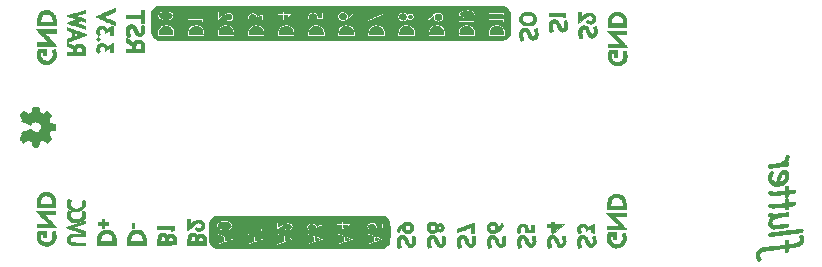
<source format=gbo>
G04 #@! TF.FileFunction,Legend,Bot*
%FSLAX46Y46*%
G04 Gerber Fmt 4.6, Leading zero omitted, Abs format (unit mm)*
G04 Created by KiCad (PCBNEW 4.0.7+dfsg1-1) date Sun Jan 28 21:58:49 2018*
%MOMM*%
%LPD*%
G01*
G04 APERTURE LIST*
%ADD10C,0.100000*%
%ADD11C,0.010000*%
G04 APERTURE END LIST*
D10*
D11*
G36*
X149124359Y-97617332D02*
X149666614Y-97617263D01*
X150177599Y-97617146D01*
X150658237Y-97616980D01*
X151109449Y-97616762D01*
X151532157Y-97616491D01*
X151927284Y-97616165D01*
X152295751Y-97615782D01*
X152638481Y-97615342D01*
X152956395Y-97614841D01*
X153250415Y-97614278D01*
X153521463Y-97613652D01*
X153770462Y-97612960D01*
X153998333Y-97612201D01*
X154205999Y-97611374D01*
X154394381Y-97610476D01*
X154564400Y-97609505D01*
X154716980Y-97608461D01*
X154853043Y-97607340D01*
X154973509Y-97606142D01*
X155079302Y-97604865D01*
X155171343Y-97603507D01*
X155250553Y-97602066D01*
X155317856Y-97600540D01*
X155374173Y-97598928D01*
X155420427Y-97597228D01*
X155457538Y-97595438D01*
X155486429Y-97593556D01*
X155508022Y-97591581D01*
X155523239Y-97589511D01*
X155532331Y-97587541D01*
X155699971Y-97518582D01*
X155845098Y-97414197D01*
X155966194Y-97275724D01*
X156048328Y-97133833D01*
X156059649Y-97108675D01*
X156068907Y-97082614D01*
X156076308Y-97051333D01*
X156082061Y-97010517D01*
X156086372Y-96955849D01*
X156089448Y-96883014D01*
X156091499Y-96787694D01*
X156092729Y-96665575D01*
X156093348Y-96512340D01*
X156093562Y-96323673D01*
X156093583Y-96191917D01*
X156093583Y-95345250D01*
X156037271Y-95225126D01*
X155940989Y-95068102D01*
X155813539Y-94938672D01*
X155662706Y-94842540D01*
X155522973Y-94773750D01*
X140906945Y-94769909D01*
X139951613Y-94769667D01*
X139037721Y-94769453D01*
X138164376Y-94769271D01*
X137330684Y-94769121D01*
X136535752Y-94769005D01*
X135778686Y-94768925D01*
X135058594Y-94768882D01*
X134374581Y-94768878D01*
X133725754Y-94768915D01*
X133111220Y-94768994D01*
X132530086Y-94769116D01*
X131981458Y-94769284D01*
X131464443Y-94769498D01*
X130978147Y-94769761D01*
X130521677Y-94770074D01*
X130094140Y-94770439D01*
X129694642Y-94770857D01*
X129322290Y-94771330D01*
X128976191Y-94771860D01*
X128655451Y-94772448D01*
X128359176Y-94773095D01*
X128086474Y-94773804D01*
X127836451Y-94774576D01*
X127608214Y-94775412D01*
X127400869Y-94776314D01*
X127213523Y-94777284D01*
X127045282Y-94778324D01*
X126895254Y-94779434D01*
X126762544Y-94780617D01*
X126646259Y-94781874D01*
X126545507Y-94783207D01*
X126459393Y-94784617D01*
X126387025Y-94786106D01*
X126327508Y-94787676D01*
X126279950Y-94789328D01*
X126243457Y-94791063D01*
X126217136Y-94792884D01*
X126200093Y-94794792D01*
X126192770Y-94796310D01*
X126045743Y-94862511D01*
X125911545Y-94963048D01*
X125798139Y-95090204D01*
X125713488Y-95236261D01*
X125697055Y-95276691D01*
X125686515Y-95307616D01*
X125677936Y-95340919D01*
X125671120Y-95381107D01*
X125665865Y-95432687D01*
X125661972Y-95500167D01*
X125659240Y-95588052D01*
X125658914Y-95608809D01*
X126198558Y-95608809D01*
X126200495Y-95507229D01*
X126239040Y-95408713D01*
X126312055Y-95320282D01*
X126365534Y-95278884D01*
X126462136Y-95221760D01*
X126556597Y-95182853D01*
X126659989Y-95159622D01*
X126783387Y-95149526D01*
X126928179Y-95149757D01*
X127038695Y-95153306D01*
X127118386Y-95158679D01*
X127178761Y-95168163D01*
X127231327Y-95184045D01*
X127287590Y-95208612D01*
X127330346Y-95229694D01*
X127440055Y-95293823D01*
X127513100Y-95360839D01*
X127554907Y-95438184D01*
X127570899Y-95533299D01*
X127571500Y-95560520D01*
X127570310Y-95588667D01*
X131275666Y-95588667D01*
X131275666Y-95186500D01*
X131422446Y-95186500D01*
X131428431Y-95420599D01*
X131434416Y-95654697D01*
X131575514Y-95542307D01*
X131759617Y-95410409D01*
X131931059Y-95318338D01*
X132090678Y-95265799D01*
X132239311Y-95252496D01*
X132348912Y-95269370D01*
X132467304Y-95320401D01*
X132555901Y-95401440D01*
X132614811Y-95512617D01*
X132639743Y-95616982D01*
X132637631Y-95692770D01*
X133801432Y-95692770D01*
X133822478Y-95572574D01*
X133865011Y-95484435D01*
X133949454Y-95393490D01*
X134059439Y-95330846D01*
X134186901Y-95299058D01*
X134323773Y-95300686D01*
X134396756Y-95315800D01*
X134484879Y-95358466D01*
X134574183Y-95434428D01*
X134648101Y-95525167D01*
X134684537Y-95578083D01*
X134763393Y-95533877D01*
X134819425Y-95502746D01*
X134897941Y-95459472D01*
X134984243Y-95412151D01*
X135006291Y-95400103D01*
X135170333Y-95310535D01*
X135170333Y-95504000D01*
X136355666Y-95504000D01*
X136355666Y-95355833D01*
X136736666Y-95355833D01*
X136736666Y-95165333D01*
X136906000Y-95165333D01*
X136906000Y-95354919D01*
X137308009Y-95360668D01*
X137710019Y-95366417D01*
X137256561Y-95689940D01*
X138897058Y-95689940D01*
X138905072Y-95567027D01*
X138945449Y-95450029D01*
X139015458Y-95351412D01*
X139026049Y-95341098D01*
X139124212Y-95276327D01*
X139243714Y-95238634D01*
X139371774Y-95230037D01*
X139495612Y-95252558D01*
X139522790Y-95262612D01*
X139589376Y-95296280D01*
X139647379Y-95335504D01*
X139654926Y-95341987D01*
X139704962Y-95405265D01*
X139748822Y-95490845D01*
X139777835Y-95579293D01*
X139784666Y-95632755D01*
X139784666Y-95694500D01*
X140102166Y-95694500D01*
X140102166Y-95292333D01*
X140271500Y-95292333D01*
X140271500Y-95614304D01*
X141436950Y-95614304D01*
X141455637Y-95499854D01*
X141505942Y-95394008D01*
X141586686Y-95304352D01*
X141689817Y-95241385D01*
X141788359Y-95215631D01*
X141903797Y-95210548D01*
X142016270Y-95225810D01*
X142081250Y-95247796D01*
X142189673Y-95317118D01*
X142269377Y-95408213D01*
X142315306Y-95513971D01*
X142324666Y-95590045D01*
X142330019Y-95634044D01*
X142342762Y-95652167D01*
X142365649Y-95637379D01*
X142407925Y-95598555D01*
X142461670Y-95544007D01*
X142518963Y-95482047D01*
X142571884Y-95420987D01*
X142612514Y-95369137D01*
X142612673Y-95368916D01*
X142643611Y-95329438D01*
X142667669Y-95320526D01*
X142702177Y-95338018D01*
X142712732Y-95344892D01*
X142751947Y-95375568D01*
X142769133Y-95398879D01*
X142769166Y-95399502D01*
X142755225Y-95427485D01*
X142717622Y-95478081D01*
X142662687Y-95544028D01*
X142596752Y-95618065D01*
X142526146Y-95692930D01*
X142457201Y-95761360D01*
X142438201Y-95779167D01*
X142295226Y-95891841D01*
X142148006Y-95972434D01*
X142142041Y-95974372D01*
X144000522Y-95974372D01*
X144003162Y-95910963D01*
X144021689Y-95877994D01*
X144050512Y-95863934D01*
X144111965Y-95836636D01*
X144200360Y-95798466D01*
X144310010Y-95751788D01*
X144435226Y-95698967D01*
X144570321Y-95642368D01*
X144709608Y-95584356D01*
X144847398Y-95527295D01*
X144978005Y-95473552D01*
X145095741Y-95425489D01*
X145194918Y-95385473D01*
X145269848Y-95355869D01*
X145314844Y-95339040D01*
X145325041Y-95336062D01*
X145334964Y-95345642D01*
X145342258Y-95378494D01*
X145347228Y-95438989D01*
X145350179Y-95531502D01*
X145351234Y-95641583D01*
X146536833Y-95641583D01*
X146547580Y-95528603D01*
X146583897Y-95438427D01*
X146651901Y-95356262D01*
X146656651Y-95351709D01*
X146762126Y-95279204D01*
X146886471Y-95237803D01*
X147018022Y-95229287D01*
X147145116Y-95255439D01*
X147182803Y-95271354D01*
X147249176Y-95309822D01*
X147306797Y-95353512D01*
X147318965Y-95365316D01*
X147367292Y-95416758D01*
X147443874Y-95375712D01*
X147540398Y-95340880D01*
X147638442Y-95342728D01*
X147736391Y-95375691D01*
X147822978Y-95430742D01*
X147881798Y-95508702D01*
X147913310Y-95590913D01*
X147922358Y-95644373D01*
X147912705Y-95696421D01*
X147886119Y-95756452D01*
X147845789Y-95822050D01*
X147806239Y-95869074D01*
X149072452Y-95869074D01*
X149226383Y-95694388D01*
X149341867Y-95573381D01*
X149463102Y-95464084D01*
X149581855Y-95373051D01*
X149689892Y-95306836D01*
X149743583Y-95282688D01*
X149829298Y-95263049D01*
X149940712Y-95255684D01*
X149980374Y-95256233D01*
X150068053Y-95261731D01*
X150130131Y-95274355D01*
X150183273Y-95298839D01*
X150223791Y-95325367D01*
X150296352Y-95392407D01*
X151679185Y-95392407D01*
X151699585Y-95309901D01*
X151756725Y-95233196D01*
X151848742Y-95164369D01*
X151973773Y-95105492D01*
X152129953Y-95058640D01*
X152230666Y-95038370D01*
X152296402Y-95027456D01*
X152344142Y-95021861D01*
X152388302Y-95021657D01*
X152443298Y-95026918D01*
X152523544Y-95037719D01*
X152539580Y-95039951D01*
X152722646Y-95076334D01*
X152866888Y-95129194D01*
X152972510Y-95198609D01*
X152989228Y-95214702D01*
X153050961Y-95302627D01*
X153072937Y-95393719D01*
X153072150Y-95398167D01*
X154178000Y-95398167D01*
X154178000Y-95250000D01*
X155532666Y-95250000D01*
X155532666Y-95525167D01*
X155458583Y-95525167D01*
X155408809Y-95521627D01*
X155388394Y-95503672D01*
X155384500Y-95461667D01*
X155384500Y-95398167D01*
X154178000Y-95398167D01*
X153072150Y-95398167D01*
X153057036Y-95483507D01*
X153005139Y-95567519D01*
X152919126Y-95641282D01*
X152800878Y-95700323D01*
X152782205Y-95707040D01*
X152619119Y-95749068D01*
X152447850Y-95768162D01*
X152276392Y-95765419D01*
X152112740Y-95741932D01*
X151964890Y-95698795D01*
X151840837Y-95637105D01*
X151756061Y-95566534D01*
X151697389Y-95478643D01*
X151679185Y-95392407D01*
X150296352Y-95392407D01*
X150321251Y-95415411D01*
X150384570Y-95519971D01*
X150414036Y-95632128D01*
X150409936Y-95744964D01*
X150372560Y-95851561D01*
X150302196Y-95944998D01*
X150297277Y-95948500D01*
X154178000Y-95948500D01*
X154178000Y-95779167D01*
X155532666Y-95779167D01*
X155532666Y-96075500D01*
X155458583Y-96075500D01*
X155408809Y-96071960D01*
X155388394Y-96054005D01*
X155384500Y-96012000D01*
X155384500Y-95948500D01*
X154178000Y-95948500D01*
X150297277Y-95948500D01*
X150199132Y-96018359D01*
X150194817Y-96020537D01*
X150066740Y-96064997D01*
X149939030Y-96074756D01*
X149817917Y-96053026D01*
X149709631Y-96003019D01*
X149620402Y-95927946D01*
X149556461Y-95831019D01*
X149524035Y-95715449D01*
X149521307Y-95673333D01*
X149520352Y-95599250D01*
X149430651Y-95694500D01*
X149364577Y-95766884D01*
X149295425Y-95845983D01*
X149262633Y-95885000D01*
X149184315Y-95980250D01*
X149128383Y-95924662D01*
X149072452Y-95869074D01*
X147806239Y-95869074D01*
X147799645Y-95876913D01*
X147781951Y-95892147D01*
X147698662Y-95930018D01*
X147597897Y-95943346D01*
X147497327Y-95931179D01*
X147442753Y-95910380D01*
X147364424Y-95869463D01*
X147317531Y-95919378D01*
X147219030Y-95995067D01*
X147101216Y-96039791D01*
X146973829Y-96053370D01*
X146846612Y-96035626D01*
X146729307Y-95986379D01*
X146656651Y-95931502D01*
X146586735Y-95849299D01*
X146548846Y-95759936D01*
X146536862Y-95648598D01*
X146536833Y-95641583D01*
X145351234Y-95641583D01*
X145351415Y-95660405D01*
X145351500Y-95715667D01*
X145351500Y-96075500D01*
X151701500Y-96075500D01*
X151701500Y-95969667D01*
X153056166Y-95969667D01*
X153056166Y-96064917D01*
X153054585Y-96123443D01*
X153043866Y-96151156D01*
X153015050Y-96159579D01*
X152982083Y-96160167D01*
X152931023Y-96155431D01*
X152910421Y-96136945D01*
X152908000Y-96117833D01*
X152906718Y-96105527D01*
X152899823Y-96095870D01*
X152882741Y-96088541D01*
X152850898Y-96083221D01*
X152799719Y-96079587D01*
X152724630Y-96077319D01*
X152621058Y-96076096D01*
X152484427Y-96075597D01*
X152310164Y-96075500D01*
X151701500Y-96075500D01*
X145351500Y-96075500D01*
X145351500Y-96096667D01*
X145204562Y-96096667D01*
X145192750Y-95550761D01*
X144600083Y-95801960D01*
X144007416Y-96053160D01*
X144000522Y-95974372D01*
X142142041Y-95974372D01*
X142001342Y-96020080D01*
X141860037Y-96033913D01*
X141728895Y-96013069D01*
X141612717Y-95956680D01*
X141582367Y-95933435D01*
X141499137Y-95838680D01*
X141451057Y-95729775D01*
X141436950Y-95614304D01*
X140271500Y-95614304D01*
X140271500Y-95842667D01*
X139908386Y-95842667D01*
X139776999Y-95842445D01*
X139682654Y-95841381D01*
X139620060Y-95838883D01*
X139583925Y-95834355D01*
X139568959Y-95827204D01*
X139569871Y-95816834D01*
X139578653Y-95805625D01*
X139619802Y-95731004D01*
X139628663Y-95643778D01*
X139607904Y-95555226D01*
X139560191Y-95476629D01*
X139488190Y-95419264D01*
X139487206Y-95418759D01*
X139384850Y-95384955D01*
X139286207Y-95384573D01*
X139197138Y-95412650D01*
X139123502Y-95464226D01*
X139071161Y-95534339D01*
X139045976Y-95618028D01*
X139053808Y-95710330D01*
X139076217Y-95766683D01*
X139095798Y-95811995D01*
X139090420Y-95843288D01*
X139062062Y-95877543D01*
X139019990Y-95907826D01*
X138982619Y-95900529D01*
X138946559Y-95853900D01*
X138924137Y-95806305D01*
X138897058Y-95689940D01*
X137256561Y-95689940D01*
X137228634Y-95709864D01*
X136747250Y-96053311D01*
X136741343Y-95778656D01*
X136735437Y-95504000D01*
X136355666Y-95504000D01*
X135170333Y-95504000D01*
X135170333Y-95927333D01*
X135022166Y-95927333D01*
X135022166Y-95759249D01*
X135020267Y-95679291D01*
X135015229Y-95617178D01*
X135008037Y-95583776D01*
X135005995Y-95581171D01*
X134982052Y-95586476D01*
X134928408Y-95608193D01*
X134852776Y-95642932D01*
X134762874Y-95687305D01*
X134754062Y-95691801D01*
X134518300Y-95812426D01*
X134528891Y-95747164D01*
X134525024Y-95665083D01*
X134494355Y-95580522D01*
X134444654Y-95511857D01*
X134421491Y-95493157D01*
X134327329Y-95453537D01*
X134225737Y-95446790D01*
X134128114Y-95470766D01*
X134045860Y-95523312D01*
X134006191Y-95571518D01*
X133963880Y-95651410D01*
X133950130Y-95716087D01*
X133963620Y-95780321D01*
X133983645Y-95823654D01*
X134010330Y-95879325D01*
X134017111Y-95914771D01*
X134005450Y-95946315D01*
X133995984Y-95961442D01*
X133964901Y-95999771D01*
X133936683Y-96006469D01*
X133903847Y-95979391D01*
X133863591Y-95923504D01*
X133815123Y-95813919D01*
X133801432Y-95692770D01*
X132637631Y-95692770D01*
X132636497Y-95733447D01*
X132596808Y-95844453D01*
X132526170Y-95938776D01*
X132456191Y-95991818D01*
X132344943Y-96034025D01*
X132221320Y-96046314D01*
X132099738Y-96028973D01*
X131995218Y-95982686D01*
X131906464Y-95923952D01*
X131954340Y-95872990D01*
X131996826Y-95839895D01*
X132025233Y-95840730D01*
X132059402Y-95858014D01*
X132115496Y-95877575D01*
X132131434Y-95882145D01*
X132233122Y-95894040D01*
X132328417Y-95876781D01*
X132405788Y-95833716D01*
X132441926Y-95791982D01*
X132479181Y-95697415D01*
X132478664Y-95606759D01*
X132444887Y-95525982D01*
X132382359Y-95461050D01*
X132295592Y-95417930D01*
X132189098Y-95402591D01*
X132149187Y-95404765D01*
X132048397Y-95427539D01*
X131935718Y-95477303D01*
X131808296Y-95555879D01*
X131663277Y-95665087D01*
X131497803Y-95806751D01*
X131446890Y-95852965D01*
X131381473Y-95912063D01*
X131328137Y-95958494D01*
X131294170Y-95986006D01*
X131286162Y-95990833D01*
X131282893Y-95970751D01*
X131280040Y-95914836D01*
X131277772Y-95829591D01*
X131276258Y-95721517D01*
X131275668Y-95597114D01*
X131275666Y-95588667D01*
X127570310Y-95588667D01*
X127568625Y-95628477D01*
X127555087Y-95677265D01*
X127523519Y-95724553D01*
X127484858Y-95768275D01*
X127472354Y-95779167D01*
X128711944Y-95779167D01*
X130069166Y-95779167D01*
X130069166Y-96075500D01*
X129995083Y-96075500D01*
X129945303Y-96071950D01*
X129924886Y-96054007D01*
X129921000Y-96012330D01*
X129921000Y-95949159D01*
X129323041Y-95943538D01*
X128725083Y-95937917D01*
X128718513Y-95858542D01*
X128711944Y-95779167D01*
X127472354Y-95779167D01*
X127393989Y-95847427D01*
X127284710Y-95904434D01*
X127150177Y-95941835D01*
X126983546Y-95962168D01*
X126957666Y-95963775D01*
X126780447Y-95961395D01*
X126615513Y-95935467D01*
X126469250Y-95888267D01*
X126348043Y-95822069D01*
X126258278Y-95739149D01*
X126235368Y-95706429D01*
X126198558Y-95608809D01*
X125658914Y-95608809D01*
X125657468Y-95700849D01*
X125656458Y-95843066D01*
X125656008Y-96019208D01*
X125655916Y-96202500D01*
X125655916Y-97017417D01*
X125721417Y-97155000D01*
X125770518Y-97242370D01*
X125813064Y-97303167D01*
X126169282Y-97303167D01*
X126179619Y-97054458D01*
X126188468Y-96917622D01*
X126202048Y-96810769D01*
X126219600Y-96739554D01*
X126222806Y-96731667D01*
X126310232Y-96580368D01*
X126423123Y-96462789D01*
X126560953Y-96379232D01*
X126723198Y-96330001D01*
X126909332Y-96315398D01*
X126942361Y-96316340D01*
X127045580Y-96323255D01*
X127124057Y-96336376D01*
X127195328Y-96359782D01*
X127264039Y-96391153D01*
X127397999Y-96475824D01*
X127507678Y-96583129D01*
X127585441Y-96705026D01*
X127603378Y-96748716D01*
X127619804Y-96814202D01*
X127634762Y-96907741D01*
X127646203Y-97015055D01*
X127650299Y-97075625D01*
X127662161Y-97303167D01*
X128708265Y-97303167D01*
X128722316Y-97085826D01*
X128733114Y-96950838D01*
X128747374Y-96847791D01*
X128767841Y-96766298D01*
X128797264Y-96695973D01*
X128838388Y-96626429D01*
X128847361Y-96613022D01*
X128953075Y-96485776D01*
X129074740Y-96394881D01*
X129216424Y-96338413D01*
X129382197Y-96314452D01*
X129479897Y-96314224D01*
X129579230Y-96320214D01*
X129654911Y-96332362D01*
X129725594Y-96355317D01*
X129809934Y-96393729D01*
X129821239Y-96399291D01*
X129944419Y-96472230D01*
X130038891Y-96557940D01*
X130107848Y-96662261D01*
X130154488Y-96791034D01*
X130182005Y-96950101D01*
X130191294Y-97075625D01*
X130201604Y-97303167D01*
X131271313Y-97303167D01*
X131279554Y-97043875D01*
X131284456Y-96926605D01*
X131291508Y-96841787D01*
X131302275Y-96779546D01*
X131318322Y-96730005D01*
X131334777Y-96695214D01*
X131433706Y-96547340D01*
X131556517Y-96433798D01*
X131702000Y-96355608D01*
X131761453Y-96335808D01*
X131877136Y-96316308D01*
X132013010Y-96313732D01*
X132152227Y-96326867D01*
X132277937Y-96354502D01*
X132339664Y-96377442D01*
X132465269Y-96453044D01*
X132575626Y-96553866D01*
X132659108Y-96668593D01*
X132678672Y-96707343D01*
X132700392Y-96766826D01*
X132715491Y-96837987D01*
X132725546Y-96931072D01*
X132732064Y-97054458D01*
X132741384Y-97303167D01*
X133811097Y-97303167D01*
X133819557Y-97065042D01*
X133830303Y-96911454D01*
X133852676Y-96789303D01*
X133890285Y-96688457D01*
X133946740Y-96598786D01*
X134012471Y-96523545D01*
X134117887Y-96429353D01*
X134226070Y-96365804D01*
X134347160Y-96329200D01*
X134491302Y-96315843D01*
X134579204Y-96316874D01*
X134691333Y-96324843D01*
X134780240Y-96341525D01*
X134864769Y-96370874D01*
X134891359Y-96382412D01*
X135027913Y-96460718D01*
X135132863Y-96560434D01*
X135207900Y-96684632D01*
X135254715Y-96836387D01*
X135275000Y-97018772D01*
X135276166Y-97081711D01*
X135276166Y-97303167D01*
X136350228Y-97303167D01*
X136361216Y-97075625D01*
X136370367Y-96955560D01*
X136384805Y-96847662D01*
X136402642Y-96765089D01*
X136408216Y-96747665D01*
X136450382Y-96663778D01*
X136515058Y-96572586D01*
X136591101Y-96487291D01*
X136667364Y-96421099D01*
X136702377Y-96399146D01*
X136867083Y-96336453D01*
X137045848Y-96310276D01*
X137230284Y-96321237D01*
X137355751Y-96350559D01*
X137503906Y-96417584D01*
X137631425Y-96518089D01*
X137730624Y-96645689D01*
X137747561Y-96676139D01*
X137772087Y-96727493D01*
X137788882Y-96777019D01*
X137799804Y-96835275D01*
X137806710Y-96912820D01*
X137811456Y-97020211D01*
X137812236Y-97043875D01*
X137820519Y-97303167D01*
X138889671Y-97303167D01*
X138901534Y-97075625D01*
X138914638Y-96919203D01*
X138937617Y-96795161D01*
X138973453Y-96694108D01*
X139025130Y-96606654D01*
X139067202Y-96554272D01*
X139196684Y-96437417D01*
X139345453Y-96357166D01*
X139510186Y-96314334D01*
X139687558Y-96309735D01*
X139874246Y-96344184D01*
X139896807Y-96350885D01*
X140039064Y-96415468D01*
X140167447Y-96513245D01*
X140271255Y-96635194D01*
X140308175Y-96697639D01*
X140333096Y-96751197D01*
X140350095Y-96804104D01*
X140361183Y-96867412D01*
X140368371Y-96952175D01*
X140373113Y-97054458D01*
X140382551Y-97303167D01*
X141451615Y-97303167D01*
X141461012Y-97054458D01*
X141468863Y-96921556D01*
X141483395Y-96818496D01*
X141508297Y-96732891D01*
X141547258Y-96652355D01*
X141603969Y-96564503D01*
X141609170Y-96557091D01*
X141670315Y-96492165D01*
X141757238Y-96426701D01*
X141854733Y-96370772D01*
X141943570Y-96335567D01*
X142058244Y-96316481D01*
X142193892Y-96314314D01*
X142333250Y-96327820D01*
X142459054Y-96355756D01*
X142516301Y-96376859D01*
X142657728Y-96456806D01*
X142765701Y-96557461D01*
X142846361Y-96684560D01*
X142846809Y-96685484D01*
X142872850Y-96744012D01*
X142890472Y-96799364D01*
X142901756Y-96863073D01*
X142908783Y-96946675D01*
X142913393Y-97054458D01*
X142921792Y-97303167D01*
X143991506Y-97303167D01*
X144001374Y-97065042D01*
X144020938Y-96871960D01*
X144063740Y-96712053D01*
X144132166Y-96581652D01*
X144228601Y-96477092D01*
X144355430Y-96394706D01*
X144468846Y-96346363D01*
X144599193Y-96317231D01*
X144748579Y-96312149D01*
X144901854Y-96330201D01*
X145043868Y-96370471D01*
X145073648Y-96382915D01*
X145198662Y-96457048D01*
X145307065Y-96555974D01*
X145389150Y-96669621D01*
X145423635Y-96746143D01*
X145444643Y-96841297D01*
X145455554Y-96974676D01*
X145457333Y-97074104D01*
X145457333Y-97303167D01*
X146531395Y-97303167D01*
X146541042Y-97075625D01*
X146548740Y-96952749D01*
X146561104Y-96860488D01*
X146580102Y-96787209D01*
X146597312Y-96743415D01*
X146684236Y-96588824D01*
X146792997Y-96469118D01*
X146926881Y-96381127D01*
X147009536Y-96346129D01*
X147114980Y-96322308D01*
X147243420Y-96313939D01*
X147378648Y-96320504D01*
X147504456Y-96341485D01*
X147577719Y-96364266D01*
X147716563Y-96432375D01*
X147822383Y-96515363D01*
X147903866Y-96620868D01*
X147935489Y-96678906D01*
X147966650Y-96745578D01*
X147987494Y-96802868D01*
X148000595Y-96863231D01*
X148008524Y-96939122D01*
X148013852Y-97042998D01*
X148014596Y-97062005D01*
X148023827Y-97303167D01*
X149098000Y-97303167D01*
X149098000Y-97081711D01*
X149105138Y-96916999D01*
X149128532Y-96783637D01*
X149171148Y-96672783D01*
X149235953Y-96575594D01*
X149286240Y-96520640D01*
X149392659Y-96428516D01*
X149501476Y-96366095D01*
X149622844Y-96329811D01*
X149766920Y-96316099D01*
X149865861Y-96317120D01*
X149968284Y-96323474D01*
X150045810Y-96335940D01*
X150115825Y-96358515D01*
X150187346Y-96391058D01*
X150300150Y-96457273D01*
X150385769Y-96535631D01*
X150455419Y-96637897D01*
X150491860Y-96710500D01*
X150517257Y-96772642D01*
X150534382Y-96835744D01*
X150545384Y-96911933D01*
X150552410Y-97013342D01*
X150554640Y-97065042D01*
X150563827Y-97303167D01*
X151633541Y-97303167D01*
X151641062Y-97054458D01*
X151645463Y-96942435D01*
X151652116Y-96861264D01*
X151663098Y-96799466D01*
X151680491Y-96745562D01*
X151706375Y-96688071D01*
X151708081Y-96684587D01*
X151796304Y-96551406D01*
X151915920Y-96441214D01*
X152059626Y-96359840D01*
X152156583Y-96326688D01*
X152207212Y-96319722D01*
X152285452Y-96316009D01*
X152376666Y-96316130D01*
X152402532Y-96316930D01*
X152518164Y-96325352D01*
X152608559Y-96342667D01*
X152690449Y-96372228D01*
X152699831Y-96376451D01*
X152841031Y-96457946D01*
X152950582Y-96561125D01*
X153025262Y-96672001D01*
X153051820Y-96723193D01*
X153069925Y-96769723D01*
X153081548Y-96822099D01*
X153088665Y-96890831D01*
X153093248Y-96986428D01*
X153095095Y-97043875D01*
X153102853Y-97303167D01*
X154172004Y-97303167D01*
X154183867Y-97075625D01*
X154196643Y-96921210D01*
X154219060Y-96798772D01*
X154254421Y-96698430D01*
X154306026Y-96610305D01*
X154362773Y-96540236D01*
X154465398Y-96441284D01*
X154571556Y-96373432D01*
X154690871Y-96332938D01*
X154832969Y-96316064D01*
X154940000Y-96315922D01*
X155048308Y-96322686D01*
X155133489Y-96337742D01*
X155214528Y-96365083D01*
X155253276Y-96381813D01*
X155386358Y-96461620D01*
X155497807Y-96567670D01*
X155579139Y-96691138D01*
X155601563Y-96744049D01*
X155622133Y-96821864D01*
X155634091Y-96920420D01*
X155638522Y-97049437D01*
X155638604Y-97075625D01*
X155638500Y-97303167D01*
X154172004Y-97303167D01*
X153102853Y-97303167D01*
X151633541Y-97303167D01*
X150563827Y-97303167D01*
X149098000Y-97303167D01*
X148023827Y-97303167D01*
X146531395Y-97303167D01*
X145457333Y-97303167D01*
X143991506Y-97303167D01*
X142921792Y-97303167D01*
X141451615Y-97303167D01*
X140382551Y-97303167D01*
X138889671Y-97303167D01*
X137820519Y-97303167D01*
X136350228Y-97303167D01*
X135276166Y-97303167D01*
X133811097Y-97303167D01*
X132741384Y-97303167D01*
X131271313Y-97303167D01*
X130201604Y-97303167D01*
X128708265Y-97303167D01*
X127662161Y-97303167D01*
X126169282Y-97303167D01*
X125813064Y-97303167D01*
X125831454Y-97329445D01*
X125880167Y-97385832D01*
X125950810Y-97445402D01*
X126039486Y-97505335D01*
X126111000Y-97544582D01*
X126248583Y-97610083D01*
X140832081Y-97615436D01*
X141779152Y-97615778D01*
X142684811Y-97616091D01*
X143549981Y-97616373D01*
X144375583Y-97616624D01*
X145162540Y-97616841D01*
X145911773Y-97617022D01*
X146624205Y-97617166D01*
X147300758Y-97617270D01*
X147942353Y-97617334D01*
X148549913Y-97617355D01*
X149124359Y-97617332D01*
X149124359Y-97617332D01*
G37*
X149124359Y-97617332D02*
X149666614Y-97617263D01*
X150177599Y-97617146D01*
X150658237Y-97616980D01*
X151109449Y-97616762D01*
X151532157Y-97616491D01*
X151927284Y-97616165D01*
X152295751Y-97615782D01*
X152638481Y-97615342D01*
X152956395Y-97614841D01*
X153250415Y-97614278D01*
X153521463Y-97613652D01*
X153770462Y-97612960D01*
X153998333Y-97612201D01*
X154205999Y-97611374D01*
X154394381Y-97610476D01*
X154564400Y-97609505D01*
X154716980Y-97608461D01*
X154853043Y-97607340D01*
X154973509Y-97606142D01*
X155079302Y-97604865D01*
X155171343Y-97603507D01*
X155250553Y-97602066D01*
X155317856Y-97600540D01*
X155374173Y-97598928D01*
X155420427Y-97597228D01*
X155457538Y-97595438D01*
X155486429Y-97593556D01*
X155508022Y-97591581D01*
X155523239Y-97589511D01*
X155532331Y-97587541D01*
X155699971Y-97518582D01*
X155845098Y-97414197D01*
X155966194Y-97275724D01*
X156048328Y-97133833D01*
X156059649Y-97108675D01*
X156068907Y-97082614D01*
X156076308Y-97051333D01*
X156082061Y-97010517D01*
X156086372Y-96955849D01*
X156089448Y-96883014D01*
X156091499Y-96787694D01*
X156092729Y-96665575D01*
X156093348Y-96512340D01*
X156093562Y-96323673D01*
X156093583Y-96191917D01*
X156093583Y-95345250D01*
X156037271Y-95225126D01*
X155940989Y-95068102D01*
X155813539Y-94938672D01*
X155662706Y-94842540D01*
X155522973Y-94773750D01*
X140906945Y-94769909D01*
X139951613Y-94769667D01*
X139037721Y-94769453D01*
X138164376Y-94769271D01*
X137330684Y-94769121D01*
X136535752Y-94769005D01*
X135778686Y-94768925D01*
X135058594Y-94768882D01*
X134374581Y-94768878D01*
X133725754Y-94768915D01*
X133111220Y-94768994D01*
X132530086Y-94769116D01*
X131981458Y-94769284D01*
X131464443Y-94769498D01*
X130978147Y-94769761D01*
X130521677Y-94770074D01*
X130094140Y-94770439D01*
X129694642Y-94770857D01*
X129322290Y-94771330D01*
X128976191Y-94771860D01*
X128655451Y-94772448D01*
X128359176Y-94773095D01*
X128086474Y-94773804D01*
X127836451Y-94774576D01*
X127608214Y-94775412D01*
X127400869Y-94776314D01*
X127213523Y-94777284D01*
X127045282Y-94778324D01*
X126895254Y-94779434D01*
X126762544Y-94780617D01*
X126646259Y-94781874D01*
X126545507Y-94783207D01*
X126459393Y-94784617D01*
X126387025Y-94786106D01*
X126327508Y-94787676D01*
X126279950Y-94789328D01*
X126243457Y-94791063D01*
X126217136Y-94792884D01*
X126200093Y-94794792D01*
X126192770Y-94796310D01*
X126045743Y-94862511D01*
X125911545Y-94963048D01*
X125798139Y-95090204D01*
X125713488Y-95236261D01*
X125697055Y-95276691D01*
X125686515Y-95307616D01*
X125677936Y-95340919D01*
X125671120Y-95381107D01*
X125665865Y-95432687D01*
X125661972Y-95500167D01*
X125659240Y-95588052D01*
X125658914Y-95608809D01*
X126198558Y-95608809D01*
X126200495Y-95507229D01*
X126239040Y-95408713D01*
X126312055Y-95320282D01*
X126365534Y-95278884D01*
X126462136Y-95221760D01*
X126556597Y-95182853D01*
X126659989Y-95159622D01*
X126783387Y-95149526D01*
X126928179Y-95149757D01*
X127038695Y-95153306D01*
X127118386Y-95158679D01*
X127178761Y-95168163D01*
X127231327Y-95184045D01*
X127287590Y-95208612D01*
X127330346Y-95229694D01*
X127440055Y-95293823D01*
X127513100Y-95360839D01*
X127554907Y-95438184D01*
X127570899Y-95533299D01*
X127571500Y-95560520D01*
X127570310Y-95588667D01*
X131275666Y-95588667D01*
X131275666Y-95186500D01*
X131422446Y-95186500D01*
X131428431Y-95420599D01*
X131434416Y-95654697D01*
X131575514Y-95542307D01*
X131759617Y-95410409D01*
X131931059Y-95318338D01*
X132090678Y-95265799D01*
X132239311Y-95252496D01*
X132348912Y-95269370D01*
X132467304Y-95320401D01*
X132555901Y-95401440D01*
X132614811Y-95512617D01*
X132639743Y-95616982D01*
X132637631Y-95692770D01*
X133801432Y-95692770D01*
X133822478Y-95572574D01*
X133865011Y-95484435D01*
X133949454Y-95393490D01*
X134059439Y-95330846D01*
X134186901Y-95299058D01*
X134323773Y-95300686D01*
X134396756Y-95315800D01*
X134484879Y-95358466D01*
X134574183Y-95434428D01*
X134648101Y-95525167D01*
X134684537Y-95578083D01*
X134763393Y-95533877D01*
X134819425Y-95502746D01*
X134897941Y-95459472D01*
X134984243Y-95412151D01*
X135006291Y-95400103D01*
X135170333Y-95310535D01*
X135170333Y-95504000D01*
X136355666Y-95504000D01*
X136355666Y-95355833D01*
X136736666Y-95355833D01*
X136736666Y-95165333D01*
X136906000Y-95165333D01*
X136906000Y-95354919D01*
X137308009Y-95360668D01*
X137710019Y-95366417D01*
X137256561Y-95689940D01*
X138897058Y-95689940D01*
X138905072Y-95567027D01*
X138945449Y-95450029D01*
X139015458Y-95351412D01*
X139026049Y-95341098D01*
X139124212Y-95276327D01*
X139243714Y-95238634D01*
X139371774Y-95230037D01*
X139495612Y-95252558D01*
X139522790Y-95262612D01*
X139589376Y-95296280D01*
X139647379Y-95335504D01*
X139654926Y-95341987D01*
X139704962Y-95405265D01*
X139748822Y-95490845D01*
X139777835Y-95579293D01*
X139784666Y-95632755D01*
X139784666Y-95694500D01*
X140102166Y-95694500D01*
X140102166Y-95292333D01*
X140271500Y-95292333D01*
X140271500Y-95614304D01*
X141436950Y-95614304D01*
X141455637Y-95499854D01*
X141505942Y-95394008D01*
X141586686Y-95304352D01*
X141689817Y-95241385D01*
X141788359Y-95215631D01*
X141903797Y-95210548D01*
X142016270Y-95225810D01*
X142081250Y-95247796D01*
X142189673Y-95317118D01*
X142269377Y-95408213D01*
X142315306Y-95513971D01*
X142324666Y-95590045D01*
X142330019Y-95634044D01*
X142342762Y-95652167D01*
X142365649Y-95637379D01*
X142407925Y-95598555D01*
X142461670Y-95544007D01*
X142518963Y-95482047D01*
X142571884Y-95420987D01*
X142612514Y-95369137D01*
X142612673Y-95368916D01*
X142643611Y-95329438D01*
X142667669Y-95320526D01*
X142702177Y-95338018D01*
X142712732Y-95344892D01*
X142751947Y-95375568D01*
X142769133Y-95398879D01*
X142769166Y-95399502D01*
X142755225Y-95427485D01*
X142717622Y-95478081D01*
X142662687Y-95544028D01*
X142596752Y-95618065D01*
X142526146Y-95692930D01*
X142457201Y-95761360D01*
X142438201Y-95779167D01*
X142295226Y-95891841D01*
X142148006Y-95972434D01*
X142142041Y-95974372D01*
X144000522Y-95974372D01*
X144003162Y-95910963D01*
X144021689Y-95877994D01*
X144050512Y-95863934D01*
X144111965Y-95836636D01*
X144200360Y-95798466D01*
X144310010Y-95751788D01*
X144435226Y-95698967D01*
X144570321Y-95642368D01*
X144709608Y-95584356D01*
X144847398Y-95527295D01*
X144978005Y-95473552D01*
X145095741Y-95425489D01*
X145194918Y-95385473D01*
X145269848Y-95355869D01*
X145314844Y-95339040D01*
X145325041Y-95336062D01*
X145334964Y-95345642D01*
X145342258Y-95378494D01*
X145347228Y-95438989D01*
X145350179Y-95531502D01*
X145351234Y-95641583D01*
X146536833Y-95641583D01*
X146547580Y-95528603D01*
X146583897Y-95438427D01*
X146651901Y-95356262D01*
X146656651Y-95351709D01*
X146762126Y-95279204D01*
X146886471Y-95237803D01*
X147018022Y-95229287D01*
X147145116Y-95255439D01*
X147182803Y-95271354D01*
X147249176Y-95309822D01*
X147306797Y-95353512D01*
X147318965Y-95365316D01*
X147367292Y-95416758D01*
X147443874Y-95375712D01*
X147540398Y-95340880D01*
X147638442Y-95342728D01*
X147736391Y-95375691D01*
X147822978Y-95430742D01*
X147881798Y-95508702D01*
X147913310Y-95590913D01*
X147922358Y-95644373D01*
X147912705Y-95696421D01*
X147886119Y-95756452D01*
X147845789Y-95822050D01*
X147806239Y-95869074D01*
X149072452Y-95869074D01*
X149226383Y-95694388D01*
X149341867Y-95573381D01*
X149463102Y-95464084D01*
X149581855Y-95373051D01*
X149689892Y-95306836D01*
X149743583Y-95282688D01*
X149829298Y-95263049D01*
X149940712Y-95255684D01*
X149980374Y-95256233D01*
X150068053Y-95261731D01*
X150130131Y-95274355D01*
X150183273Y-95298839D01*
X150223791Y-95325367D01*
X150296352Y-95392407D01*
X151679185Y-95392407D01*
X151699585Y-95309901D01*
X151756725Y-95233196D01*
X151848742Y-95164369D01*
X151973773Y-95105492D01*
X152129953Y-95058640D01*
X152230666Y-95038370D01*
X152296402Y-95027456D01*
X152344142Y-95021861D01*
X152388302Y-95021657D01*
X152443298Y-95026918D01*
X152523544Y-95037719D01*
X152539580Y-95039951D01*
X152722646Y-95076334D01*
X152866888Y-95129194D01*
X152972510Y-95198609D01*
X152989228Y-95214702D01*
X153050961Y-95302627D01*
X153072937Y-95393719D01*
X153072150Y-95398167D01*
X154178000Y-95398167D01*
X154178000Y-95250000D01*
X155532666Y-95250000D01*
X155532666Y-95525167D01*
X155458583Y-95525167D01*
X155408809Y-95521627D01*
X155388394Y-95503672D01*
X155384500Y-95461667D01*
X155384500Y-95398167D01*
X154178000Y-95398167D01*
X153072150Y-95398167D01*
X153057036Y-95483507D01*
X153005139Y-95567519D01*
X152919126Y-95641282D01*
X152800878Y-95700323D01*
X152782205Y-95707040D01*
X152619119Y-95749068D01*
X152447850Y-95768162D01*
X152276392Y-95765419D01*
X152112740Y-95741932D01*
X151964890Y-95698795D01*
X151840837Y-95637105D01*
X151756061Y-95566534D01*
X151697389Y-95478643D01*
X151679185Y-95392407D01*
X150296352Y-95392407D01*
X150321251Y-95415411D01*
X150384570Y-95519971D01*
X150414036Y-95632128D01*
X150409936Y-95744964D01*
X150372560Y-95851561D01*
X150302196Y-95944998D01*
X150297277Y-95948500D01*
X154178000Y-95948500D01*
X154178000Y-95779167D01*
X155532666Y-95779167D01*
X155532666Y-96075500D01*
X155458583Y-96075500D01*
X155408809Y-96071960D01*
X155388394Y-96054005D01*
X155384500Y-96012000D01*
X155384500Y-95948500D01*
X154178000Y-95948500D01*
X150297277Y-95948500D01*
X150199132Y-96018359D01*
X150194817Y-96020537D01*
X150066740Y-96064997D01*
X149939030Y-96074756D01*
X149817917Y-96053026D01*
X149709631Y-96003019D01*
X149620402Y-95927946D01*
X149556461Y-95831019D01*
X149524035Y-95715449D01*
X149521307Y-95673333D01*
X149520352Y-95599250D01*
X149430651Y-95694500D01*
X149364577Y-95766884D01*
X149295425Y-95845983D01*
X149262633Y-95885000D01*
X149184315Y-95980250D01*
X149128383Y-95924662D01*
X149072452Y-95869074D01*
X147806239Y-95869074D01*
X147799645Y-95876913D01*
X147781951Y-95892147D01*
X147698662Y-95930018D01*
X147597897Y-95943346D01*
X147497327Y-95931179D01*
X147442753Y-95910380D01*
X147364424Y-95869463D01*
X147317531Y-95919378D01*
X147219030Y-95995067D01*
X147101216Y-96039791D01*
X146973829Y-96053370D01*
X146846612Y-96035626D01*
X146729307Y-95986379D01*
X146656651Y-95931502D01*
X146586735Y-95849299D01*
X146548846Y-95759936D01*
X146536862Y-95648598D01*
X146536833Y-95641583D01*
X145351234Y-95641583D01*
X145351415Y-95660405D01*
X145351500Y-95715667D01*
X145351500Y-96075500D01*
X151701500Y-96075500D01*
X151701500Y-95969667D01*
X153056166Y-95969667D01*
X153056166Y-96064917D01*
X153054585Y-96123443D01*
X153043866Y-96151156D01*
X153015050Y-96159579D01*
X152982083Y-96160167D01*
X152931023Y-96155431D01*
X152910421Y-96136945D01*
X152908000Y-96117833D01*
X152906718Y-96105527D01*
X152899823Y-96095870D01*
X152882741Y-96088541D01*
X152850898Y-96083221D01*
X152799719Y-96079587D01*
X152724630Y-96077319D01*
X152621058Y-96076096D01*
X152484427Y-96075597D01*
X152310164Y-96075500D01*
X151701500Y-96075500D01*
X145351500Y-96075500D01*
X145351500Y-96096667D01*
X145204562Y-96096667D01*
X145192750Y-95550761D01*
X144600083Y-95801960D01*
X144007416Y-96053160D01*
X144000522Y-95974372D01*
X142142041Y-95974372D01*
X142001342Y-96020080D01*
X141860037Y-96033913D01*
X141728895Y-96013069D01*
X141612717Y-95956680D01*
X141582367Y-95933435D01*
X141499137Y-95838680D01*
X141451057Y-95729775D01*
X141436950Y-95614304D01*
X140271500Y-95614304D01*
X140271500Y-95842667D01*
X139908386Y-95842667D01*
X139776999Y-95842445D01*
X139682654Y-95841381D01*
X139620060Y-95838883D01*
X139583925Y-95834355D01*
X139568959Y-95827204D01*
X139569871Y-95816834D01*
X139578653Y-95805625D01*
X139619802Y-95731004D01*
X139628663Y-95643778D01*
X139607904Y-95555226D01*
X139560191Y-95476629D01*
X139488190Y-95419264D01*
X139487206Y-95418759D01*
X139384850Y-95384955D01*
X139286207Y-95384573D01*
X139197138Y-95412650D01*
X139123502Y-95464226D01*
X139071161Y-95534339D01*
X139045976Y-95618028D01*
X139053808Y-95710330D01*
X139076217Y-95766683D01*
X139095798Y-95811995D01*
X139090420Y-95843288D01*
X139062062Y-95877543D01*
X139019990Y-95907826D01*
X138982619Y-95900529D01*
X138946559Y-95853900D01*
X138924137Y-95806305D01*
X138897058Y-95689940D01*
X137256561Y-95689940D01*
X137228634Y-95709864D01*
X136747250Y-96053311D01*
X136741343Y-95778656D01*
X136735437Y-95504000D01*
X136355666Y-95504000D01*
X135170333Y-95504000D01*
X135170333Y-95927333D01*
X135022166Y-95927333D01*
X135022166Y-95759249D01*
X135020267Y-95679291D01*
X135015229Y-95617178D01*
X135008037Y-95583776D01*
X135005995Y-95581171D01*
X134982052Y-95586476D01*
X134928408Y-95608193D01*
X134852776Y-95642932D01*
X134762874Y-95687305D01*
X134754062Y-95691801D01*
X134518300Y-95812426D01*
X134528891Y-95747164D01*
X134525024Y-95665083D01*
X134494355Y-95580522D01*
X134444654Y-95511857D01*
X134421491Y-95493157D01*
X134327329Y-95453537D01*
X134225737Y-95446790D01*
X134128114Y-95470766D01*
X134045860Y-95523312D01*
X134006191Y-95571518D01*
X133963880Y-95651410D01*
X133950130Y-95716087D01*
X133963620Y-95780321D01*
X133983645Y-95823654D01*
X134010330Y-95879325D01*
X134017111Y-95914771D01*
X134005450Y-95946315D01*
X133995984Y-95961442D01*
X133964901Y-95999771D01*
X133936683Y-96006469D01*
X133903847Y-95979391D01*
X133863591Y-95923504D01*
X133815123Y-95813919D01*
X133801432Y-95692770D01*
X132637631Y-95692770D01*
X132636497Y-95733447D01*
X132596808Y-95844453D01*
X132526170Y-95938776D01*
X132456191Y-95991818D01*
X132344943Y-96034025D01*
X132221320Y-96046314D01*
X132099738Y-96028973D01*
X131995218Y-95982686D01*
X131906464Y-95923952D01*
X131954340Y-95872990D01*
X131996826Y-95839895D01*
X132025233Y-95840730D01*
X132059402Y-95858014D01*
X132115496Y-95877575D01*
X132131434Y-95882145D01*
X132233122Y-95894040D01*
X132328417Y-95876781D01*
X132405788Y-95833716D01*
X132441926Y-95791982D01*
X132479181Y-95697415D01*
X132478664Y-95606759D01*
X132444887Y-95525982D01*
X132382359Y-95461050D01*
X132295592Y-95417930D01*
X132189098Y-95402591D01*
X132149187Y-95404765D01*
X132048397Y-95427539D01*
X131935718Y-95477303D01*
X131808296Y-95555879D01*
X131663277Y-95665087D01*
X131497803Y-95806751D01*
X131446890Y-95852965D01*
X131381473Y-95912063D01*
X131328137Y-95958494D01*
X131294170Y-95986006D01*
X131286162Y-95990833D01*
X131282893Y-95970751D01*
X131280040Y-95914836D01*
X131277772Y-95829591D01*
X131276258Y-95721517D01*
X131275668Y-95597114D01*
X131275666Y-95588667D01*
X127570310Y-95588667D01*
X127568625Y-95628477D01*
X127555087Y-95677265D01*
X127523519Y-95724553D01*
X127484858Y-95768275D01*
X127472354Y-95779167D01*
X128711944Y-95779167D01*
X130069166Y-95779167D01*
X130069166Y-96075500D01*
X129995083Y-96075500D01*
X129945303Y-96071950D01*
X129924886Y-96054007D01*
X129921000Y-96012330D01*
X129921000Y-95949159D01*
X129323041Y-95943538D01*
X128725083Y-95937917D01*
X128718513Y-95858542D01*
X128711944Y-95779167D01*
X127472354Y-95779167D01*
X127393989Y-95847427D01*
X127284710Y-95904434D01*
X127150177Y-95941835D01*
X126983546Y-95962168D01*
X126957666Y-95963775D01*
X126780447Y-95961395D01*
X126615513Y-95935467D01*
X126469250Y-95888267D01*
X126348043Y-95822069D01*
X126258278Y-95739149D01*
X126235368Y-95706429D01*
X126198558Y-95608809D01*
X125658914Y-95608809D01*
X125657468Y-95700849D01*
X125656458Y-95843066D01*
X125656008Y-96019208D01*
X125655916Y-96202500D01*
X125655916Y-97017417D01*
X125721417Y-97155000D01*
X125770518Y-97242370D01*
X125813064Y-97303167D01*
X126169282Y-97303167D01*
X126179619Y-97054458D01*
X126188468Y-96917622D01*
X126202048Y-96810769D01*
X126219600Y-96739554D01*
X126222806Y-96731667D01*
X126310232Y-96580368D01*
X126423123Y-96462789D01*
X126560953Y-96379232D01*
X126723198Y-96330001D01*
X126909332Y-96315398D01*
X126942361Y-96316340D01*
X127045580Y-96323255D01*
X127124057Y-96336376D01*
X127195328Y-96359782D01*
X127264039Y-96391153D01*
X127397999Y-96475824D01*
X127507678Y-96583129D01*
X127585441Y-96705026D01*
X127603378Y-96748716D01*
X127619804Y-96814202D01*
X127634762Y-96907741D01*
X127646203Y-97015055D01*
X127650299Y-97075625D01*
X127662161Y-97303167D01*
X128708265Y-97303167D01*
X128722316Y-97085826D01*
X128733114Y-96950838D01*
X128747374Y-96847791D01*
X128767841Y-96766298D01*
X128797264Y-96695973D01*
X128838388Y-96626429D01*
X128847361Y-96613022D01*
X128953075Y-96485776D01*
X129074740Y-96394881D01*
X129216424Y-96338413D01*
X129382197Y-96314452D01*
X129479897Y-96314224D01*
X129579230Y-96320214D01*
X129654911Y-96332362D01*
X129725594Y-96355317D01*
X129809934Y-96393729D01*
X129821239Y-96399291D01*
X129944419Y-96472230D01*
X130038891Y-96557940D01*
X130107848Y-96662261D01*
X130154488Y-96791034D01*
X130182005Y-96950101D01*
X130191294Y-97075625D01*
X130201604Y-97303167D01*
X131271313Y-97303167D01*
X131279554Y-97043875D01*
X131284456Y-96926605D01*
X131291508Y-96841787D01*
X131302275Y-96779546D01*
X131318322Y-96730005D01*
X131334777Y-96695214D01*
X131433706Y-96547340D01*
X131556517Y-96433798D01*
X131702000Y-96355608D01*
X131761453Y-96335808D01*
X131877136Y-96316308D01*
X132013010Y-96313732D01*
X132152227Y-96326867D01*
X132277937Y-96354502D01*
X132339664Y-96377442D01*
X132465269Y-96453044D01*
X132575626Y-96553866D01*
X132659108Y-96668593D01*
X132678672Y-96707343D01*
X132700392Y-96766826D01*
X132715491Y-96837987D01*
X132725546Y-96931072D01*
X132732064Y-97054458D01*
X132741384Y-97303167D01*
X133811097Y-97303167D01*
X133819557Y-97065042D01*
X133830303Y-96911454D01*
X133852676Y-96789303D01*
X133890285Y-96688457D01*
X133946740Y-96598786D01*
X134012471Y-96523545D01*
X134117887Y-96429353D01*
X134226070Y-96365804D01*
X134347160Y-96329200D01*
X134491302Y-96315843D01*
X134579204Y-96316874D01*
X134691333Y-96324843D01*
X134780240Y-96341525D01*
X134864769Y-96370874D01*
X134891359Y-96382412D01*
X135027913Y-96460718D01*
X135132863Y-96560434D01*
X135207900Y-96684632D01*
X135254715Y-96836387D01*
X135275000Y-97018772D01*
X135276166Y-97081711D01*
X135276166Y-97303167D01*
X136350228Y-97303167D01*
X136361216Y-97075625D01*
X136370367Y-96955560D01*
X136384805Y-96847662D01*
X136402642Y-96765089D01*
X136408216Y-96747665D01*
X136450382Y-96663778D01*
X136515058Y-96572586D01*
X136591101Y-96487291D01*
X136667364Y-96421099D01*
X136702377Y-96399146D01*
X136867083Y-96336453D01*
X137045848Y-96310276D01*
X137230284Y-96321237D01*
X137355751Y-96350559D01*
X137503906Y-96417584D01*
X137631425Y-96518089D01*
X137730624Y-96645689D01*
X137747561Y-96676139D01*
X137772087Y-96727493D01*
X137788882Y-96777019D01*
X137799804Y-96835275D01*
X137806710Y-96912820D01*
X137811456Y-97020211D01*
X137812236Y-97043875D01*
X137820519Y-97303167D01*
X138889671Y-97303167D01*
X138901534Y-97075625D01*
X138914638Y-96919203D01*
X138937617Y-96795161D01*
X138973453Y-96694108D01*
X139025130Y-96606654D01*
X139067202Y-96554272D01*
X139196684Y-96437417D01*
X139345453Y-96357166D01*
X139510186Y-96314334D01*
X139687558Y-96309735D01*
X139874246Y-96344184D01*
X139896807Y-96350885D01*
X140039064Y-96415468D01*
X140167447Y-96513245D01*
X140271255Y-96635194D01*
X140308175Y-96697639D01*
X140333096Y-96751197D01*
X140350095Y-96804104D01*
X140361183Y-96867412D01*
X140368371Y-96952175D01*
X140373113Y-97054458D01*
X140382551Y-97303167D01*
X141451615Y-97303167D01*
X141461012Y-97054458D01*
X141468863Y-96921556D01*
X141483395Y-96818496D01*
X141508297Y-96732891D01*
X141547258Y-96652355D01*
X141603969Y-96564503D01*
X141609170Y-96557091D01*
X141670315Y-96492165D01*
X141757238Y-96426701D01*
X141854733Y-96370772D01*
X141943570Y-96335567D01*
X142058244Y-96316481D01*
X142193892Y-96314314D01*
X142333250Y-96327820D01*
X142459054Y-96355756D01*
X142516301Y-96376859D01*
X142657728Y-96456806D01*
X142765701Y-96557461D01*
X142846361Y-96684560D01*
X142846809Y-96685484D01*
X142872850Y-96744012D01*
X142890472Y-96799364D01*
X142901756Y-96863073D01*
X142908783Y-96946675D01*
X142913393Y-97054458D01*
X142921792Y-97303167D01*
X143991506Y-97303167D01*
X144001374Y-97065042D01*
X144020938Y-96871960D01*
X144063740Y-96712053D01*
X144132166Y-96581652D01*
X144228601Y-96477092D01*
X144355430Y-96394706D01*
X144468846Y-96346363D01*
X144599193Y-96317231D01*
X144748579Y-96312149D01*
X144901854Y-96330201D01*
X145043868Y-96370471D01*
X145073648Y-96382915D01*
X145198662Y-96457048D01*
X145307065Y-96555974D01*
X145389150Y-96669621D01*
X145423635Y-96746143D01*
X145444643Y-96841297D01*
X145455554Y-96974676D01*
X145457333Y-97074104D01*
X145457333Y-97303167D01*
X146531395Y-97303167D01*
X146541042Y-97075625D01*
X146548740Y-96952749D01*
X146561104Y-96860488D01*
X146580102Y-96787209D01*
X146597312Y-96743415D01*
X146684236Y-96588824D01*
X146792997Y-96469118D01*
X146926881Y-96381127D01*
X147009536Y-96346129D01*
X147114980Y-96322308D01*
X147243420Y-96313939D01*
X147378648Y-96320504D01*
X147504456Y-96341485D01*
X147577719Y-96364266D01*
X147716563Y-96432375D01*
X147822383Y-96515363D01*
X147903866Y-96620868D01*
X147935489Y-96678906D01*
X147966650Y-96745578D01*
X147987494Y-96802868D01*
X148000595Y-96863231D01*
X148008524Y-96939122D01*
X148013852Y-97042998D01*
X148014596Y-97062005D01*
X148023827Y-97303167D01*
X149098000Y-97303167D01*
X149098000Y-97081711D01*
X149105138Y-96916999D01*
X149128532Y-96783637D01*
X149171148Y-96672783D01*
X149235953Y-96575594D01*
X149286240Y-96520640D01*
X149392659Y-96428516D01*
X149501476Y-96366095D01*
X149622844Y-96329811D01*
X149766920Y-96316099D01*
X149865861Y-96317120D01*
X149968284Y-96323474D01*
X150045810Y-96335940D01*
X150115825Y-96358515D01*
X150187346Y-96391058D01*
X150300150Y-96457273D01*
X150385769Y-96535631D01*
X150455419Y-96637897D01*
X150491860Y-96710500D01*
X150517257Y-96772642D01*
X150534382Y-96835744D01*
X150545384Y-96911933D01*
X150552410Y-97013342D01*
X150554640Y-97065042D01*
X150563827Y-97303167D01*
X151633541Y-97303167D01*
X151641062Y-97054458D01*
X151645463Y-96942435D01*
X151652116Y-96861264D01*
X151663098Y-96799466D01*
X151680491Y-96745562D01*
X151706375Y-96688071D01*
X151708081Y-96684587D01*
X151796304Y-96551406D01*
X151915920Y-96441214D01*
X152059626Y-96359840D01*
X152156583Y-96326688D01*
X152207212Y-96319722D01*
X152285452Y-96316009D01*
X152376666Y-96316130D01*
X152402532Y-96316930D01*
X152518164Y-96325352D01*
X152608559Y-96342667D01*
X152690449Y-96372228D01*
X152699831Y-96376451D01*
X152841031Y-96457946D01*
X152950582Y-96561125D01*
X153025262Y-96672001D01*
X153051820Y-96723193D01*
X153069925Y-96769723D01*
X153081548Y-96822099D01*
X153088665Y-96890831D01*
X153093248Y-96986428D01*
X153095095Y-97043875D01*
X153102853Y-97303167D01*
X154172004Y-97303167D01*
X154183867Y-97075625D01*
X154196643Y-96921210D01*
X154219060Y-96798772D01*
X154254421Y-96698430D01*
X154306026Y-96610305D01*
X154362773Y-96540236D01*
X154465398Y-96441284D01*
X154571556Y-96373432D01*
X154690871Y-96332938D01*
X154832969Y-96316064D01*
X154940000Y-96315922D01*
X155048308Y-96322686D01*
X155133489Y-96337742D01*
X155214528Y-96365083D01*
X155253276Y-96381813D01*
X155386358Y-96461620D01*
X155497807Y-96567670D01*
X155579139Y-96691138D01*
X155601563Y-96744049D01*
X155622133Y-96821864D01*
X155634091Y-96920420D01*
X155638522Y-97049437D01*
X155638604Y-97075625D01*
X155638500Y-97303167D01*
X154172004Y-97303167D01*
X153102853Y-97303167D01*
X151633541Y-97303167D01*
X150563827Y-97303167D01*
X149098000Y-97303167D01*
X148023827Y-97303167D01*
X146531395Y-97303167D01*
X145457333Y-97303167D01*
X143991506Y-97303167D01*
X142921792Y-97303167D01*
X141451615Y-97303167D01*
X140382551Y-97303167D01*
X138889671Y-97303167D01*
X137820519Y-97303167D01*
X136350228Y-97303167D01*
X135276166Y-97303167D01*
X133811097Y-97303167D01*
X132741384Y-97303167D01*
X131271313Y-97303167D01*
X130201604Y-97303167D01*
X128708265Y-97303167D01*
X127662161Y-97303167D01*
X126169282Y-97303167D01*
X125813064Y-97303167D01*
X125831454Y-97329445D01*
X125880167Y-97385832D01*
X125950810Y-97445402D01*
X126039486Y-97505335D01*
X126111000Y-97544582D01*
X126248583Y-97610083D01*
X140832081Y-97615436D01*
X141779152Y-97615778D01*
X142684811Y-97616091D01*
X143549981Y-97616373D01*
X144375583Y-97616624D01*
X145162540Y-97616841D01*
X145911773Y-97617022D01*
X146624205Y-97617166D01*
X147300758Y-97617270D01*
X147942353Y-97617334D01*
X148549913Y-97617355D01*
X149124359Y-97617332D01*
G36*
X122611513Y-96331395D02*
X122616744Y-96281132D01*
X122618481Y-96218375D01*
X122618462Y-96086083D01*
X122101579Y-95874417D01*
X121964625Y-95817673D01*
X121842359Y-95765744D01*
X121739722Y-95720831D01*
X121661654Y-95685138D01*
X121613094Y-95660867D01*
X121598889Y-95650290D01*
X121621567Y-95639132D01*
X121678038Y-95614192D01*
X121762931Y-95577756D01*
X121870876Y-95532114D01*
X121996502Y-95479554D01*
X122115791Y-95430065D01*
X122618500Y-95222300D01*
X122618500Y-95087984D01*
X122616227Y-95019206D01*
X122610290Y-94971420D01*
X122602625Y-94955495D01*
X122580345Y-94964020D01*
X122523426Y-94987582D01*
X122436074Y-95024392D01*
X122322497Y-95072660D01*
X122186900Y-95130597D01*
X122033489Y-95196412D01*
X121866472Y-95268317D01*
X121803583Y-95295453D01*
X121632541Y-95369517D01*
X121473590Y-95438765D01*
X121330947Y-95501327D01*
X121208831Y-95555334D01*
X121111461Y-95598918D01*
X121043056Y-95630208D01*
X121007834Y-95647337D01*
X121004106Y-95649660D01*
X121020152Y-95660172D01*
X121070248Y-95685126D01*
X121149497Y-95722378D01*
X121253002Y-95769782D01*
X121375866Y-95825191D01*
X121513192Y-95886461D01*
X121660082Y-95951445D01*
X121811639Y-96017997D01*
X121962967Y-96083972D01*
X122109167Y-96147225D01*
X122245343Y-96205609D01*
X122366597Y-96256978D01*
X122468032Y-96299188D01*
X122544751Y-96330091D01*
X122591857Y-96347543D01*
X122604007Y-96350667D01*
X122611513Y-96331395D01*
X122611513Y-96331395D01*
G37*
X122611513Y-96331395D02*
X122616744Y-96281132D01*
X122618481Y-96218375D01*
X122618462Y-96086083D01*
X122101579Y-95874417D01*
X121964625Y-95817673D01*
X121842359Y-95765744D01*
X121739722Y-95720831D01*
X121661654Y-95685138D01*
X121613094Y-95660867D01*
X121598889Y-95650290D01*
X121621567Y-95639132D01*
X121678038Y-95614192D01*
X121762931Y-95577756D01*
X121870876Y-95532114D01*
X121996502Y-95479554D01*
X122115791Y-95430065D01*
X122618500Y-95222300D01*
X122618500Y-95087984D01*
X122616227Y-95019206D01*
X122610290Y-94971420D01*
X122602625Y-94955495D01*
X122580345Y-94964020D01*
X122523426Y-94987582D01*
X122436074Y-95024392D01*
X122322497Y-95072660D01*
X122186900Y-95130597D01*
X122033489Y-95196412D01*
X121866472Y-95268317D01*
X121803583Y-95295453D01*
X121632541Y-95369517D01*
X121473590Y-95438765D01*
X121330947Y-95501327D01*
X121208831Y-95555334D01*
X121111461Y-95598918D01*
X121043056Y-95630208D01*
X121007834Y-95647337D01*
X121004106Y-95649660D01*
X121020152Y-95660172D01*
X121070248Y-95685126D01*
X121149497Y-95722378D01*
X121253002Y-95769782D01*
X121375866Y-95825191D01*
X121513192Y-95886461D01*
X121660082Y-95951445D01*
X121811639Y-96017997D01*
X121962967Y-96083972D01*
X122109167Y-96147225D01*
X122245343Y-96205609D01*
X122366597Y-96256978D01*
X122468032Y-96299188D01*
X122544751Y-96330091D01*
X122591857Y-96347543D01*
X122604007Y-96350667D01*
X122611513Y-96331395D01*
G36*
X120116533Y-96558525D02*
X120110250Y-96429144D01*
X119792750Y-96337897D01*
X119668086Y-96302581D01*
X119543606Y-96268211D01*
X119431418Y-96238071D01*
X119343630Y-96215447D01*
X119321512Y-96210055D01*
X119167775Y-96173462D01*
X119437192Y-96072277D01*
X119706610Y-95971092D01*
X119876680Y-96013753D01*
X119960740Y-96035044D01*
X120032267Y-96053532D01*
X120078618Y-96065937D01*
X120084960Y-96067754D01*
X120106884Y-96069717D01*
X120117165Y-96052570D01*
X120118638Y-96007306D01*
X120116710Y-95966936D01*
X120110250Y-95854776D01*
X119661650Y-95717771D01*
X119497096Y-95666396D01*
X119372451Y-95624867D01*
X119286573Y-95592681D01*
X119238323Y-95569335D01*
X119226560Y-95554324D01*
X119250145Y-95547145D01*
X119273452Y-95546333D01*
X119306286Y-95540358D01*
X119370651Y-95523983D01*
X119458873Y-95499533D01*
X119563279Y-95469333D01*
X119676199Y-95435709D01*
X119789958Y-95400986D01*
X119896886Y-95367489D01*
X119989309Y-95337545D01*
X120059555Y-95313477D01*
X120099952Y-95297611D01*
X120106169Y-95293956D01*
X120114866Y-95264632D01*
X120117939Y-95208641D01*
X120116752Y-95172169D01*
X120110250Y-95067127D01*
X119321791Y-95311637D01*
X119147635Y-95365936D01*
X118986812Y-95416640D01*
X118843663Y-95462338D01*
X118722529Y-95501619D01*
X118627749Y-95533072D01*
X118563663Y-95555287D01*
X118534613Y-95566854D01*
X118533333Y-95567923D01*
X118552501Y-95577706D01*
X118606106Y-95598410D01*
X118688299Y-95627950D01*
X118793232Y-95664241D01*
X118915054Y-95705199D01*
X118961540Y-95720561D01*
X119085716Y-95762366D01*
X119192863Y-95800292D01*
X119277677Y-95832302D01*
X119334856Y-95856364D01*
X119359097Y-95870442D01*
X119358415Y-95872811D01*
X119329470Y-95883224D01*
X119267344Y-95905503D01*
X119178715Y-95937256D01*
X119070262Y-95976091D01*
X118948663Y-96019614D01*
X118935500Y-96024325D01*
X118814114Y-96068200D01*
X118706428Y-96107957D01*
X118618800Y-96141180D01*
X118557592Y-96165452D01*
X118529163Y-96178357D01*
X118528240Y-96179043D01*
X118541520Y-96187925D01*
X118590109Y-96206971D01*
X118674658Y-96236391D01*
X118795819Y-96276393D01*
X118954244Y-96327185D01*
X119150584Y-96388976D01*
X119385492Y-96461975D01*
X119659618Y-96546389D01*
X119973616Y-96642429D01*
X120031866Y-96660188D01*
X120122816Y-96687905D01*
X120116533Y-96558525D01*
X120116533Y-96558525D01*
G37*
X120116533Y-96558525D02*
X120110250Y-96429144D01*
X119792750Y-96337897D01*
X119668086Y-96302581D01*
X119543606Y-96268211D01*
X119431418Y-96238071D01*
X119343630Y-96215447D01*
X119321512Y-96210055D01*
X119167775Y-96173462D01*
X119437192Y-96072277D01*
X119706610Y-95971092D01*
X119876680Y-96013753D01*
X119960740Y-96035044D01*
X120032267Y-96053532D01*
X120078618Y-96065937D01*
X120084960Y-96067754D01*
X120106884Y-96069717D01*
X120117165Y-96052570D01*
X120118638Y-96007306D01*
X120116710Y-95966936D01*
X120110250Y-95854776D01*
X119661650Y-95717771D01*
X119497096Y-95666396D01*
X119372451Y-95624867D01*
X119286573Y-95592681D01*
X119238323Y-95569335D01*
X119226560Y-95554324D01*
X119250145Y-95547145D01*
X119273452Y-95546333D01*
X119306286Y-95540358D01*
X119370651Y-95523983D01*
X119458873Y-95499533D01*
X119563279Y-95469333D01*
X119676199Y-95435709D01*
X119789958Y-95400986D01*
X119896886Y-95367489D01*
X119989309Y-95337545D01*
X120059555Y-95313477D01*
X120099952Y-95297611D01*
X120106169Y-95293956D01*
X120114866Y-95264632D01*
X120117939Y-95208641D01*
X120116752Y-95172169D01*
X120110250Y-95067127D01*
X119321791Y-95311637D01*
X119147635Y-95365936D01*
X118986812Y-95416640D01*
X118843663Y-95462338D01*
X118722529Y-95501619D01*
X118627749Y-95533072D01*
X118563663Y-95555287D01*
X118534613Y-95566854D01*
X118533333Y-95567923D01*
X118552501Y-95577706D01*
X118606106Y-95598410D01*
X118688299Y-95627950D01*
X118793232Y-95664241D01*
X118915054Y-95705199D01*
X118961540Y-95720561D01*
X119085716Y-95762366D01*
X119192863Y-95800292D01*
X119277677Y-95832302D01*
X119334856Y-95856364D01*
X119359097Y-95870442D01*
X119358415Y-95872811D01*
X119329470Y-95883224D01*
X119267344Y-95905503D01*
X119178715Y-95937256D01*
X119070262Y-95976091D01*
X118948663Y-96019614D01*
X118935500Y-96024325D01*
X118814114Y-96068200D01*
X118706428Y-96107957D01*
X118618800Y-96141180D01*
X118557592Y-96165452D01*
X118529163Y-96178357D01*
X118528240Y-96179043D01*
X118541520Y-96187925D01*
X118590109Y-96206971D01*
X118674658Y-96236391D01*
X118795819Y-96276393D01*
X118954244Y-96327185D01*
X119150584Y-96388976D01*
X119385492Y-96461975D01*
X119659618Y-96546389D01*
X119973616Y-96642429D01*
X120031866Y-96660188D01*
X120122816Y-96687905D01*
X120116533Y-96558525D01*
G36*
X117597515Y-96059888D02*
X117590929Y-95892144D01*
X117578617Y-95758554D01*
X117557902Y-95651050D01*
X117526103Y-95561562D01*
X117480543Y-95482023D01*
X117418542Y-95404363D01*
X117359210Y-95342065D01*
X117285315Y-95272083D01*
X117223194Y-95225448D01*
X117157928Y-95192651D01*
X117085253Y-95167440D01*
X116938407Y-95135470D01*
X116785070Y-95125179D01*
X116641629Y-95136998D01*
X116570201Y-95153910D01*
X116432190Y-95215256D01*
X116305650Y-95305487D01*
X116205010Y-95414099D01*
X116196893Y-95425615D01*
X116145110Y-95505838D01*
X116107071Y-95579111D01*
X116080642Y-95654496D01*
X116063691Y-95741051D01*
X116054084Y-95847835D01*
X116049689Y-95983908D01*
X116048865Y-96054333D01*
X116048359Y-96117833D01*
X116305655Y-96117833D01*
X116315036Y-95932625D01*
X116330321Y-95789856D01*
X116362413Y-95677364D01*
X116415166Y-95585126D01*
X116473566Y-95520381D01*
X116569204Y-95455854D01*
X116689299Y-95414366D01*
X116821299Y-95398401D01*
X116952650Y-95410444D01*
X116986464Y-95418845D01*
X117112397Y-95475295D01*
X117211813Y-95564336D01*
X117284127Y-95685100D01*
X117328752Y-95836717D01*
X117342364Y-95947354D01*
X117354049Y-96117833D01*
X116305655Y-96117833D01*
X116048359Y-96117833D01*
X116046250Y-96382417D01*
X116825989Y-96387971D01*
X117605728Y-96393526D01*
X117597515Y-96059888D01*
X117597515Y-96059888D01*
G37*
X117597515Y-96059888D02*
X117590929Y-95892144D01*
X117578617Y-95758554D01*
X117557902Y-95651050D01*
X117526103Y-95561562D01*
X117480543Y-95482023D01*
X117418542Y-95404363D01*
X117359210Y-95342065D01*
X117285315Y-95272083D01*
X117223194Y-95225448D01*
X117157928Y-95192651D01*
X117085253Y-95167440D01*
X116938407Y-95135470D01*
X116785070Y-95125179D01*
X116641629Y-95136998D01*
X116570201Y-95153910D01*
X116432190Y-95215256D01*
X116305650Y-95305487D01*
X116205010Y-95414099D01*
X116196893Y-95425615D01*
X116145110Y-95505838D01*
X116107071Y-95579111D01*
X116080642Y-95654496D01*
X116063691Y-95741051D01*
X116054084Y-95847835D01*
X116049689Y-95983908D01*
X116048865Y-96054333D01*
X116048359Y-96117833D01*
X116305655Y-96117833D01*
X116315036Y-95932625D01*
X116330321Y-95789856D01*
X116362413Y-95677364D01*
X116415166Y-95585126D01*
X116473566Y-95520381D01*
X116569204Y-95455854D01*
X116689299Y-95414366D01*
X116821299Y-95398401D01*
X116952650Y-95410444D01*
X116986464Y-95418845D01*
X117112397Y-95475295D01*
X117211813Y-95564336D01*
X117284127Y-95685100D01*
X117328752Y-95836717D01*
X117342364Y-95947354D01*
X117354049Y-96117833D01*
X116305655Y-96117833D01*
X116048359Y-96117833D01*
X116046250Y-96382417D01*
X116825989Y-96387971D01*
X117605728Y-96393526D01*
X117597515Y-96059888D01*
G36*
X125116166Y-95123000D02*
X124862166Y-95123000D01*
X124862166Y-95504000D01*
X123549833Y-95504000D01*
X123549833Y-95779167D01*
X124862166Y-95779167D01*
X124862166Y-96160167D01*
X125116166Y-96160167D01*
X125116166Y-95123000D01*
X125116166Y-95123000D01*
G37*
X125116166Y-95123000D02*
X124862166Y-95123000D01*
X124862166Y-95504000D01*
X123549833Y-95504000D01*
X123549833Y-95779167D01*
X124862166Y-95779167D01*
X124862166Y-96160167D01*
X125116166Y-96160167D01*
X125116166Y-95123000D01*
G36*
X162979561Y-96227057D02*
X163095784Y-96175392D01*
X163185649Y-96092334D01*
X163246797Y-95980380D01*
X163276868Y-95842026D01*
X163279666Y-95779003D01*
X163263678Y-95642078D01*
X163213694Y-95527125D01*
X163126683Y-95427250D01*
X163123979Y-95424862D01*
X163011443Y-95352782D01*
X162882832Y-95318745D01*
X162740026Y-95322460D01*
X162584905Y-95363633D01*
X162419350Y-95441972D01*
X162245243Y-95557184D01*
X162237933Y-95562703D01*
X162095783Y-95670539D01*
X162089766Y-95454978D01*
X162083750Y-95239417D01*
X161861500Y-95226621D01*
X161861500Y-96228857D01*
X162073306Y-96025560D01*
X162233088Y-95876456D01*
X162370270Y-95758354D01*
X162488442Y-95669001D01*
X162591196Y-95606142D01*
X162682122Y-95567521D01*
X162764811Y-95550884D01*
X162827604Y-95551905D01*
X162929740Y-95580807D01*
X163004642Y-95638775D01*
X163048050Y-95721358D01*
X163057416Y-95791893D01*
X163052252Y-95859411D01*
X163030521Y-95906650D01*
X162988291Y-95950236D01*
X162903092Y-95999642D01*
X162804864Y-96012606D01*
X162703691Y-95988155D01*
X162685531Y-95979491D01*
X162643882Y-95961117D01*
X162611963Y-95962161D01*
X162572334Y-95985693D01*
X162548393Y-96003633D01*
X162503443Y-96040790D01*
X162488013Y-96066635D01*
X162496562Y-96093583D01*
X162503417Y-96104407D01*
X162564900Y-96164012D01*
X162655498Y-96210535D01*
X162762731Y-96238757D01*
X162839339Y-96244833D01*
X162979561Y-96227057D01*
X162979561Y-96227057D01*
G37*
X162979561Y-96227057D02*
X163095784Y-96175392D01*
X163185649Y-96092334D01*
X163246797Y-95980380D01*
X163276868Y-95842026D01*
X163279666Y-95779003D01*
X163263678Y-95642078D01*
X163213694Y-95527125D01*
X163126683Y-95427250D01*
X163123979Y-95424862D01*
X163011443Y-95352782D01*
X162882832Y-95318745D01*
X162740026Y-95322460D01*
X162584905Y-95363633D01*
X162419350Y-95441972D01*
X162245243Y-95557184D01*
X162237933Y-95562703D01*
X162095783Y-95670539D01*
X162089766Y-95454978D01*
X162083750Y-95239417D01*
X161861500Y-95226621D01*
X161861500Y-96228857D01*
X162073306Y-96025560D01*
X162233088Y-95876456D01*
X162370270Y-95758354D01*
X162488442Y-95669001D01*
X162591196Y-95606142D01*
X162682122Y-95567521D01*
X162764811Y-95550884D01*
X162827604Y-95551905D01*
X162929740Y-95580807D01*
X163004642Y-95638775D01*
X163048050Y-95721358D01*
X163057416Y-95791893D01*
X163052252Y-95859411D01*
X163030521Y-95906650D01*
X162988291Y-95950236D01*
X162903092Y-95999642D01*
X162804864Y-96012606D01*
X162703691Y-95988155D01*
X162685531Y-95979491D01*
X162643882Y-95961117D01*
X162611963Y-95962161D01*
X162572334Y-95985693D01*
X162548393Y-96003633D01*
X162503443Y-96040790D01*
X162488013Y-96066635D01*
X162496562Y-96093583D01*
X162503417Y-96104407D01*
X162564900Y-96164012D01*
X162655498Y-96210535D01*
X162762731Y-96238757D01*
X162839339Y-96244833D01*
X162979561Y-96227057D01*
G36*
X165925132Y-96250125D02*
X165914860Y-96022228D01*
X165884098Y-95829010D01*
X165831838Y-95667565D01*
X165757070Y-95534987D01*
X165658786Y-95428369D01*
X165632395Y-95406941D01*
X165488722Y-95321223D01*
X165324612Y-95264872D01*
X165152301Y-95240576D01*
X164984026Y-95251020D01*
X164951833Y-95257536D01*
X164782549Y-95316569D01*
X164637206Y-95410320D01*
X164517001Y-95537800D01*
X164426462Y-95690793D01*
X164405298Y-95739060D01*
X164389980Y-95784348D01*
X164379342Y-95835132D01*
X164372219Y-95899887D01*
X164367447Y-95987088D01*
X164363861Y-96105211D01*
X164362683Y-96154875D01*
X164361110Y-96223667D01*
X164607087Y-96223667D01*
X164621306Y-96070674D01*
X164638177Y-95936689D01*
X164662556Y-95834271D01*
X164697828Y-95752854D01*
X164745065Y-95684666D01*
X164844483Y-95595709D01*
X164965193Y-95538937D01*
X165099733Y-95515465D01*
X165240642Y-95526410D01*
X165380459Y-95572887D01*
X165406263Y-95585815D01*
X165505286Y-95653536D01*
X165575654Y-95739447D01*
X165620666Y-95849718D01*
X165643624Y-95990522D01*
X165646488Y-96034952D01*
X165655511Y-96223667D01*
X164607087Y-96223667D01*
X164361110Y-96223667D01*
X164354815Y-96498833D01*
X165925500Y-96498833D01*
X165925132Y-96250125D01*
X165925132Y-96250125D01*
G37*
X165925132Y-96250125D02*
X165914860Y-96022228D01*
X165884098Y-95829010D01*
X165831838Y-95667565D01*
X165757070Y-95534987D01*
X165658786Y-95428369D01*
X165632395Y-95406941D01*
X165488722Y-95321223D01*
X165324612Y-95264872D01*
X165152301Y-95240576D01*
X164984026Y-95251020D01*
X164951833Y-95257536D01*
X164782549Y-95316569D01*
X164637206Y-95410320D01*
X164517001Y-95537800D01*
X164426462Y-95690793D01*
X164405298Y-95739060D01*
X164389980Y-95784348D01*
X164379342Y-95835132D01*
X164372219Y-95899887D01*
X164367447Y-95987088D01*
X164363861Y-96105211D01*
X164362683Y-96154875D01*
X164361110Y-96223667D01*
X164607087Y-96223667D01*
X164621306Y-96070674D01*
X164638177Y-95936689D01*
X164662556Y-95834271D01*
X164697828Y-95752854D01*
X164745065Y-95684666D01*
X164844483Y-95595709D01*
X164965193Y-95538937D01*
X165099733Y-95515465D01*
X165240642Y-95526410D01*
X165380459Y-95572887D01*
X165406263Y-95585815D01*
X165505286Y-95653536D01*
X165575654Y-95739447D01*
X165620666Y-95849718D01*
X165643624Y-95990522D01*
X165646488Y-96034952D01*
X165655511Y-96223667D01*
X164607087Y-96223667D01*
X164361110Y-96223667D01*
X164354815Y-96498833D01*
X165925500Y-96498833D01*
X165925132Y-96250125D01*
G36*
X157675909Y-96402944D02*
X157757391Y-96399966D01*
X157817406Y-96393063D01*
X157866386Y-96380646D01*
X157914762Y-96361127D01*
X157949064Y-96344745D01*
X158084355Y-96257965D01*
X158184567Y-96147950D01*
X158249186Y-96015284D01*
X158254267Y-95998757D01*
X158278876Y-95848855D01*
X158265292Y-95709563D01*
X158216931Y-95583704D01*
X158137213Y-95474106D01*
X158029553Y-95383593D01*
X157897371Y-95314991D01*
X157744084Y-95271125D01*
X157573109Y-95254822D01*
X157387865Y-95268907D01*
X157374166Y-95271153D01*
X157210749Y-95316295D01*
X157072727Y-95389658D01*
X156963094Y-95487345D01*
X156884843Y-95605463D01*
X156840969Y-95740115D01*
X156835448Y-95865133D01*
X157063475Y-95865133D01*
X157076839Y-95768426D01*
X157097675Y-95722549D01*
X157174161Y-95627632D01*
X157278881Y-95556931D01*
X157404282Y-95512050D01*
X157542808Y-95494596D01*
X157686904Y-95506172D01*
X157829015Y-95548384D01*
X157857498Y-95561101D01*
X157957580Y-95623416D01*
X158020018Y-95699994D01*
X158048597Y-95796404D01*
X158051420Y-95846334D01*
X158033557Y-95946400D01*
X157978514Y-96032142D01*
X157884371Y-96106249D01*
X157853045Y-96124053D01*
X157804003Y-96146595D01*
X157751468Y-96160647D01*
X157683671Y-96168048D01*
X157588842Y-96170637D01*
X157554083Y-96170750D01*
X157451599Y-96169473D01*
X157379673Y-96164324D01*
X157326574Y-96153329D01*
X157280567Y-96134511D01*
X157254338Y-96120284D01*
X157153947Y-96045436D01*
X157089752Y-95958928D01*
X157063475Y-95865133D01*
X156835448Y-95865133D01*
X156834464Y-95887408D01*
X156845091Y-95959526D01*
X156889290Y-96088983D01*
X156965445Y-96196889D01*
X157077134Y-96287572D01*
X157150721Y-96329500D01*
X157212284Y-96360188D01*
X157261991Y-96380961D01*
X157310592Y-96393753D01*
X157368838Y-96400498D01*
X157447480Y-96403130D01*
X157557268Y-96403583D01*
X157562532Y-96403583D01*
X157675909Y-96402944D01*
X157675909Y-96402944D01*
G37*
X157675909Y-96402944D02*
X157757391Y-96399966D01*
X157817406Y-96393063D01*
X157866386Y-96380646D01*
X157914762Y-96361127D01*
X157949064Y-96344745D01*
X158084355Y-96257965D01*
X158184567Y-96147950D01*
X158249186Y-96015284D01*
X158254267Y-95998757D01*
X158278876Y-95848855D01*
X158265292Y-95709563D01*
X158216931Y-95583704D01*
X158137213Y-95474106D01*
X158029553Y-95383593D01*
X157897371Y-95314991D01*
X157744084Y-95271125D01*
X157573109Y-95254822D01*
X157387865Y-95268907D01*
X157374166Y-95271153D01*
X157210749Y-95316295D01*
X157072727Y-95389658D01*
X156963094Y-95487345D01*
X156884843Y-95605463D01*
X156840969Y-95740115D01*
X156835448Y-95865133D01*
X157063475Y-95865133D01*
X157076839Y-95768426D01*
X157097675Y-95722549D01*
X157174161Y-95627632D01*
X157278881Y-95556931D01*
X157404282Y-95512050D01*
X157542808Y-95494596D01*
X157686904Y-95506172D01*
X157829015Y-95548384D01*
X157857498Y-95561101D01*
X157957580Y-95623416D01*
X158020018Y-95699994D01*
X158048597Y-95796404D01*
X158051420Y-95846334D01*
X158033557Y-95946400D01*
X157978514Y-96032142D01*
X157884371Y-96106249D01*
X157853045Y-96124053D01*
X157804003Y-96146595D01*
X157751468Y-96160647D01*
X157683671Y-96168048D01*
X157588842Y-96170637D01*
X157554083Y-96170750D01*
X157451599Y-96169473D01*
X157379673Y-96164324D01*
X157326574Y-96153329D01*
X157280567Y-96134511D01*
X157254338Y-96120284D01*
X157153947Y-96045436D01*
X157089752Y-95958928D01*
X157063475Y-95865133D01*
X156835448Y-95865133D01*
X156834464Y-95887408D01*
X156845091Y-95959526D01*
X156889290Y-96088983D01*
X156965445Y-96196889D01*
X157077134Y-96287572D01*
X157150721Y-96329500D01*
X157212284Y-96360188D01*
X157261991Y-96380961D01*
X157310592Y-96393753D01*
X157368838Y-96400498D01*
X157447480Y-96403130D01*
X157557268Y-96403583D01*
X157562532Y-96403583D01*
X157675909Y-96402944D01*
G36*
X160760833Y-95355833D02*
X160061669Y-95355833D01*
X159866048Y-95356102D01*
X159708822Y-95357017D01*
X159586052Y-95358740D01*
X159493801Y-95361433D01*
X159428132Y-95365261D01*
X159385108Y-95370384D01*
X159360792Y-95376965D01*
X159351250Y-95385162D01*
X159345700Y-95423535D01*
X159345377Y-95484227D01*
X159346622Y-95506870D01*
X159353250Y-95599250D01*
X159951208Y-95604871D01*
X160549166Y-95610493D01*
X160549166Y-95663080D01*
X160552644Y-95694295D01*
X160570290Y-95709867D01*
X160612924Y-95715174D01*
X160655000Y-95715667D01*
X160760833Y-95715667D01*
X160760833Y-95355833D01*
X160760833Y-95355833D01*
G37*
X160760833Y-95355833D02*
X160061669Y-95355833D01*
X159866048Y-95356102D01*
X159708822Y-95357017D01*
X159586052Y-95358740D01*
X159493801Y-95361433D01*
X159428132Y-95365261D01*
X159385108Y-95370384D01*
X159360792Y-95376965D01*
X159351250Y-95385162D01*
X159345700Y-95423535D01*
X159345377Y-95484227D01*
X159346622Y-95506870D01*
X159353250Y-95599250D01*
X159951208Y-95604871D01*
X160549166Y-95610493D01*
X160549166Y-95663080D01*
X160552644Y-95694295D01*
X160570290Y-95709867D01*
X160612924Y-95715174D01*
X160655000Y-95715667D01*
X160760833Y-95715667D01*
X160760833Y-95355833D01*
G36*
X159534970Y-96961972D02*
X159575488Y-96943339D01*
X159636246Y-96913298D01*
X159679254Y-96889068D01*
X159692522Y-96878854D01*
X159690161Y-96853215D01*
X159675306Y-96801139D01*
X159658060Y-96752414D01*
X159625108Y-96633486D01*
X159613637Y-96514424D01*
X159621876Y-96402177D01*
X159648054Y-96303698D01*
X159690399Y-96225937D01*
X159747140Y-96175846D01*
X159808988Y-96160167D01*
X159861723Y-96171395D01*
X159911132Y-96207831D01*
X159960366Y-96273602D01*
X160012576Y-96372837D01*
X160065577Y-96496322D01*
X160139580Y-96657555D01*
X160216889Y-96778381D01*
X160299984Y-96860721D01*
X160391346Y-96906491D01*
X160493455Y-96917612D01*
X160589394Y-96901567D01*
X160704917Y-96849608D01*
X160798911Y-96764649D01*
X160867880Y-96651989D01*
X160908330Y-96516927D01*
X160917848Y-96403583D01*
X160912432Y-96289209D01*
X160897812Y-96176348D01*
X160876236Y-96076735D01*
X160849953Y-96002103D01*
X160836419Y-95978725D01*
X160816918Y-95956316D01*
X160794625Y-95950996D01*
X160756065Y-95962918D01*
X160715633Y-95980101D01*
X160660216Y-96004451D01*
X160623906Y-96020829D01*
X160616929Y-96024245D01*
X160618048Y-96045223D01*
X160626437Y-96097910D01*
X160640480Y-96172626D01*
X160647578Y-96207779D01*
X160667855Y-96350119D01*
X160662851Y-96463039D01*
X160631836Y-96551606D01*
X160590286Y-96605880D01*
X160530808Y-96645196D01*
X160471763Y-96643355D01*
X160412824Y-96600084D01*
X160353663Y-96515113D01*
X160293955Y-96388168D01*
X160277043Y-96344929D01*
X160225077Y-96217222D01*
X160175737Y-96120916D01*
X160122716Y-96046030D01*
X160059709Y-95982583D01*
X160035087Y-95962001D01*
X159979567Y-95923379D01*
X159923686Y-95902377D01*
X159849010Y-95892852D01*
X159823421Y-95891459D01*
X159744636Y-95891557D01*
X159676417Y-95898031D01*
X159642072Y-95906520D01*
X159529166Y-95974438D01*
X159441996Y-96073550D01*
X159412171Y-96124983D01*
X159370465Y-96240275D01*
X159347080Y-96380706D01*
X159342613Y-96532969D01*
X159357660Y-96683759D01*
X159382368Y-96788712D01*
X159412348Y-96883385D01*
X159436119Y-96942859D01*
X159460160Y-96972323D01*
X159490950Y-96976965D01*
X159534970Y-96961972D01*
X159534970Y-96961972D01*
G37*
X159534970Y-96961972D02*
X159575488Y-96943339D01*
X159636246Y-96913298D01*
X159679254Y-96889068D01*
X159692522Y-96878854D01*
X159690161Y-96853215D01*
X159675306Y-96801139D01*
X159658060Y-96752414D01*
X159625108Y-96633486D01*
X159613637Y-96514424D01*
X159621876Y-96402177D01*
X159648054Y-96303698D01*
X159690399Y-96225937D01*
X159747140Y-96175846D01*
X159808988Y-96160167D01*
X159861723Y-96171395D01*
X159911132Y-96207831D01*
X159960366Y-96273602D01*
X160012576Y-96372837D01*
X160065577Y-96496322D01*
X160139580Y-96657555D01*
X160216889Y-96778381D01*
X160299984Y-96860721D01*
X160391346Y-96906491D01*
X160493455Y-96917612D01*
X160589394Y-96901567D01*
X160704917Y-96849608D01*
X160798911Y-96764649D01*
X160867880Y-96651989D01*
X160908330Y-96516927D01*
X160917848Y-96403583D01*
X160912432Y-96289209D01*
X160897812Y-96176348D01*
X160876236Y-96076735D01*
X160849953Y-96002103D01*
X160836419Y-95978725D01*
X160816918Y-95956316D01*
X160794625Y-95950996D01*
X160756065Y-95962918D01*
X160715633Y-95980101D01*
X160660216Y-96004451D01*
X160623906Y-96020829D01*
X160616929Y-96024245D01*
X160618048Y-96045223D01*
X160626437Y-96097910D01*
X160640480Y-96172626D01*
X160647578Y-96207779D01*
X160667855Y-96350119D01*
X160662851Y-96463039D01*
X160631836Y-96551606D01*
X160590286Y-96605880D01*
X160530808Y-96645196D01*
X160471763Y-96643355D01*
X160412824Y-96600084D01*
X160353663Y-96515113D01*
X160293955Y-96388168D01*
X160277043Y-96344929D01*
X160225077Y-96217222D01*
X160175737Y-96120916D01*
X160122716Y-96046030D01*
X160059709Y-95982583D01*
X160035087Y-95962001D01*
X159979567Y-95923379D01*
X159923686Y-95902377D01*
X159849010Y-95892852D01*
X159823421Y-95891459D01*
X159744636Y-95891557D01*
X159676417Y-95898031D01*
X159642072Y-95906520D01*
X159529166Y-95974438D01*
X159441996Y-96073550D01*
X159412171Y-96124983D01*
X159370465Y-96240275D01*
X159347080Y-96380706D01*
X159342613Y-96532969D01*
X159357660Y-96683759D01*
X159382368Y-96788712D01*
X159412348Y-96883385D01*
X159436119Y-96942859D01*
X159460160Y-96972323D01*
X159490950Y-96976965D01*
X159534970Y-96961972D01*
G36*
X123688655Y-97400843D02*
X123735030Y-97380334D01*
X123792870Y-97353419D01*
X123849624Y-97326045D01*
X123892739Y-97304155D01*
X123909666Y-97293723D01*
X123901947Y-97272393D01*
X123882326Y-97225316D01*
X123869082Y-97194733D01*
X123826979Y-97062342D01*
X123811799Y-96926527D01*
X123823110Y-96797791D01*
X123860478Y-96686635D01*
X123892088Y-96636662D01*
X123943923Y-96598431D01*
X124011128Y-96581946D01*
X124074290Y-96590824D01*
X124090603Y-96599699D01*
X124133984Y-96646955D01*
X124184552Y-96731240D01*
X124239949Y-96848342D01*
X124268417Y-96917120D01*
X124333616Y-97064898D01*
X124398540Y-97174900D01*
X124467710Y-97251409D01*
X124545648Y-97298710D01*
X124636877Y-97321087D01*
X124698221Y-97324333D01*
X124824926Y-97305403D01*
X124932354Y-97250881D01*
X125017702Y-97164173D01*
X125078167Y-97048684D01*
X125110945Y-96907819D01*
X125116166Y-96816625D01*
X125110795Y-96712339D01*
X125096380Y-96601089D01*
X125075468Y-96496724D01*
X125050609Y-96413090D01*
X125035914Y-96380473D01*
X125018926Y-96367302D01*
X124985714Y-96371662D01*
X124926992Y-96395188D01*
X124911116Y-96402454D01*
X124802245Y-96452894D01*
X124834466Y-96562808D01*
X124856307Y-96685566D01*
X124858298Y-96821163D01*
X124851746Y-96902904D01*
X124840565Y-96955279D01*
X124820387Y-96991259D01*
X124791358Y-97019969D01*
X124743849Y-97053674D01*
X124704434Y-97070039D01*
X124700608Y-97070333D01*
X124650779Y-97049943D01*
X124596175Y-96990758D01*
X124538888Y-96895754D01*
X124481006Y-96767910D01*
X124471775Y-96744464D01*
X124397545Y-96579781D01*
X124317615Y-96455897D01*
X124231046Y-96371550D01*
X124169638Y-96336848D01*
X124094833Y-96318093D01*
X123999804Y-96310634D01*
X123904411Y-96314747D01*
X123828515Y-96330709D01*
X123825000Y-96332056D01*
X123726763Y-96393134D01*
X123647334Y-96487789D01*
X123588737Y-96610732D01*
X123552997Y-96756677D01*
X123542136Y-96920334D01*
X123551056Y-97047750D01*
X123563486Y-97117594D01*
X123583152Y-97197541D01*
X123606712Y-97277115D01*
X123630825Y-97345839D01*
X123652148Y-97393235D01*
X123666298Y-97409000D01*
X123688655Y-97400843D01*
X123688655Y-97400843D01*
G37*
X123688655Y-97400843D02*
X123735030Y-97380334D01*
X123792870Y-97353419D01*
X123849624Y-97326045D01*
X123892739Y-97304155D01*
X123909666Y-97293723D01*
X123901947Y-97272393D01*
X123882326Y-97225316D01*
X123869082Y-97194733D01*
X123826979Y-97062342D01*
X123811799Y-96926527D01*
X123823110Y-96797791D01*
X123860478Y-96686635D01*
X123892088Y-96636662D01*
X123943923Y-96598431D01*
X124011128Y-96581946D01*
X124074290Y-96590824D01*
X124090603Y-96599699D01*
X124133984Y-96646955D01*
X124184552Y-96731240D01*
X124239949Y-96848342D01*
X124268417Y-96917120D01*
X124333616Y-97064898D01*
X124398540Y-97174900D01*
X124467710Y-97251409D01*
X124545648Y-97298710D01*
X124636877Y-97321087D01*
X124698221Y-97324333D01*
X124824926Y-97305403D01*
X124932354Y-97250881D01*
X125017702Y-97164173D01*
X125078167Y-97048684D01*
X125110945Y-96907819D01*
X125116166Y-96816625D01*
X125110795Y-96712339D01*
X125096380Y-96601089D01*
X125075468Y-96496724D01*
X125050609Y-96413090D01*
X125035914Y-96380473D01*
X125018926Y-96367302D01*
X124985714Y-96371662D01*
X124926992Y-96395188D01*
X124911116Y-96402454D01*
X124802245Y-96452894D01*
X124834466Y-96562808D01*
X124856307Y-96685566D01*
X124858298Y-96821163D01*
X124851746Y-96902904D01*
X124840565Y-96955279D01*
X124820387Y-96991259D01*
X124791358Y-97019969D01*
X124743849Y-97053674D01*
X124704434Y-97070039D01*
X124700608Y-97070333D01*
X124650779Y-97049943D01*
X124596175Y-96990758D01*
X124538888Y-96895754D01*
X124481006Y-96767910D01*
X124471775Y-96744464D01*
X124397545Y-96579781D01*
X124317615Y-96455897D01*
X124231046Y-96371550D01*
X124169638Y-96336848D01*
X124094833Y-96318093D01*
X123999804Y-96310634D01*
X123904411Y-96314747D01*
X123828515Y-96330709D01*
X123825000Y-96332056D01*
X123726763Y-96393134D01*
X123647334Y-96487789D01*
X123588737Y-96610732D01*
X123552997Y-96756677D01*
X123542136Y-96920334D01*
X123551056Y-97047750D01*
X123563486Y-97117594D01*
X123583152Y-97197541D01*
X123606712Y-97277115D01*
X123630825Y-97345839D01*
X123652148Y-97393235D01*
X123666298Y-97409000D01*
X123688655Y-97400843D01*
G36*
X162017460Y-97485029D02*
X162067398Y-97463848D01*
X162124335Y-97437223D01*
X162173021Y-97412250D01*
X162197005Y-97397212D01*
X162194466Y-97375484D01*
X162180555Y-97325174D01*
X162159963Y-97262147D01*
X162128899Y-97139476D01*
X162118403Y-97018132D01*
X162126825Y-96904897D01*
X162152513Y-96806557D01*
X162193815Y-96729895D01*
X162249079Y-96681696D01*
X162304570Y-96668167D01*
X162365657Y-96678969D01*
X162417318Y-96715254D01*
X162465578Y-96782839D01*
X162505026Y-96861665D01*
X162571572Y-97007506D01*
X162624535Y-97119717D01*
X162666889Y-97203631D01*
X162701605Y-97264578D01*
X162731657Y-97307892D01*
X162760018Y-97338905D01*
X162780899Y-97356489D01*
X162882362Y-97409462D01*
X162992439Y-97425305D01*
X163103740Y-97406079D01*
X163208877Y-97353846D01*
X163300461Y-97270667D01*
X163351310Y-97197333D01*
X163384492Y-97134425D01*
X163404253Y-97080383D01*
X163413990Y-97019944D01*
X163417099Y-96937848D01*
X163417250Y-96901000D01*
X163412669Y-96803495D01*
X163400305Y-96703602D01*
X163382228Y-96610162D01*
X163360506Y-96532019D01*
X163337209Y-96478015D01*
X163314405Y-96456993D01*
X163313357Y-96456965D01*
X163281559Y-96465454D01*
X163227405Y-96486434D01*
X163197839Y-96499361D01*
X163142064Y-96527852D01*
X163118074Y-96552087D01*
X163117603Y-96581524D01*
X163119599Y-96588855D01*
X163144259Y-96690273D01*
X163161365Y-96797591D01*
X163169117Y-96895671D01*
X163165714Y-96969376D01*
X163165217Y-96972157D01*
X163135776Y-97053976D01*
X163086541Y-97115626D01*
X163025959Y-97148537D01*
X162988903Y-97151075D01*
X162938041Y-97130318D01*
X162888882Y-97078033D01*
X162839077Y-96990837D01*
X162786277Y-96865349D01*
X162781457Y-96852488D01*
X162713792Y-96697890D01*
X162637621Y-96572408D01*
X162556559Y-96481636D01*
X162526613Y-96458351D01*
X162434427Y-96416890D01*
X162323496Y-96398887D01*
X162211049Y-96405485D01*
X162126083Y-96431794D01*
X162009947Y-96510104D01*
X161922260Y-96618006D01*
X161892442Y-96677398D01*
X161864813Y-96774173D01*
X161848417Y-96896474D01*
X161844201Y-97028764D01*
X161853112Y-97155504D01*
X161860532Y-97200998D01*
X161883235Y-97292532D01*
X161912343Y-97376615D01*
X161943750Y-97443944D01*
X161973345Y-97485218D01*
X161989773Y-97493667D01*
X162017460Y-97485029D01*
X162017460Y-97485029D01*
G37*
X162017460Y-97485029D02*
X162067398Y-97463848D01*
X162124335Y-97437223D01*
X162173021Y-97412250D01*
X162197005Y-97397212D01*
X162194466Y-97375484D01*
X162180555Y-97325174D01*
X162159963Y-97262147D01*
X162128899Y-97139476D01*
X162118403Y-97018132D01*
X162126825Y-96904897D01*
X162152513Y-96806557D01*
X162193815Y-96729895D01*
X162249079Y-96681696D01*
X162304570Y-96668167D01*
X162365657Y-96678969D01*
X162417318Y-96715254D01*
X162465578Y-96782839D01*
X162505026Y-96861665D01*
X162571572Y-97007506D01*
X162624535Y-97119717D01*
X162666889Y-97203631D01*
X162701605Y-97264578D01*
X162731657Y-97307892D01*
X162760018Y-97338905D01*
X162780899Y-97356489D01*
X162882362Y-97409462D01*
X162992439Y-97425305D01*
X163103740Y-97406079D01*
X163208877Y-97353846D01*
X163300461Y-97270667D01*
X163351310Y-97197333D01*
X163384492Y-97134425D01*
X163404253Y-97080383D01*
X163413990Y-97019944D01*
X163417099Y-96937848D01*
X163417250Y-96901000D01*
X163412669Y-96803495D01*
X163400305Y-96703602D01*
X163382228Y-96610162D01*
X163360506Y-96532019D01*
X163337209Y-96478015D01*
X163314405Y-96456993D01*
X163313357Y-96456965D01*
X163281559Y-96465454D01*
X163227405Y-96486434D01*
X163197839Y-96499361D01*
X163142064Y-96527852D01*
X163118074Y-96552087D01*
X163117603Y-96581524D01*
X163119599Y-96588855D01*
X163144259Y-96690273D01*
X163161365Y-96797591D01*
X163169117Y-96895671D01*
X163165714Y-96969376D01*
X163165217Y-96972157D01*
X163135776Y-97053976D01*
X163086541Y-97115626D01*
X163025959Y-97148537D01*
X162988903Y-97151075D01*
X162938041Y-97130318D01*
X162888882Y-97078033D01*
X162839077Y-96990837D01*
X162786277Y-96865349D01*
X162781457Y-96852488D01*
X162713792Y-96697890D01*
X162637621Y-96572408D01*
X162556559Y-96481636D01*
X162526613Y-96458351D01*
X162434427Y-96416890D01*
X162323496Y-96398887D01*
X162211049Y-96405485D01*
X162126083Y-96431794D01*
X162009947Y-96510104D01*
X161922260Y-96618006D01*
X161892442Y-96677398D01*
X161864813Y-96774173D01*
X161848417Y-96896474D01*
X161844201Y-97028764D01*
X161853112Y-97155504D01*
X161860532Y-97200998D01*
X161883235Y-97292532D01*
X161912343Y-97376615D01*
X161943750Y-97443944D01*
X161973345Y-97485218D01*
X161989773Y-97493667D01*
X162017460Y-97485029D01*
G36*
X121218923Y-97247847D02*
X121254050Y-97214385D01*
X121275743Y-97189781D01*
X121345616Y-97108949D01*
X121304804Y-97042016D01*
X121270626Y-96951563D01*
X121272450Y-96862320D01*
X121304617Y-96781457D01*
X121361469Y-96716146D01*
X121437347Y-96673558D01*
X121526593Y-96660865D01*
X121595186Y-96674005D01*
X121681667Y-96721115D01*
X121735975Y-96794575D01*
X121759137Y-96895996D01*
X121760161Y-96932729D01*
X121759072Y-97045907D01*
X121814836Y-97017070D01*
X121857117Y-96993580D01*
X121924228Y-96954512D01*
X122004931Y-96906455D01*
X122048758Y-96879966D01*
X122226916Y-96771698D01*
X122232974Y-96973932D01*
X122239032Y-97176167D01*
X122470333Y-97176167D01*
X122470333Y-96795167D01*
X122469727Y-96673457D01*
X122468044Y-96567833D01*
X122465486Y-96484975D01*
X122462254Y-96431562D01*
X122458823Y-96414167D01*
X122437219Y-96424195D01*
X122386260Y-96451636D01*
X122313127Y-96492520D01*
X122225003Y-96542881D01*
X122207069Y-96553244D01*
X121966825Y-96692322D01*
X121866380Y-96584939D01*
X121788049Y-96511380D01*
X121712642Y-96465446D01*
X121659209Y-96445861D01*
X121573277Y-96423895D01*
X121504617Y-96418182D01*
X121431584Y-96428322D01*
X121380979Y-96440703D01*
X121292063Y-96481985D01*
X121203640Y-96553076D01*
X121126288Y-96642668D01*
X121070585Y-96739455D01*
X121053131Y-96791145D01*
X121040480Y-96909435D01*
X121054791Y-97029221D01*
X121092841Y-97138088D01*
X121151410Y-97223625D01*
X121169804Y-97240680D01*
X121194338Y-97254933D01*
X121218923Y-97247847D01*
X121218923Y-97247847D01*
G37*
X121218923Y-97247847D02*
X121254050Y-97214385D01*
X121275743Y-97189781D01*
X121345616Y-97108949D01*
X121304804Y-97042016D01*
X121270626Y-96951563D01*
X121272450Y-96862320D01*
X121304617Y-96781457D01*
X121361469Y-96716146D01*
X121437347Y-96673558D01*
X121526593Y-96660865D01*
X121595186Y-96674005D01*
X121681667Y-96721115D01*
X121735975Y-96794575D01*
X121759137Y-96895996D01*
X121760161Y-96932729D01*
X121759072Y-97045907D01*
X121814836Y-97017070D01*
X121857117Y-96993580D01*
X121924228Y-96954512D01*
X122004931Y-96906455D01*
X122048758Y-96879966D01*
X122226916Y-96771698D01*
X122232974Y-96973932D01*
X122239032Y-97176167D01*
X122470333Y-97176167D01*
X122470333Y-96795167D01*
X122469727Y-96673457D01*
X122468044Y-96567833D01*
X122465486Y-96484975D01*
X122462254Y-96431562D01*
X122458823Y-96414167D01*
X122437219Y-96424195D01*
X122386260Y-96451636D01*
X122313127Y-96492520D01*
X122225003Y-96542881D01*
X122207069Y-96553244D01*
X121966825Y-96692322D01*
X121866380Y-96584939D01*
X121788049Y-96511380D01*
X121712642Y-96465446D01*
X121659209Y-96445861D01*
X121573277Y-96423895D01*
X121504617Y-96418182D01*
X121431584Y-96428322D01*
X121380979Y-96440703D01*
X121292063Y-96481985D01*
X121203640Y-96553076D01*
X121126288Y-96642668D01*
X121070585Y-96739455D01*
X121053131Y-96791145D01*
X121040480Y-96909435D01*
X121054791Y-97029221D01*
X121092841Y-97138088D01*
X121151410Y-97223625D01*
X121169804Y-97240680D01*
X121194338Y-97254933D01*
X121218923Y-97247847D01*
G36*
X120099666Y-98612664D02*
X120097089Y-98467645D01*
X120088055Y-98356105D01*
X120070608Y-98269433D01*
X120042794Y-98199014D01*
X120002657Y-98136236D01*
X119987045Y-98116541D01*
X119894176Y-98032190D01*
X119779862Y-97980753D01*
X119639763Y-97960413D01*
X119612833Y-97959916D01*
X119477602Y-97967195D01*
X119371125Y-97992127D01*
X119282260Y-98038200D01*
X119230354Y-98079604D01*
X119147204Y-98154725D01*
X118861435Y-97992253D01*
X118763358Y-97935565D01*
X118679798Y-97885501D01*
X118617055Y-97845978D01*
X118581427Y-97820910D01*
X118575666Y-97814605D01*
X118594724Y-97803876D01*
X118649100Y-97779675D01*
X118734593Y-97743714D01*
X118847007Y-97697706D01*
X118982141Y-97643363D01*
X119135797Y-97582399D01*
X119303777Y-97516527D01*
X119359863Y-97494693D01*
X119531948Y-97427548D01*
X119691432Y-97364789D01*
X119834055Y-97308136D01*
X119955553Y-97259304D01*
X120051665Y-97220009D01*
X120118129Y-97191970D01*
X120150682Y-97176902D01*
X120153225Y-97175127D01*
X120138798Y-97161837D01*
X120092568Y-97137902D01*
X120022506Y-97107181D01*
X119966987Y-97085024D01*
X119896224Y-97057655D01*
X119793135Y-97017632D01*
X119664822Y-96967721D01*
X119518383Y-96910684D01*
X119360919Y-96849287D01*
X119199531Y-96786293D01*
X119171793Y-96775459D01*
X119021425Y-96716975D01*
X118883526Y-96663824D01*
X118763093Y-96617894D01*
X118665123Y-96581074D01*
X118594613Y-96555251D01*
X118556562Y-96542313D01*
X118551611Y-96541167D01*
X118541422Y-96560372D01*
X118536729Y-96610557D01*
X118537568Y-96661215D01*
X118543916Y-96781264D01*
X118956382Y-96932750D01*
X118956529Y-97177416D01*
X119189500Y-97177416D01*
X119190186Y-97104064D01*
X119191994Y-97050811D01*
X119194545Y-97028308D01*
X119194791Y-97028154D01*
X119215539Y-97035187D01*
X119266959Y-97053961D01*
X119340143Y-97081198D01*
X119388612Y-97099418D01*
X119577142Y-97170528D01*
X119399196Y-97239023D01*
X119318426Y-97270485D01*
X119252938Y-97296688D01*
X119212645Y-97313634D01*
X119205375Y-97317175D01*
X119197628Y-97302765D01*
X119191976Y-97255795D01*
X119189526Y-97186026D01*
X119189500Y-97177416D01*
X118956529Y-97177416D01*
X118956666Y-97405294D01*
X118782041Y-97470547D01*
X118686285Y-97505868D01*
X118620196Y-97533431D01*
X118578170Y-97561701D01*
X118554599Y-97599146D01*
X118543878Y-97654231D01*
X118540401Y-97735422D01*
X118538833Y-97837861D01*
X118533749Y-98103426D01*
X118808708Y-98264773D01*
X119083666Y-98426119D01*
X119083666Y-98614235D01*
X119026038Y-98615500D01*
X119337666Y-98615500D01*
X119337666Y-98498032D01*
X119350170Y-98379140D01*
X119387221Y-98292444D01*
X119446985Y-98240134D01*
X119523924Y-98209952D01*
X119595605Y-98204013D01*
X119678297Y-98222246D01*
X119724956Y-98238901D01*
X119789654Y-98285678D01*
X119829909Y-98366657D01*
X119845470Y-98481301D01*
X119845666Y-98498032D01*
X119845666Y-98615500D01*
X119337666Y-98615500D01*
X119026038Y-98615500D01*
X118543916Y-98626083D01*
X118537568Y-98747792D01*
X118531220Y-98869500D01*
X120099666Y-98869500D01*
X120099666Y-98612664D01*
X120099666Y-98612664D01*
G37*
X120099666Y-98612664D02*
X120097089Y-98467645D01*
X120088055Y-98356105D01*
X120070608Y-98269433D01*
X120042794Y-98199014D01*
X120002657Y-98136236D01*
X119987045Y-98116541D01*
X119894176Y-98032190D01*
X119779862Y-97980753D01*
X119639763Y-97960413D01*
X119612833Y-97959916D01*
X119477602Y-97967195D01*
X119371125Y-97992127D01*
X119282260Y-98038200D01*
X119230354Y-98079604D01*
X119147204Y-98154725D01*
X118861435Y-97992253D01*
X118763358Y-97935565D01*
X118679798Y-97885501D01*
X118617055Y-97845978D01*
X118581427Y-97820910D01*
X118575666Y-97814605D01*
X118594724Y-97803876D01*
X118649100Y-97779675D01*
X118734593Y-97743714D01*
X118847007Y-97697706D01*
X118982141Y-97643363D01*
X119135797Y-97582399D01*
X119303777Y-97516527D01*
X119359863Y-97494693D01*
X119531948Y-97427548D01*
X119691432Y-97364789D01*
X119834055Y-97308136D01*
X119955553Y-97259304D01*
X120051665Y-97220009D01*
X120118129Y-97191970D01*
X120150682Y-97176902D01*
X120153225Y-97175127D01*
X120138798Y-97161837D01*
X120092568Y-97137902D01*
X120022506Y-97107181D01*
X119966987Y-97085024D01*
X119896224Y-97057655D01*
X119793135Y-97017632D01*
X119664822Y-96967721D01*
X119518383Y-96910684D01*
X119360919Y-96849287D01*
X119199531Y-96786293D01*
X119171793Y-96775459D01*
X119021425Y-96716975D01*
X118883526Y-96663824D01*
X118763093Y-96617894D01*
X118665123Y-96581074D01*
X118594613Y-96555251D01*
X118556562Y-96542313D01*
X118551611Y-96541167D01*
X118541422Y-96560372D01*
X118536729Y-96610557D01*
X118537568Y-96661215D01*
X118543916Y-96781264D01*
X118956382Y-96932750D01*
X118956529Y-97177416D01*
X119189500Y-97177416D01*
X119190186Y-97104064D01*
X119191994Y-97050811D01*
X119194545Y-97028308D01*
X119194791Y-97028154D01*
X119215539Y-97035187D01*
X119266959Y-97053961D01*
X119340143Y-97081198D01*
X119388612Y-97099418D01*
X119577142Y-97170528D01*
X119399196Y-97239023D01*
X119318426Y-97270485D01*
X119252938Y-97296688D01*
X119212645Y-97313634D01*
X119205375Y-97317175D01*
X119197628Y-97302765D01*
X119191976Y-97255795D01*
X119189526Y-97186026D01*
X119189500Y-97177416D01*
X118956529Y-97177416D01*
X118956666Y-97405294D01*
X118782041Y-97470547D01*
X118686285Y-97505868D01*
X118620196Y-97533431D01*
X118578170Y-97561701D01*
X118554599Y-97599146D01*
X118543878Y-97654231D01*
X118540401Y-97735422D01*
X118538833Y-97837861D01*
X118533749Y-98103426D01*
X118808708Y-98264773D01*
X119083666Y-98426119D01*
X119083666Y-98614235D01*
X119026038Y-98615500D01*
X119337666Y-98615500D01*
X119337666Y-98498032D01*
X119350170Y-98379140D01*
X119387221Y-98292444D01*
X119446985Y-98240134D01*
X119523924Y-98209952D01*
X119595605Y-98204013D01*
X119678297Y-98222246D01*
X119724956Y-98238901D01*
X119789654Y-98285678D01*
X119829909Y-98366657D01*
X119845470Y-98481301D01*
X119845666Y-98498032D01*
X119845666Y-98615500D01*
X119337666Y-98615500D01*
X119026038Y-98615500D01*
X118543916Y-98626083D01*
X118537568Y-98747792D01*
X118531220Y-98869500D01*
X120099666Y-98869500D01*
X120099666Y-98612664D01*
G36*
X156986169Y-97675520D02*
X157032185Y-97653881D01*
X157089745Y-97625697D01*
X157145819Y-97597419D01*
X157187374Y-97575496D01*
X157201102Y-97567171D01*
X157197124Y-97546465D01*
X157178326Y-97503895D01*
X157175218Y-97497795D01*
X157134559Y-97393277D01*
X157112914Y-97280415D01*
X157109163Y-97167054D01*
X157122185Y-97061041D01*
X157150862Y-96970223D01*
X157194073Y-96902446D01*
X157250699Y-96865556D01*
X157265921Y-96862204D01*
X157321787Y-96859009D01*
X157368473Y-96870405D01*
X157410238Y-96901202D01*
X157451339Y-96956209D01*
X157496032Y-97040235D01*
X157548575Y-97158091D01*
X157567309Y-97202695D01*
X157633616Y-97348167D01*
X157697769Y-97456007D01*
X157764449Y-97530363D01*
X157838339Y-97575381D01*
X157924122Y-97595207D01*
X158010646Y-97595295D01*
X158139151Y-97569858D01*
X158242070Y-97512208D01*
X158323761Y-97419358D01*
X158359130Y-97356519D01*
X158385981Y-97298386D01*
X158402166Y-97249432D01*
X158409549Y-97196680D01*
X158409993Y-97127151D01*
X158405625Y-97032648D01*
X158397188Y-96939042D01*
X158383096Y-96843542D01*
X158365410Y-96755362D01*
X158346191Y-96683718D01*
X158327500Y-96637825D01*
X158314659Y-96625833D01*
X158292597Y-96634030D01*
X158244637Y-96655060D01*
X158205524Y-96673036D01*
X158148159Y-96699677D01*
X158109562Y-96717336D01*
X158100117Y-96721432D01*
X158103160Y-96740468D01*
X158115510Y-96788358D01*
X158128836Y-96835257D01*
X158148756Y-96932903D01*
X158155971Y-97037353D01*
X158151137Y-97136997D01*
X158134908Y-97220223D01*
X158107942Y-97275422D01*
X158103718Y-97279898D01*
X158042032Y-97324760D01*
X157984465Y-97334650D01*
X157929132Y-97308114D01*
X157874148Y-97243693D01*
X157817630Y-97139933D01*
X157766942Y-97019631D01*
X157692712Y-96854947D01*
X157612781Y-96731064D01*
X157526212Y-96646716D01*
X157464804Y-96612014D01*
X157390000Y-96593259D01*
X157294971Y-96585800D01*
X157199578Y-96589914D01*
X157123682Y-96605875D01*
X157120166Y-96607222D01*
X157022674Y-96667923D01*
X156943105Y-96762026D01*
X156883735Y-96883594D01*
X156846841Y-97026694D01*
X156834700Y-97185390D01*
X156845024Y-97324509D01*
X156859389Y-97400256D01*
X156880717Y-97483213D01*
X156905611Y-97563167D01*
X156930671Y-97629903D01*
X156952498Y-97673208D01*
X156964726Y-97684167D01*
X156986169Y-97675520D01*
X156986169Y-97675520D01*
G37*
X156986169Y-97675520D02*
X157032185Y-97653881D01*
X157089745Y-97625697D01*
X157145819Y-97597419D01*
X157187374Y-97575496D01*
X157201102Y-97567171D01*
X157197124Y-97546465D01*
X157178326Y-97503895D01*
X157175218Y-97497795D01*
X157134559Y-97393277D01*
X157112914Y-97280415D01*
X157109163Y-97167054D01*
X157122185Y-97061041D01*
X157150862Y-96970223D01*
X157194073Y-96902446D01*
X157250699Y-96865556D01*
X157265921Y-96862204D01*
X157321787Y-96859009D01*
X157368473Y-96870405D01*
X157410238Y-96901202D01*
X157451339Y-96956209D01*
X157496032Y-97040235D01*
X157548575Y-97158091D01*
X157567309Y-97202695D01*
X157633616Y-97348167D01*
X157697769Y-97456007D01*
X157764449Y-97530363D01*
X157838339Y-97575381D01*
X157924122Y-97595207D01*
X158010646Y-97595295D01*
X158139151Y-97569858D01*
X158242070Y-97512208D01*
X158323761Y-97419358D01*
X158359130Y-97356519D01*
X158385981Y-97298386D01*
X158402166Y-97249432D01*
X158409549Y-97196680D01*
X158409993Y-97127151D01*
X158405625Y-97032648D01*
X158397188Y-96939042D01*
X158383096Y-96843542D01*
X158365410Y-96755362D01*
X158346191Y-96683718D01*
X158327500Y-96637825D01*
X158314659Y-96625833D01*
X158292597Y-96634030D01*
X158244637Y-96655060D01*
X158205524Y-96673036D01*
X158148159Y-96699677D01*
X158109562Y-96717336D01*
X158100117Y-96721432D01*
X158103160Y-96740468D01*
X158115510Y-96788358D01*
X158128836Y-96835257D01*
X158148756Y-96932903D01*
X158155971Y-97037353D01*
X158151137Y-97136997D01*
X158134908Y-97220223D01*
X158107942Y-97275422D01*
X158103718Y-97279898D01*
X158042032Y-97324760D01*
X157984465Y-97334650D01*
X157929132Y-97308114D01*
X157874148Y-97243693D01*
X157817630Y-97139933D01*
X157766942Y-97019631D01*
X157692712Y-96854947D01*
X157612781Y-96731064D01*
X157526212Y-96646716D01*
X157464804Y-96612014D01*
X157390000Y-96593259D01*
X157294971Y-96585800D01*
X157199578Y-96589914D01*
X157123682Y-96605875D01*
X157120166Y-96607222D01*
X157022674Y-96667923D01*
X156943105Y-96762026D01*
X156883735Y-96883594D01*
X156846841Y-97026694D01*
X156834700Y-97185390D01*
X156845024Y-97324509D01*
X156859389Y-97400256D01*
X156880717Y-97483213D01*
X156905611Y-97563167D01*
X156930671Y-97629903D01*
X156952498Y-97673208D01*
X156964726Y-97684167D01*
X156986169Y-97675520D01*
G36*
X117389226Y-97805875D02*
X117280624Y-97688764D01*
X117161371Y-97560403D01*
X117042330Y-97432470D01*
X116934365Y-97316644D01*
X116877293Y-97255542D01*
X116644732Y-97006833D01*
X117602000Y-97006833D01*
X117602000Y-96731667D01*
X115968105Y-96731667D01*
X116396033Y-97181458D01*
X116510782Y-97301743D01*
X116621336Y-97417023D01*
X116722839Y-97522278D01*
X116810431Y-97612490D01*
X116879256Y-97682639D01*
X116924456Y-97727706D01*
X116928279Y-97731399D01*
X117032598Y-97831548D01*
X116539424Y-97837232D01*
X116046250Y-97842917D01*
X116039948Y-97975208D01*
X116033646Y-98107500D01*
X117668597Y-98107500D01*
X117389226Y-97805875D01*
X117389226Y-97805875D01*
G37*
X117389226Y-97805875D02*
X117280624Y-97688764D01*
X117161371Y-97560403D01*
X117042330Y-97432470D01*
X116934365Y-97316644D01*
X116877293Y-97255542D01*
X116644732Y-97006833D01*
X117602000Y-97006833D01*
X117602000Y-96731667D01*
X115968105Y-96731667D01*
X116396033Y-97181458D01*
X116510782Y-97301743D01*
X116621336Y-97417023D01*
X116722839Y-97522278D01*
X116810431Y-97612490D01*
X116879256Y-97682639D01*
X116924456Y-97727706D01*
X116928279Y-97731399D01*
X117032598Y-97831548D01*
X116539424Y-97837232D01*
X116046250Y-97842917D01*
X116039948Y-97975208D01*
X116033646Y-98107500D01*
X117668597Y-98107500D01*
X117389226Y-97805875D01*
G36*
X165902062Y-98133958D02*
X165862801Y-98092427D01*
X165799394Y-98024889D01*
X165716515Y-97936345D01*
X165618840Y-97831795D01*
X165511042Y-97716239D01*
X165397798Y-97594678D01*
X165377658Y-97573042D01*
X164949183Y-97112667D01*
X165927520Y-97112667D01*
X165914916Y-96848083D01*
X165105291Y-96842540D01*
X164924861Y-96841685D01*
X164758420Y-96841630D01*
X164610548Y-96842319D01*
X164485829Y-96843700D01*
X164388842Y-96845718D01*
X164324170Y-96848320D01*
X164296395Y-96851451D01*
X164295666Y-96852088D01*
X164309720Y-96871513D01*
X164348639Y-96915783D01*
X164407556Y-96979605D01*
X164481607Y-97057685D01*
X164544375Y-97122648D01*
X164647109Y-97228154D01*
X164767643Y-97351909D01*
X164894227Y-97481848D01*
X165015109Y-97605908D01*
X165076330Y-97668726D01*
X165359577Y-97959333D01*
X164359166Y-97959333D01*
X164359166Y-98234500D01*
X165997991Y-98234500D01*
X165902062Y-98133958D01*
X165902062Y-98133958D01*
G37*
X165902062Y-98133958D02*
X165862801Y-98092427D01*
X165799394Y-98024889D01*
X165716515Y-97936345D01*
X165618840Y-97831795D01*
X165511042Y-97716239D01*
X165397798Y-97594678D01*
X165377658Y-97573042D01*
X164949183Y-97112667D01*
X165927520Y-97112667D01*
X165914916Y-96848083D01*
X165105291Y-96842540D01*
X164924861Y-96841685D01*
X164758420Y-96841630D01*
X164610548Y-96842319D01*
X164485829Y-96843700D01*
X164388842Y-96845718D01*
X164324170Y-96848320D01*
X164296395Y-96851451D01*
X164295666Y-96852088D01*
X164309720Y-96871513D01*
X164348639Y-96915783D01*
X164407556Y-96979605D01*
X164481607Y-97057685D01*
X164544375Y-97122648D01*
X164647109Y-97228154D01*
X164767643Y-97351909D01*
X164894227Y-97481848D01*
X165015109Y-97605908D01*
X165076330Y-97668726D01*
X165359577Y-97959333D01*
X164359166Y-97959333D01*
X164359166Y-98234500D01*
X165997991Y-98234500D01*
X165902062Y-98133958D01*
G36*
X121260771Y-97665572D02*
X121309582Y-97615755D01*
X121327333Y-97545154D01*
X121308628Y-97490667D01*
X121262359Y-97446414D01*
X121203294Y-97422837D01*
X121158000Y-97425464D01*
X121095026Y-97462400D01*
X121061425Y-97515869D01*
X121055901Y-97575322D01*
X121077160Y-97630210D01*
X121123907Y-97669985D01*
X121189750Y-97684167D01*
X121260771Y-97665572D01*
X121260771Y-97665572D01*
G37*
X121260771Y-97665572D02*
X121309582Y-97615755D01*
X121327333Y-97545154D01*
X121308628Y-97490667D01*
X121262359Y-97446414D01*
X121203294Y-97422837D01*
X121158000Y-97425464D01*
X121095026Y-97462400D01*
X121061425Y-97515869D01*
X121055901Y-97575322D01*
X121077160Y-97630210D01*
X121123907Y-97669985D01*
X121189750Y-97684167D01*
X121260771Y-97665572D01*
G36*
X125116166Y-98354759D02*
X125112919Y-98192443D01*
X125101999Y-98064272D01*
X125081639Y-97962471D01*
X125050073Y-97879266D01*
X125005532Y-97806883D01*
X124985980Y-97781975D01*
X124892871Y-97696112D01*
X124780717Y-97643646D01*
X124643817Y-97622155D01*
X124608166Y-97621338D01*
X124480666Y-97634443D01*
X124361932Y-97671159D01*
X124263731Y-97726871D01*
X124211867Y-97776765D01*
X124178839Y-97814566D01*
X124156969Y-97832170D01*
X124155899Y-97832333D01*
X124134743Y-97821565D01*
X124084260Y-97791824D01*
X124010783Y-97746958D01*
X123920642Y-97690813D01*
X123859781Y-97652417D01*
X123762479Y-97591240D01*
X123677878Y-97538986D01*
X123612331Y-97499503D01*
X123572188Y-97476640D01*
X123562876Y-97472500D01*
X123556586Y-97491922D01*
X123551959Y-97543221D01*
X123549873Y-97615950D01*
X123549833Y-97628125D01*
X123549833Y-97783750D01*
X123814416Y-97955181D01*
X124079000Y-98126612D01*
X124079000Y-98361500D01*
X124354166Y-98361500D01*
X124354166Y-98200633D01*
X124355243Y-98117514D01*
X124361185Y-98063561D01*
X124376059Y-98025614D01*
X124403934Y-97990513D01*
X124426133Y-97967800D01*
X124481654Y-97920457D01*
X124534464Y-97899589D01*
X124585934Y-97895833D01*
X124660238Y-97904190D01*
X124728920Y-97924729D01*
X124737885Y-97928989D01*
X124803457Y-97986501D01*
X124844748Y-98078590D01*
X124861701Y-98205112D01*
X124862166Y-98233820D01*
X124862166Y-98361500D01*
X124354166Y-98361500D01*
X124079000Y-98361500D01*
X123549833Y-98361500D01*
X123549833Y-98636667D01*
X125116166Y-98636667D01*
X125116166Y-98354759D01*
X125116166Y-98354759D01*
G37*
X125116166Y-98354759D02*
X125112919Y-98192443D01*
X125101999Y-98064272D01*
X125081639Y-97962471D01*
X125050073Y-97879266D01*
X125005532Y-97806883D01*
X124985980Y-97781975D01*
X124892871Y-97696112D01*
X124780717Y-97643646D01*
X124643817Y-97622155D01*
X124608166Y-97621338D01*
X124480666Y-97634443D01*
X124361932Y-97671159D01*
X124263731Y-97726871D01*
X124211867Y-97776765D01*
X124178839Y-97814566D01*
X124156969Y-97832170D01*
X124155899Y-97832333D01*
X124134743Y-97821565D01*
X124084260Y-97791824D01*
X124010783Y-97746958D01*
X123920642Y-97690813D01*
X123859781Y-97652417D01*
X123762479Y-97591240D01*
X123677878Y-97538986D01*
X123612331Y-97499503D01*
X123572188Y-97476640D01*
X123562876Y-97472500D01*
X123556586Y-97491922D01*
X123551959Y-97543221D01*
X123549873Y-97615950D01*
X123549833Y-97628125D01*
X123549833Y-97783750D01*
X123814416Y-97955181D01*
X124079000Y-98126612D01*
X124079000Y-98361500D01*
X124354166Y-98361500D01*
X124354166Y-98200633D01*
X124355243Y-98117514D01*
X124361185Y-98063561D01*
X124376059Y-98025614D01*
X124403934Y-97990513D01*
X124426133Y-97967800D01*
X124481654Y-97920457D01*
X124534464Y-97899589D01*
X124585934Y-97895833D01*
X124660238Y-97904190D01*
X124728920Y-97924729D01*
X124737885Y-97928989D01*
X124803457Y-97986501D01*
X124844748Y-98078590D01*
X124861701Y-98205112D01*
X124862166Y-98233820D01*
X124862166Y-98361500D01*
X124354166Y-98361500D01*
X124079000Y-98361500D01*
X123549833Y-98361500D01*
X123549833Y-98636667D01*
X125116166Y-98636667D01*
X125116166Y-98354759D01*
G36*
X121214519Y-98721749D02*
X121254584Y-98685926D01*
X121281161Y-98657018D01*
X121351407Y-98575385D01*
X121304649Y-98512142D01*
X121270749Y-98434147D01*
X121270934Y-98348684D01*
X121300748Y-98265805D01*
X121355740Y-98195564D01*
X121431454Y-98148011D01*
X121470979Y-98136716D01*
X121563128Y-98139618D01*
X121650739Y-98178361D01*
X121721657Y-98247145D01*
X121730726Y-98260685D01*
X121758362Y-98318142D01*
X121765627Y-98380079D01*
X121761357Y-98432143D01*
X121757177Y-98488927D01*
X121760363Y-98521718D01*
X121765567Y-98525250D01*
X121789356Y-98511139D01*
X121841487Y-98479691D01*
X121914166Y-98435620D01*
X121996031Y-98385815D01*
X122080605Y-98334965D01*
X122151823Y-98293420D01*
X122202066Y-98265537D01*
X122223573Y-98255667D01*
X122229706Y-98275257D01*
X122234461Y-98327730D01*
X122237147Y-98403643D01*
X122237500Y-98446167D01*
X122237500Y-98636667D01*
X122470333Y-98636667D01*
X122470333Y-98263986D01*
X122470064Y-98130188D01*
X122468877Y-98033199D01*
X122466202Y-97967495D01*
X122461468Y-97927554D01*
X122454103Y-97907853D01*
X122443539Y-97902867D01*
X122433291Y-97905417D01*
X122401050Y-97921291D01*
X122341100Y-97953891D01*
X122262161Y-97998382D01*
X122177670Y-98047172D01*
X122092711Y-98095982D01*
X122022260Y-98134936D01*
X121973571Y-98160131D01*
X121953898Y-98167661D01*
X121953857Y-98167615D01*
X121939609Y-98147223D01*
X121910657Y-98105426D01*
X121901178Y-98091707D01*
X121820126Y-98008623D01*
X121712838Y-97946847D01*
X121591608Y-97910246D01*
X121468725Y-97902686D01*
X121367234Y-97923772D01*
X121239169Y-97990594D01*
X121140079Y-98086281D01*
X121099873Y-98145925D01*
X121065039Y-98214712D01*
X121047291Y-98281369D01*
X121041684Y-98366120D01*
X121041583Y-98384327D01*
X121045002Y-98470815D01*
X121058762Y-98535270D01*
X121088113Y-98597683D01*
X121105083Y-98626050D01*
X121143233Y-98682862D01*
X121175230Y-98722220D01*
X121189750Y-98733590D01*
X121214519Y-98721749D01*
X121214519Y-98721749D01*
G37*
X121214519Y-98721749D02*
X121254584Y-98685926D01*
X121281161Y-98657018D01*
X121351407Y-98575385D01*
X121304649Y-98512142D01*
X121270749Y-98434147D01*
X121270934Y-98348684D01*
X121300748Y-98265805D01*
X121355740Y-98195564D01*
X121431454Y-98148011D01*
X121470979Y-98136716D01*
X121563128Y-98139618D01*
X121650739Y-98178361D01*
X121721657Y-98247145D01*
X121730726Y-98260685D01*
X121758362Y-98318142D01*
X121765627Y-98380079D01*
X121761357Y-98432143D01*
X121757177Y-98488927D01*
X121760363Y-98521718D01*
X121765567Y-98525250D01*
X121789356Y-98511139D01*
X121841487Y-98479691D01*
X121914166Y-98435620D01*
X121996031Y-98385815D01*
X122080605Y-98334965D01*
X122151823Y-98293420D01*
X122202066Y-98265537D01*
X122223573Y-98255667D01*
X122229706Y-98275257D01*
X122234461Y-98327730D01*
X122237147Y-98403643D01*
X122237500Y-98446167D01*
X122237500Y-98636667D01*
X122470333Y-98636667D01*
X122470333Y-98263986D01*
X122470064Y-98130188D01*
X122468877Y-98033199D01*
X122466202Y-97967495D01*
X122461468Y-97927554D01*
X122454103Y-97907853D01*
X122443539Y-97902867D01*
X122433291Y-97905417D01*
X122401050Y-97921291D01*
X122341100Y-97953891D01*
X122262161Y-97998382D01*
X122177670Y-98047172D01*
X122092711Y-98095982D01*
X122022260Y-98134936D01*
X121973571Y-98160131D01*
X121953898Y-98167661D01*
X121953857Y-98167615D01*
X121939609Y-98147223D01*
X121910657Y-98105426D01*
X121901178Y-98091707D01*
X121820126Y-98008623D01*
X121712838Y-97946847D01*
X121591608Y-97910246D01*
X121468725Y-97902686D01*
X121367234Y-97923772D01*
X121239169Y-97990594D01*
X121140079Y-98086281D01*
X121099873Y-98145925D01*
X121065039Y-98214712D01*
X121047291Y-98281369D01*
X121041684Y-98366120D01*
X121041583Y-98384327D01*
X121045002Y-98470815D01*
X121058762Y-98535270D01*
X121088113Y-98597683D01*
X121105083Y-98626050D01*
X121143233Y-98682862D01*
X121175230Y-98722220D01*
X121189750Y-98733590D01*
X121214519Y-98721749D01*
G36*
X116956855Y-99652700D02*
X117138531Y-99596879D01*
X117292032Y-99509734D01*
X117418913Y-99390080D01*
X117520727Y-99236730D01*
X117532617Y-99213420D01*
X117571490Y-99131576D01*
X117595208Y-99068081D01*
X117607482Y-99006539D01*
X117612021Y-98930555D01*
X117612583Y-98860022D01*
X117607636Y-98754120D01*
X117594224Y-98647622D01*
X117574491Y-98550286D01*
X117550584Y-98471873D01*
X117524645Y-98422144D01*
X117514248Y-98412510D01*
X117487436Y-98416022D01*
X117436842Y-98436670D01*
X117390197Y-98460807D01*
X117326052Y-98501602D01*
X117298035Y-98532946D01*
X117298024Y-98552000D01*
X117321544Y-98624116D01*
X117341304Y-98716578D01*
X117354571Y-98812042D01*
X117358612Y-98893160D01*
X117356396Y-98922417D01*
X117315938Y-99057464D01*
X117241554Y-99179281D01*
X117140426Y-99280059D01*
X117019735Y-99351991D01*
X116936338Y-99379107D01*
X116788758Y-99392993D01*
X116652815Y-99369366D01*
X116532602Y-99312372D01*
X116432215Y-99226153D01*
X116355748Y-99114854D01*
X116307296Y-98982619D01*
X116290954Y-98833592D01*
X116298839Y-98733947D01*
X116313427Y-98636667D01*
X116564833Y-98636667D01*
X116564833Y-98933000D01*
X116820098Y-98933000D01*
X116808250Y-98393250D01*
X116474021Y-98387417D01*
X116139792Y-98381583D01*
X116110094Y-98452662D01*
X116062369Y-98606706D01*
X116038269Y-98775561D01*
X116037899Y-98946527D01*
X116061367Y-99106909D01*
X116103567Y-99233041D01*
X116195084Y-99384313D01*
X116314233Y-99506078D01*
X116456129Y-99595934D01*
X116615884Y-99651476D01*
X116788613Y-99670301D01*
X116956855Y-99652700D01*
X116956855Y-99652700D01*
G37*
X116956855Y-99652700D02*
X117138531Y-99596879D01*
X117292032Y-99509734D01*
X117418913Y-99390080D01*
X117520727Y-99236730D01*
X117532617Y-99213420D01*
X117571490Y-99131576D01*
X117595208Y-99068081D01*
X117607482Y-99006539D01*
X117612021Y-98930555D01*
X117612583Y-98860022D01*
X117607636Y-98754120D01*
X117594224Y-98647622D01*
X117574491Y-98550286D01*
X117550584Y-98471873D01*
X117524645Y-98422144D01*
X117514248Y-98412510D01*
X117487436Y-98416022D01*
X117436842Y-98436670D01*
X117390197Y-98460807D01*
X117326052Y-98501602D01*
X117298035Y-98532946D01*
X117298024Y-98552000D01*
X117321544Y-98624116D01*
X117341304Y-98716578D01*
X117354571Y-98812042D01*
X117358612Y-98893160D01*
X117356396Y-98922417D01*
X117315938Y-99057464D01*
X117241554Y-99179281D01*
X117140426Y-99280059D01*
X117019735Y-99351991D01*
X116936338Y-99379107D01*
X116788758Y-99392993D01*
X116652815Y-99369366D01*
X116532602Y-99312372D01*
X116432215Y-99226153D01*
X116355748Y-99114854D01*
X116307296Y-98982619D01*
X116290954Y-98833592D01*
X116298839Y-98733947D01*
X116313427Y-98636667D01*
X116564833Y-98636667D01*
X116564833Y-98933000D01*
X116820098Y-98933000D01*
X116808250Y-98393250D01*
X116474021Y-98387417D01*
X116139792Y-98381583D01*
X116110094Y-98452662D01*
X116062369Y-98606706D01*
X116038269Y-98775561D01*
X116037899Y-98946527D01*
X116061367Y-99106909D01*
X116103567Y-99233041D01*
X116195084Y-99384313D01*
X116314233Y-99506078D01*
X116456129Y-99595934D01*
X116615884Y-99651476D01*
X116788613Y-99670301D01*
X116956855Y-99652700D01*
G36*
X165315717Y-99761435D02*
X165356629Y-99751140D01*
X165519551Y-99683018D01*
X165659283Y-99583034D01*
X165773221Y-99456319D01*
X165858758Y-99308004D01*
X165913286Y-99143220D01*
X165934201Y-98967098D01*
X165918895Y-98784769D01*
X165895868Y-98689583D01*
X165867628Y-98600974D01*
X165843519Y-98548394D01*
X165817563Y-98526765D01*
X165783778Y-98531007D01*
X165737631Y-98555182D01*
X165669797Y-98597190D01*
X165632834Y-98629473D01*
X165621016Y-98663577D01*
X165628612Y-98711047D01*
X165640293Y-98751369D01*
X165669863Y-98910319D01*
X165662973Y-99059356D01*
X165622859Y-99194001D01*
X165552755Y-99309772D01*
X165455899Y-99402188D01*
X165335526Y-99466769D01*
X165194871Y-99499033D01*
X165099066Y-99500852D01*
X164950434Y-99473737D01*
X164825002Y-99412552D01*
X164726014Y-99320564D01*
X164656713Y-99201037D01*
X164620345Y-99057236D01*
X164616622Y-99015207D01*
X164614320Y-98932699D01*
X164616389Y-98860269D01*
X164621781Y-98816889D01*
X164632676Y-98787199D01*
X164653688Y-98771240D01*
X164695892Y-98764802D01*
X164761736Y-98763667D01*
X164888333Y-98763667D01*
X164888333Y-99038833D01*
X165121166Y-99038833D01*
X165121166Y-98509667D01*
X164448429Y-98509667D01*
X164414602Y-98594209D01*
X164393362Y-98660139D01*
X164371715Y-98747706D01*
X164356285Y-98827043D01*
X164343990Y-99010662D01*
X164366483Y-99187314D01*
X164421105Y-99351120D01*
X164505198Y-99496205D01*
X164616103Y-99616689D01*
X164751162Y-99706695D01*
X164755083Y-99708631D01*
X164877581Y-99751376D01*
X165022504Y-99775178D01*
X165173875Y-99778908D01*
X165315717Y-99761435D01*
X165315717Y-99761435D01*
G37*
X165315717Y-99761435D02*
X165356629Y-99751140D01*
X165519551Y-99683018D01*
X165659283Y-99583034D01*
X165773221Y-99456319D01*
X165858758Y-99308004D01*
X165913286Y-99143220D01*
X165934201Y-98967098D01*
X165918895Y-98784769D01*
X165895868Y-98689583D01*
X165867628Y-98600974D01*
X165843519Y-98548394D01*
X165817563Y-98526765D01*
X165783778Y-98531007D01*
X165737631Y-98555182D01*
X165669797Y-98597190D01*
X165632834Y-98629473D01*
X165621016Y-98663577D01*
X165628612Y-98711047D01*
X165640293Y-98751369D01*
X165669863Y-98910319D01*
X165662973Y-99059356D01*
X165622859Y-99194001D01*
X165552755Y-99309772D01*
X165455899Y-99402188D01*
X165335526Y-99466769D01*
X165194871Y-99499033D01*
X165099066Y-99500852D01*
X164950434Y-99473737D01*
X164825002Y-99412552D01*
X164726014Y-99320564D01*
X164656713Y-99201037D01*
X164620345Y-99057236D01*
X164616622Y-99015207D01*
X164614320Y-98932699D01*
X164616389Y-98860269D01*
X164621781Y-98816889D01*
X164632676Y-98787199D01*
X164653688Y-98771240D01*
X164695892Y-98764802D01*
X164761736Y-98763667D01*
X164888333Y-98763667D01*
X164888333Y-99038833D01*
X165121166Y-99038833D01*
X165121166Y-98509667D01*
X164448429Y-98509667D01*
X164414602Y-98594209D01*
X164393362Y-98660139D01*
X164371715Y-98747706D01*
X164356285Y-98827043D01*
X164343990Y-99010662D01*
X164366483Y-99187314D01*
X164421105Y-99351120D01*
X164505198Y-99496205D01*
X164616103Y-99616689D01*
X164751162Y-99706695D01*
X164755083Y-99708631D01*
X164877581Y-99751376D01*
X165022504Y-99775178D01*
X165173875Y-99778908D01*
X165315717Y-99761435D01*
G36*
X116001303Y-106656165D02*
X116076596Y-106648034D01*
X116113181Y-106634249D01*
X116114916Y-106632375D01*
X116127479Y-106600997D01*
X116144043Y-106538425D01*
X116161977Y-106455275D01*
X116171740Y-106403102D01*
X116207630Y-106200286D01*
X116369481Y-106132729D01*
X116531331Y-106065172D01*
X116719714Y-106195502D01*
X116908097Y-106325831D01*
X117075291Y-106158638D01*
X117242484Y-105991445D01*
X117113245Y-105805701D01*
X117053728Y-105718909D01*
X117016563Y-105655530D01*
X117000199Y-105604032D01*
X117003090Y-105552887D01*
X117023688Y-105490563D01*
X117059728Y-105407149D01*
X117111315Y-105290501D01*
X117335491Y-105252076D01*
X117559666Y-105213651D01*
X117559666Y-104973159D01*
X117558989Y-104877945D01*
X117557148Y-104800546D01*
X117554432Y-104749367D01*
X117551421Y-104732667D01*
X117527642Y-104729090D01*
X117473535Y-104719728D01*
X117400372Y-104706636D01*
X117319427Y-104691868D01*
X117241972Y-104677480D01*
X117179280Y-104665524D01*
X117145158Y-104658623D01*
X117113227Y-104637707D01*
X117079811Y-104585562D01*
X117044617Y-104505085D01*
X117016997Y-104432277D01*
X116996881Y-104374651D01*
X116988245Y-104343667D01*
X116988166Y-104342474D01*
X116999471Y-104318229D01*
X117030017Y-104267450D01*
X117074747Y-104198269D01*
X117113904Y-104140163D01*
X117239642Y-103956581D01*
X117072142Y-103790063D01*
X116904642Y-103623546D01*
X116728846Y-103744190D01*
X116651009Y-103795360D01*
X116583322Y-103835762D01*
X116534992Y-103860113D01*
X116518581Y-103864833D01*
X116482896Y-103856527D01*
X116421919Y-103834709D01*
X116348601Y-103804030D01*
X116345785Y-103802770D01*
X116271992Y-103767607D01*
X116228448Y-103739242D01*
X116205808Y-103709489D01*
X116194784Y-103670478D01*
X116184430Y-103613153D01*
X116169829Y-103532382D01*
X116155305Y-103452083D01*
X116128497Y-103303917D01*
X115892157Y-103297937D01*
X115789472Y-103295690D01*
X115721467Y-103296022D01*
X115680507Y-103300245D01*
X115658959Y-103309669D01*
X115649187Y-103325603D01*
X115645492Y-103340271D01*
X115636162Y-103387195D01*
X115622839Y-103457991D01*
X115612333Y-103515583D01*
X115598394Y-103591844D01*
X115586125Y-103656803D01*
X115579965Y-103687742D01*
X115562804Y-103716685D01*
X115519657Y-103747209D01*
X115444370Y-103783221D01*
X115401787Y-103800882D01*
X115233143Y-103868862D01*
X115061217Y-103750431D01*
X114986754Y-103700104D01*
X114925342Y-103660403D01*
X114885204Y-103636546D01*
X114874574Y-103632000D01*
X114853622Y-103646249D01*
X114811736Y-103683758D01*
X114756687Y-103736668D01*
X114696242Y-103797122D01*
X114638171Y-103857262D01*
X114590243Y-103909230D01*
X114560226Y-103945168D01*
X114554000Y-103956245D01*
X114565125Y-103980000D01*
X114594880Y-104029701D01*
X114637836Y-104096461D01*
X114659833Y-104129417D01*
X114707032Y-104201625D01*
X114743388Y-104261545D01*
X114763427Y-104299965D01*
X114765666Y-104307659D01*
X114757171Y-104339202D01*
X114736091Y-104390715D01*
X114729399Y-104405116D01*
X114707894Y-104455973D01*
X114706762Y-104483493D01*
X114724108Y-104500329D01*
X114756557Y-104516445D01*
X114817838Y-104543551D01*
X114900483Y-104578630D01*
X114997024Y-104618664D01*
X115099993Y-104660633D01*
X115201921Y-104701522D01*
X115295340Y-104738310D01*
X115372783Y-104767982D01*
X115426781Y-104787518D01*
X115449866Y-104793900D01*
X115450164Y-104793739D01*
X115543767Y-104676514D01*
X115633656Y-104595494D01*
X115727299Y-104546055D01*
X115832168Y-104523576D01*
X115890853Y-104521000D01*
X116027387Y-104540216D01*
X116145121Y-104597178D01*
X116242108Y-104690855D01*
X116260571Y-104716443D01*
X116320618Y-104839447D01*
X116341963Y-104967147D01*
X116326603Y-105092572D01*
X116276531Y-105208753D01*
X116193740Y-105308719D01*
X116080226Y-105385501D01*
X116067416Y-105391565D01*
X115940789Y-105427717D01*
X115813429Y-105423218D01*
X115690350Y-105379361D01*
X115576562Y-105297437D01*
X115534762Y-105254287D01*
X115486723Y-105202687D01*
X115448582Y-105167093D01*
X115430782Y-105156000D01*
X115404199Y-105163887D01*
X115346641Y-105185370D01*
X115265963Y-105217180D01*
X115170021Y-105256051D01*
X115066668Y-105298715D01*
X114963760Y-105341903D01*
X114869152Y-105382349D01*
X114790699Y-105416784D01*
X114736255Y-105441941D01*
X114714023Y-105454176D01*
X114710502Y-105484926D01*
X114731962Y-105539866D01*
X114739135Y-105553146D01*
X114784140Y-105633222D01*
X114669070Y-105800656D01*
X114619381Y-105875236D01*
X114580479Y-105937964D01*
X114557710Y-105979987D01*
X114554000Y-105991199D01*
X114568202Y-106014883D01*
X114606564Y-106060628D01*
X114662713Y-106121170D01*
X114711085Y-106170347D01*
X114868171Y-106326385D01*
X115044460Y-106206769D01*
X115121258Y-106156227D01*
X115186366Y-106116270D01*
X115231101Y-106092072D01*
X115245113Y-106087243D01*
X115283393Y-106096143D01*
X115344151Y-106118923D01*
X115415258Y-106149959D01*
X115484582Y-106183626D01*
X115539994Y-106214299D01*
X115569364Y-106236355D01*
X115570557Y-106238145D01*
X115581495Y-106272272D01*
X115595779Y-106335453D01*
X115610552Y-106414865D01*
X115612407Y-106426000D01*
X115629538Y-106526940D01*
X115646953Y-106593487D01*
X115673049Y-106632794D01*
X115716222Y-106652018D01*
X115784869Y-106658313D01*
X115885652Y-106658833D01*
X116001303Y-106656165D01*
X116001303Y-106656165D01*
G37*
X116001303Y-106656165D02*
X116076596Y-106648034D01*
X116113181Y-106634249D01*
X116114916Y-106632375D01*
X116127479Y-106600997D01*
X116144043Y-106538425D01*
X116161977Y-106455275D01*
X116171740Y-106403102D01*
X116207630Y-106200286D01*
X116369481Y-106132729D01*
X116531331Y-106065172D01*
X116719714Y-106195502D01*
X116908097Y-106325831D01*
X117075291Y-106158638D01*
X117242484Y-105991445D01*
X117113245Y-105805701D01*
X117053728Y-105718909D01*
X117016563Y-105655530D01*
X117000199Y-105604032D01*
X117003090Y-105552887D01*
X117023688Y-105490563D01*
X117059728Y-105407149D01*
X117111315Y-105290501D01*
X117335491Y-105252076D01*
X117559666Y-105213651D01*
X117559666Y-104973159D01*
X117558989Y-104877945D01*
X117557148Y-104800546D01*
X117554432Y-104749367D01*
X117551421Y-104732667D01*
X117527642Y-104729090D01*
X117473535Y-104719728D01*
X117400372Y-104706636D01*
X117319427Y-104691868D01*
X117241972Y-104677480D01*
X117179280Y-104665524D01*
X117145158Y-104658623D01*
X117113227Y-104637707D01*
X117079811Y-104585562D01*
X117044617Y-104505085D01*
X117016997Y-104432277D01*
X116996881Y-104374651D01*
X116988245Y-104343667D01*
X116988166Y-104342474D01*
X116999471Y-104318229D01*
X117030017Y-104267450D01*
X117074747Y-104198269D01*
X117113904Y-104140163D01*
X117239642Y-103956581D01*
X117072142Y-103790063D01*
X116904642Y-103623546D01*
X116728846Y-103744190D01*
X116651009Y-103795360D01*
X116583322Y-103835762D01*
X116534992Y-103860113D01*
X116518581Y-103864833D01*
X116482896Y-103856527D01*
X116421919Y-103834709D01*
X116348601Y-103804030D01*
X116345785Y-103802770D01*
X116271992Y-103767607D01*
X116228448Y-103739242D01*
X116205808Y-103709489D01*
X116194784Y-103670478D01*
X116184430Y-103613153D01*
X116169829Y-103532382D01*
X116155305Y-103452083D01*
X116128497Y-103303917D01*
X115892157Y-103297937D01*
X115789472Y-103295690D01*
X115721467Y-103296022D01*
X115680507Y-103300245D01*
X115658959Y-103309669D01*
X115649187Y-103325603D01*
X115645492Y-103340271D01*
X115636162Y-103387195D01*
X115622839Y-103457991D01*
X115612333Y-103515583D01*
X115598394Y-103591844D01*
X115586125Y-103656803D01*
X115579965Y-103687742D01*
X115562804Y-103716685D01*
X115519657Y-103747209D01*
X115444370Y-103783221D01*
X115401787Y-103800882D01*
X115233143Y-103868862D01*
X115061217Y-103750431D01*
X114986754Y-103700104D01*
X114925342Y-103660403D01*
X114885204Y-103636546D01*
X114874574Y-103632000D01*
X114853622Y-103646249D01*
X114811736Y-103683758D01*
X114756687Y-103736668D01*
X114696242Y-103797122D01*
X114638171Y-103857262D01*
X114590243Y-103909230D01*
X114560226Y-103945168D01*
X114554000Y-103956245D01*
X114565125Y-103980000D01*
X114594880Y-104029701D01*
X114637836Y-104096461D01*
X114659833Y-104129417D01*
X114707032Y-104201625D01*
X114743388Y-104261545D01*
X114763427Y-104299965D01*
X114765666Y-104307659D01*
X114757171Y-104339202D01*
X114736091Y-104390715D01*
X114729399Y-104405116D01*
X114707894Y-104455973D01*
X114706762Y-104483493D01*
X114724108Y-104500329D01*
X114756557Y-104516445D01*
X114817838Y-104543551D01*
X114900483Y-104578630D01*
X114997024Y-104618664D01*
X115099993Y-104660633D01*
X115201921Y-104701522D01*
X115295340Y-104738310D01*
X115372783Y-104767982D01*
X115426781Y-104787518D01*
X115449866Y-104793900D01*
X115450164Y-104793739D01*
X115543767Y-104676514D01*
X115633656Y-104595494D01*
X115727299Y-104546055D01*
X115832168Y-104523576D01*
X115890853Y-104521000D01*
X116027387Y-104540216D01*
X116145121Y-104597178D01*
X116242108Y-104690855D01*
X116260571Y-104716443D01*
X116320618Y-104839447D01*
X116341963Y-104967147D01*
X116326603Y-105092572D01*
X116276531Y-105208753D01*
X116193740Y-105308719D01*
X116080226Y-105385501D01*
X116067416Y-105391565D01*
X115940789Y-105427717D01*
X115813429Y-105423218D01*
X115690350Y-105379361D01*
X115576562Y-105297437D01*
X115534762Y-105254287D01*
X115486723Y-105202687D01*
X115448582Y-105167093D01*
X115430782Y-105156000D01*
X115404199Y-105163887D01*
X115346641Y-105185370D01*
X115265963Y-105217180D01*
X115170021Y-105256051D01*
X115066668Y-105298715D01*
X114963760Y-105341903D01*
X114869152Y-105382349D01*
X114790699Y-105416784D01*
X114736255Y-105441941D01*
X114714023Y-105454176D01*
X114710502Y-105484926D01*
X114731962Y-105539866D01*
X114739135Y-105553146D01*
X114784140Y-105633222D01*
X114669070Y-105800656D01*
X114619381Y-105875236D01*
X114580479Y-105937964D01*
X114557710Y-105979987D01*
X114554000Y-105991199D01*
X114568202Y-106014883D01*
X114606564Y-106060628D01*
X114662713Y-106121170D01*
X114711085Y-106170347D01*
X114868171Y-106326385D01*
X115044460Y-106206769D01*
X115121258Y-106156227D01*
X115186366Y-106116270D01*
X115231101Y-106092072D01*
X115245113Y-106087243D01*
X115283393Y-106096143D01*
X115344151Y-106118923D01*
X115415258Y-106149959D01*
X115484582Y-106183626D01*
X115539994Y-106214299D01*
X115569364Y-106236355D01*
X115570557Y-106238145D01*
X115581495Y-106272272D01*
X115595779Y-106335453D01*
X115610552Y-106414865D01*
X115612407Y-106426000D01*
X115629538Y-106526940D01*
X115646953Y-106593487D01*
X115673049Y-106632794D01*
X115716222Y-106652018D01*
X115784869Y-106658313D01*
X115885652Y-106658833D01*
X116001303Y-106656165D01*
G36*
X178021871Y-108455366D02*
X178085569Y-108448341D01*
X178181571Y-108437350D01*
X178305017Y-108422957D01*
X178451048Y-108405731D01*
X178614802Y-108386237D01*
X178791419Y-108365043D01*
X178793971Y-108364736D01*
X178995567Y-108340305D01*
X179159291Y-108320007D01*
X179289326Y-108303118D01*
X179389854Y-108288917D01*
X179465059Y-108276681D01*
X179519123Y-108265689D01*
X179556229Y-108255218D01*
X179580559Y-108244546D01*
X179596296Y-108232951D01*
X179603596Y-108224952D01*
X179637068Y-108152450D01*
X179634587Y-108071582D01*
X179619588Y-108033275D01*
X179588229Y-108003510D01*
X179530227Y-107992625D01*
X179514080Y-107992333D01*
X179430483Y-107992333D01*
X179515173Y-107881208D01*
X179584250Y-107773240D01*
X179632452Y-107661921D01*
X179657294Y-107556382D01*
X179656294Y-107465756D01*
X179640755Y-107419442D01*
X179601827Y-107386476D01*
X179543508Y-107380236D01*
X179478876Y-107400283D01*
X179440905Y-107426125D01*
X179398155Y-107481469D01*
X179372533Y-107563192D01*
X179368932Y-107584054D01*
X179335219Y-107702467D01*
X179271084Y-107802855D01*
X179171320Y-107892654D01*
X179135588Y-107917377D01*
X179050076Y-107967015D01*
X178954249Y-108008342D01*
X178841253Y-108043249D01*
X178704229Y-108073629D01*
X178536321Y-108101373D01*
X178403250Y-108119413D01*
X178258930Y-108137708D01*
X178150900Y-108152065D01*
X178073509Y-108164315D01*
X178021109Y-108176290D01*
X177988051Y-108189821D01*
X177968685Y-108206740D01*
X177957362Y-108228876D01*
X177948432Y-108258063D01*
X177945585Y-108267768D01*
X177934399Y-108339778D01*
X177942344Y-108402964D01*
X177966418Y-108445858D01*
X177995337Y-108457856D01*
X178021871Y-108455366D01*
X178021871Y-108455366D01*
G37*
X178021871Y-108455366D02*
X178085569Y-108448341D01*
X178181571Y-108437350D01*
X178305017Y-108422957D01*
X178451048Y-108405731D01*
X178614802Y-108386237D01*
X178791419Y-108365043D01*
X178793971Y-108364736D01*
X178995567Y-108340305D01*
X179159291Y-108320007D01*
X179289326Y-108303118D01*
X179389854Y-108288917D01*
X179465059Y-108276681D01*
X179519123Y-108265689D01*
X179556229Y-108255218D01*
X179580559Y-108244546D01*
X179596296Y-108232951D01*
X179603596Y-108224952D01*
X179637068Y-108152450D01*
X179634587Y-108071582D01*
X179619588Y-108033275D01*
X179588229Y-108003510D01*
X179530227Y-107992625D01*
X179514080Y-107992333D01*
X179430483Y-107992333D01*
X179515173Y-107881208D01*
X179584250Y-107773240D01*
X179632452Y-107661921D01*
X179657294Y-107556382D01*
X179656294Y-107465756D01*
X179640755Y-107419442D01*
X179601827Y-107386476D01*
X179543508Y-107380236D01*
X179478876Y-107400283D01*
X179440905Y-107426125D01*
X179398155Y-107481469D01*
X179372533Y-107563192D01*
X179368932Y-107584054D01*
X179335219Y-107702467D01*
X179271084Y-107802855D01*
X179171320Y-107892654D01*
X179135588Y-107917377D01*
X179050076Y-107967015D01*
X178954249Y-108008342D01*
X178841253Y-108043249D01*
X178704229Y-108073629D01*
X178536321Y-108101373D01*
X178403250Y-108119413D01*
X178258930Y-108137708D01*
X178150900Y-108152065D01*
X178073509Y-108164315D01*
X178021109Y-108176290D01*
X177988051Y-108189821D01*
X177968685Y-108206740D01*
X177957362Y-108228876D01*
X177948432Y-108258063D01*
X177945585Y-108267768D01*
X177934399Y-108339778D01*
X177942344Y-108402964D01*
X177966418Y-108445858D01*
X177995337Y-108457856D01*
X178021871Y-108455366D01*
G36*
X178916902Y-109929481D02*
X179091714Y-109872005D01*
X179248622Y-109787589D01*
X179379288Y-109678344D01*
X179397521Y-109658338D01*
X179503500Y-109514012D01*
X179579399Y-109360967D01*
X179623943Y-109205536D01*
X179635859Y-109054050D01*
X179613872Y-108912841D01*
X179568750Y-108807617D01*
X179496904Y-108724471D01*
X179400640Y-108671064D01*
X179288160Y-108650155D01*
X179167668Y-108664504D01*
X179154529Y-108668277D01*
X179020315Y-108730839D01*
X178903158Y-108830444D01*
X178804444Y-108964806D01*
X178725562Y-109131642D01*
X178667899Y-109328667D01*
X178636211Y-109521625D01*
X178632094Y-109553497D01*
X178880907Y-109553497D01*
X178887063Y-109478372D01*
X178906244Y-109385579D01*
X178937382Y-109282259D01*
X178978519Y-109177558D01*
X179033865Y-109083032D01*
X179103003Y-109010409D01*
X179178901Y-108963443D01*
X179254526Y-108945891D01*
X179322844Y-108961506D01*
X179348791Y-108979864D01*
X179381628Y-109036505D01*
X179385948Y-109114975D01*
X179363774Y-109207786D01*
X179317130Y-109307452D01*
X179248038Y-109406486D01*
X179226907Y-109430919D01*
X179164713Y-109488650D01*
X179088402Y-109543890D01*
X179010296Y-109589158D01*
X178942719Y-109616970D01*
X178911953Y-109622167D01*
X178888848Y-109603809D01*
X178880907Y-109553497D01*
X178632094Y-109553497D01*
X178627386Y-109589937D01*
X178616203Y-109626254D01*
X178595866Y-109640682D01*
X178559581Y-109643328D01*
X178554378Y-109643333D01*
X178469437Y-109627537D01*
X178377804Y-109586448D01*
X178296975Y-109529517D01*
X178252853Y-109480451D01*
X178202631Y-109367979D01*
X178190937Y-109243212D01*
X178217457Y-109110690D01*
X178281876Y-108974950D01*
X178288620Y-108964147D01*
X178323168Y-108905748D01*
X178345564Y-108860140D01*
X178350333Y-108843639D01*
X178332001Y-108810440D01*
X178287089Y-108778927D01*
X178230723Y-108758048D01*
X178199338Y-108754333D01*
X178135984Y-108774389D01*
X178076608Y-108830129D01*
X178024354Y-108914911D01*
X177982362Y-109022094D01*
X177953774Y-109145038D01*
X177941731Y-109277101D01*
X177941552Y-109299307D01*
X177944166Y-109395244D01*
X177953672Y-109466942D01*
X177974004Y-109532388D01*
X178009098Y-109609574D01*
X178009682Y-109610761D01*
X178087107Y-109737133D01*
X178181622Y-109829550D01*
X178302017Y-109895566D01*
X178368437Y-109919127D01*
X178546925Y-109955155D01*
X178732526Y-109957902D01*
X178916902Y-109929481D01*
X178916902Y-109929481D01*
G37*
X178916902Y-109929481D02*
X179091714Y-109872005D01*
X179248622Y-109787589D01*
X179379288Y-109678344D01*
X179397521Y-109658338D01*
X179503500Y-109514012D01*
X179579399Y-109360967D01*
X179623943Y-109205536D01*
X179635859Y-109054050D01*
X179613872Y-108912841D01*
X179568750Y-108807617D01*
X179496904Y-108724471D01*
X179400640Y-108671064D01*
X179288160Y-108650155D01*
X179167668Y-108664504D01*
X179154529Y-108668277D01*
X179020315Y-108730839D01*
X178903158Y-108830444D01*
X178804444Y-108964806D01*
X178725562Y-109131642D01*
X178667899Y-109328667D01*
X178636211Y-109521625D01*
X178632094Y-109553497D01*
X178880907Y-109553497D01*
X178887063Y-109478372D01*
X178906244Y-109385579D01*
X178937382Y-109282259D01*
X178978519Y-109177558D01*
X179033865Y-109083032D01*
X179103003Y-109010409D01*
X179178901Y-108963443D01*
X179254526Y-108945891D01*
X179322844Y-108961506D01*
X179348791Y-108979864D01*
X179381628Y-109036505D01*
X179385948Y-109114975D01*
X179363774Y-109207786D01*
X179317130Y-109307452D01*
X179248038Y-109406486D01*
X179226907Y-109430919D01*
X179164713Y-109488650D01*
X179088402Y-109543890D01*
X179010296Y-109589158D01*
X178942719Y-109616970D01*
X178911953Y-109622167D01*
X178888848Y-109603809D01*
X178880907Y-109553497D01*
X178632094Y-109553497D01*
X178627386Y-109589937D01*
X178616203Y-109626254D01*
X178595866Y-109640682D01*
X178559581Y-109643328D01*
X178554378Y-109643333D01*
X178469437Y-109627537D01*
X178377804Y-109586448D01*
X178296975Y-109529517D01*
X178252853Y-109480451D01*
X178202631Y-109367979D01*
X178190937Y-109243212D01*
X178217457Y-109110690D01*
X178281876Y-108974950D01*
X178288620Y-108964147D01*
X178323168Y-108905748D01*
X178345564Y-108860140D01*
X178350333Y-108843639D01*
X178332001Y-108810440D01*
X178287089Y-108778927D01*
X178230723Y-108758048D01*
X178199338Y-108754333D01*
X178135984Y-108774389D01*
X178076608Y-108830129D01*
X178024354Y-108914911D01*
X177982362Y-109022094D01*
X177953774Y-109145038D01*
X177941731Y-109277101D01*
X177941552Y-109299307D01*
X177944166Y-109395244D01*
X177953672Y-109466942D01*
X177974004Y-109532388D01*
X178009098Y-109609574D01*
X178009682Y-109610761D01*
X178087107Y-109737133D01*
X178181622Y-109829550D01*
X178302017Y-109895566D01*
X178368437Y-109919127D01*
X178546925Y-109955155D01*
X178732526Y-109957902D01*
X178916902Y-109929481D01*
G36*
X179522606Y-110896528D02*
X179574116Y-110847219D01*
X179597734Y-110767063D01*
X179599166Y-110736122D01*
X179599697Y-110696407D01*
X179605529Y-110668066D01*
X179623022Y-110648369D01*
X179658536Y-110634587D01*
X179718431Y-110623992D01*
X179809068Y-110613855D01*
X179906083Y-110604424D01*
X180004845Y-110592472D01*
X180071187Y-110576494D01*
X180115017Y-110552036D01*
X180146245Y-110514648D01*
X180159864Y-110490424D01*
X180188901Y-110407007D01*
X180180989Y-110341610D01*
X180162492Y-110315516D01*
X180142869Y-110302778D01*
X180110937Y-110296944D01*
X180058451Y-110297937D01*
X179977166Y-110305680D01*
X179913783Y-110313209D01*
X179792260Y-110328469D01*
X179706670Y-110337787D01*
X179650766Y-110338814D01*
X179618302Y-110329199D01*
X179603029Y-110306594D01*
X179598702Y-110268647D01*
X179599071Y-110213010D01*
X179599166Y-110194867D01*
X179597428Y-110114482D01*
X179590205Y-110064830D01*
X179574482Y-110034383D01*
X179552123Y-110014950D01*
X179490283Y-109985658D01*
X179431957Y-109993085D01*
X179379771Y-110025870D01*
X179350806Y-110052296D01*
X179334065Y-110082556D01*
X179326247Y-110128485D01*
X179324055Y-110201922D01*
X179324000Y-110225994D01*
X179324000Y-110382249D01*
X179255208Y-110393466D01*
X179149617Y-110408821D01*
X179020679Y-110424750D01*
X178879861Y-110440120D01*
X178738632Y-110453799D01*
X178608461Y-110464655D01*
X178500816Y-110471554D01*
X178445583Y-110473417D01*
X178344300Y-110470638D01*
X178240498Y-110461500D01*
X178156384Y-110447970D01*
X178155278Y-110447720D01*
X178070033Y-110433338D01*
X178014157Y-110440373D01*
X177978152Y-110473461D01*
X177952522Y-110537238D01*
X177949401Y-110548229D01*
X177939483Y-110619165D01*
X177958774Y-110670240D01*
X178012000Y-110708161D01*
X178079372Y-110732705D01*
X178191040Y-110754401D01*
X178337735Y-110763276D01*
X178520888Y-110759311D01*
X178741926Y-110742491D01*
X178921833Y-110722833D01*
X179040117Y-110708761D01*
X179144528Y-110696672D01*
X179227453Y-110687421D01*
X179281279Y-110681864D01*
X179297541Y-110680630D01*
X179316092Y-110700542D01*
X179323830Y-110758271D01*
X179324000Y-110771517D01*
X179332153Y-110849148D01*
X179360432Y-110893703D01*
X179414566Y-110911916D01*
X179444650Y-110913333D01*
X179522606Y-110896528D01*
X179522606Y-110896528D01*
G37*
X179522606Y-110896528D02*
X179574116Y-110847219D01*
X179597734Y-110767063D01*
X179599166Y-110736122D01*
X179599697Y-110696407D01*
X179605529Y-110668066D01*
X179623022Y-110648369D01*
X179658536Y-110634587D01*
X179718431Y-110623992D01*
X179809068Y-110613855D01*
X179906083Y-110604424D01*
X180004845Y-110592472D01*
X180071187Y-110576494D01*
X180115017Y-110552036D01*
X180146245Y-110514648D01*
X180159864Y-110490424D01*
X180188901Y-110407007D01*
X180180989Y-110341610D01*
X180162492Y-110315516D01*
X180142869Y-110302778D01*
X180110937Y-110296944D01*
X180058451Y-110297937D01*
X179977166Y-110305680D01*
X179913783Y-110313209D01*
X179792260Y-110328469D01*
X179706670Y-110337787D01*
X179650766Y-110338814D01*
X179618302Y-110329199D01*
X179603029Y-110306594D01*
X179598702Y-110268647D01*
X179599071Y-110213010D01*
X179599166Y-110194867D01*
X179597428Y-110114482D01*
X179590205Y-110064830D01*
X179574482Y-110034383D01*
X179552123Y-110014950D01*
X179490283Y-109985658D01*
X179431957Y-109993085D01*
X179379771Y-110025870D01*
X179350806Y-110052296D01*
X179334065Y-110082556D01*
X179326247Y-110128485D01*
X179324055Y-110201922D01*
X179324000Y-110225994D01*
X179324000Y-110382249D01*
X179255208Y-110393466D01*
X179149617Y-110408821D01*
X179020679Y-110424750D01*
X178879861Y-110440120D01*
X178738632Y-110453799D01*
X178608461Y-110464655D01*
X178500816Y-110471554D01*
X178445583Y-110473417D01*
X178344300Y-110470638D01*
X178240498Y-110461500D01*
X178156384Y-110447970D01*
X178155278Y-110447720D01*
X178070033Y-110433338D01*
X178014157Y-110440373D01*
X177978152Y-110473461D01*
X177952522Y-110537238D01*
X177949401Y-110548229D01*
X177939483Y-110619165D01*
X177958774Y-110670240D01*
X178012000Y-110708161D01*
X178079372Y-110732705D01*
X178191040Y-110754401D01*
X178337735Y-110763276D01*
X178520888Y-110759311D01*
X178741926Y-110742491D01*
X178921833Y-110722833D01*
X179040117Y-110708761D01*
X179144528Y-110696672D01*
X179227453Y-110687421D01*
X179281279Y-110681864D01*
X179297541Y-110680630D01*
X179316092Y-110700542D01*
X179323830Y-110758271D01*
X179324000Y-110771517D01*
X179332153Y-110849148D01*
X179360432Y-110893703D01*
X179414566Y-110911916D01*
X179444650Y-110913333D01*
X179522606Y-110896528D01*
G36*
X117577362Y-111437208D02*
X117574407Y-111308343D01*
X117570796Y-111213109D01*
X117565197Y-111142813D01*
X117556278Y-111088758D01*
X117542705Y-111042249D01*
X117523145Y-110994591D01*
X117502820Y-110950909D01*
X117412042Y-110800602D01*
X117297711Y-110679474D01*
X117164826Y-110592459D01*
X117119844Y-110572873D01*
X117012939Y-110542636D01*
X116886759Y-110523652D01*
X116756398Y-110516783D01*
X116636949Y-110522888D01*
X116550528Y-110540422D01*
X116405909Y-110608060D01*
X116272941Y-110708894D01*
X116161773Y-110833814D01*
X116092085Y-110951948D01*
X116074967Y-110993522D01*
X116062368Y-111038082D01*
X116053411Y-111093344D01*
X116047218Y-111167023D01*
X116042911Y-111266832D01*
X116039615Y-111400488D01*
X116039306Y-111416042D01*
X116037548Y-111506000D01*
X116284488Y-111506000D01*
X116293869Y-111320792D01*
X116308968Y-111178850D01*
X116340685Y-111066992D01*
X116393027Y-110974891D01*
X116454675Y-110906368D01*
X116554432Y-110838923D01*
X116676927Y-110798401D01*
X116811211Y-110786089D01*
X116946335Y-110803272D01*
X117043560Y-110837179D01*
X117159041Y-110912939D01*
X117244762Y-111018447D01*
X117300328Y-111152956D01*
X117325343Y-111315722D01*
X117326833Y-111371781D01*
X117326833Y-111506000D01*
X116284488Y-111506000D01*
X116037548Y-111506000D01*
X116032169Y-111781167D01*
X117584475Y-111781167D01*
X117577362Y-111437208D01*
X117577362Y-111437208D01*
G37*
X117577362Y-111437208D02*
X117574407Y-111308343D01*
X117570796Y-111213109D01*
X117565197Y-111142813D01*
X117556278Y-111088758D01*
X117542705Y-111042249D01*
X117523145Y-110994591D01*
X117502820Y-110950909D01*
X117412042Y-110800602D01*
X117297711Y-110679474D01*
X117164826Y-110592459D01*
X117119844Y-110572873D01*
X117012939Y-110542636D01*
X116886759Y-110523652D01*
X116756398Y-110516783D01*
X116636949Y-110522888D01*
X116550528Y-110540422D01*
X116405909Y-110608060D01*
X116272941Y-110708894D01*
X116161773Y-110833814D01*
X116092085Y-110951948D01*
X116074967Y-110993522D01*
X116062368Y-111038082D01*
X116053411Y-111093344D01*
X116047218Y-111167023D01*
X116042911Y-111266832D01*
X116039615Y-111400488D01*
X116039306Y-111416042D01*
X116037548Y-111506000D01*
X116284488Y-111506000D01*
X116293869Y-111320792D01*
X116308968Y-111178850D01*
X116340685Y-111066992D01*
X116393027Y-110974891D01*
X116454675Y-110906368D01*
X116554432Y-110838923D01*
X116676927Y-110798401D01*
X116811211Y-110786089D01*
X116946335Y-110803272D01*
X117043560Y-110837179D01*
X117159041Y-110912939D01*
X117244762Y-111018447D01*
X117300328Y-111152956D01*
X117325343Y-111315722D01*
X117326833Y-111371781D01*
X117326833Y-111506000D01*
X116284488Y-111506000D01*
X116037548Y-111506000D01*
X116032169Y-111781167D01*
X117584475Y-111781167D01*
X117577362Y-111437208D01*
G36*
X165857510Y-111595958D02*
X165853489Y-111462870D01*
X165848186Y-111363067D01*
X165840455Y-111287502D01*
X165829152Y-111227126D01*
X165813133Y-111172892D01*
X165799291Y-111135740D01*
X165727771Y-111004027D01*
X165625915Y-110883794D01*
X165504383Y-110785638D01*
X165385593Y-110724407D01*
X165272443Y-110692496D01*
X165143939Y-110672802D01*
X165016655Y-110666758D01*
X164907165Y-110675795D01*
X164882955Y-110680968D01*
X164732761Y-110737863D01*
X164594974Y-110826062D01*
X164478683Y-110938066D01*
X164392980Y-111066378D01*
X164378806Y-111096812D01*
X164338131Y-111225308D01*
X164311206Y-111389729D01*
X164297793Y-111591815D01*
X164296825Y-111654167D01*
X164570833Y-111654167D01*
X164570951Y-111511292D01*
X164584514Y-111343157D01*
X164625864Y-111205763D01*
X164696444Y-111096711D01*
X164797700Y-111013603D01*
X164900140Y-110964785D01*
X164999864Y-110943833D01*
X165117259Y-110943048D01*
X165233494Y-110961161D01*
X165322872Y-110993249D01*
X165432622Y-111066364D01*
X165513070Y-111160161D01*
X165567027Y-111279625D01*
X165597304Y-111429744D01*
X165602779Y-111489751D01*
X165614049Y-111654167D01*
X164570833Y-111654167D01*
X164296825Y-111654167D01*
X164296085Y-111701792D01*
X164295666Y-111929333D01*
X165865719Y-111929333D01*
X165857510Y-111595958D01*
X165857510Y-111595958D01*
G37*
X165857510Y-111595958D02*
X165853489Y-111462870D01*
X165848186Y-111363067D01*
X165840455Y-111287502D01*
X165829152Y-111227126D01*
X165813133Y-111172892D01*
X165799291Y-111135740D01*
X165727771Y-111004027D01*
X165625915Y-110883794D01*
X165504383Y-110785638D01*
X165385593Y-110724407D01*
X165272443Y-110692496D01*
X165143939Y-110672802D01*
X165016655Y-110666758D01*
X164907165Y-110675795D01*
X164882955Y-110680968D01*
X164732761Y-110737863D01*
X164594974Y-110826062D01*
X164478683Y-110938066D01*
X164392980Y-111066378D01*
X164378806Y-111096812D01*
X164338131Y-111225308D01*
X164311206Y-111389729D01*
X164297793Y-111591815D01*
X164296825Y-111654167D01*
X164570833Y-111654167D01*
X164570951Y-111511292D01*
X164584514Y-111343157D01*
X164625864Y-111205763D01*
X164696444Y-111096711D01*
X164797700Y-111013603D01*
X164900140Y-110964785D01*
X164999864Y-110943833D01*
X165117259Y-110943048D01*
X165233494Y-110961161D01*
X165322872Y-110993249D01*
X165432622Y-111066364D01*
X165513070Y-111160161D01*
X165567027Y-111279625D01*
X165597304Y-111429744D01*
X165602779Y-111489751D01*
X165614049Y-111654167D01*
X164570833Y-111654167D01*
X164296825Y-111654167D01*
X164296085Y-111701792D01*
X164295666Y-111929333D01*
X165865719Y-111929333D01*
X165857510Y-111595958D01*
G36*
X179522606Y-111954862D02*
X179574116Y-111905552D01*
X179597734Y-111825396D01*
X179599166Y-111794455D01*
X179599771Y-111754565D01*
X179605830Y-111726103D01*
X179623707Y-111706344D01*
X179659768Y-111692567D01*
X179720378Y-111682049D01*
X179811903Y-111672066D01*
X179906083Y-111663158D01*
X179987516Y-111652239D01*
X180057052Y-111637137D01*
X180098627Y-111621599D01*
X180148026Y-111569560D01*
X180179397Y-111496156D01*
X180185003Y-111421088D01*
X180182479Y-111408114D01*
X180168330Y-111351739D01*
X180005456Y-111365324D01*
X179904891Y-111374199D01*
X179801085Y-111384131D01*
X179720875Y-111392499D01*
X179599166Y-111406089D01*
X179599166Y-111256162D01*
X179597510Y-111174971D01*
X179590592Y-111124679D01*
X179575488Y-111093917D01*
X179552123Y-111073284D01*
X179490283Y-111043991D01*
X179431957Y-111051418D01*
X179379771Y-111084203D01*
X179350806Y-111110630D01*
X179334065Y-111140889D01*
X179326247Y-111186819D01*
X179324055Y-111260255D01*
X179324000Y-111284327D01*
X179324000Y-111440582D01*
X179255208Y-111451443D01*
X179166823Y-111464046D01*
X179047898Y-111479091D01*
X178910055Y-111495222D01*
X178764916Y-111511084D01*
X178624103Y-111525322D01*
X178609565Y-111526713D01*
X178482638Y-111535941D01*
X178377510Y-111535808D01*
X178274573Y-111525768D01*
X178210218Y-111515550D01*
X178112429Y-111500443D01*
X178048265Y-111495764D01*
X178010394Y-111501243D01*
X177998972Y-111507752D01*
X177971382Y-111548400D01*
X177949152Y-111609834D01*
X177938042Y-111671874D01*
X177941418Y-111709445D01*
X177981124Y-111754810D01*
X178059754Y-111788385D01*
X178175534Y-111810035D01*
X178326690Y-111819623D01*
X178511448Y-111817012D01*
X178728035Y-111802067D01*
X178903917Y-111783446D01*
X179026014Y-111769018D01*
X179134052Y-111756535D01*
X179220797Y-111746808D01*
X179279014Y-111740652D01*
X179300792Y-111738833D01*
X179315355Y-111757921D01*
X179323331Y-111807156D01*
X179324000Y-111829850D01*
X179332153Y-111907482D01*
X179360432Y-111952037D01*
X179414566Y-111970249D01*
X179444650Y-111971667D01*
X179522606Y-111954862D01*
X179522606Y-111954862D01*
G37*
X179522606Y-111954862D02*
X179574116Y-111905552D01*
X179597734Y-111825396D01*
X179599166Y-111794455D01*
X179599771Y-111754565D01*
X179605830Y-111726103D01*
X179623707Y-111706344D01*
X179659768Y-111692567D01*
X179720378Y-111682049D01*
X179811903Y-111672066D01*
X179906083Y-111663158D01*
X179987516Y-111652239D01*
X180057052Y-111637137D01*
X180098627Y-111621599D01*
X180148026Y-111569560D01*
X180179397Y-111496156D01*
X180185003Y-111421088D01*
X180182479Y-111408114D01*
X180168330Y-111351739D01*
X180005456Y-111365324D01*
X179904891Y-111374199D01*
X179801085Y-111384131D01*
X179720875Y-111392499D01*
X179599166Y-111406089D01*
X179599166Y-111256162D01*
X179597510Y-111174971D01*
X179590592Y-111124679D01*
X179575488Y-111093917D01*
X179552123Y-111073284D01*
X179490283Y-111043991D01*
X179431957Y-111051418D01*
X179379771Y-111084203D01*
X179350806Y-111110630D01*
X179334065Y-111140889D01*
X179326247Y-111186819D01*
X179324055Y-111260255D01*
X179324000Y-111284327D01*
X179324000Y-111440582D01*
X179255208Y-111451443D01*
X179166823Y-111464046D01*
X179047898Y-111479091D01*
X178910055Y-111495222D01*
X178764916Y-111511084D01*
X178624103Y-111525322D01*
X178609565Y-111526713D01*
X178482638Y-111535941D01*
X178377510Y-111535808D01*
X178274573Y-111525768D01*
X178210218Y-111515550D01*
X178112429Y-111500443D01*
X178048265Y-111495764D01*
X178010394Y-111501243D01*
X177998972Y-111507752D01*
X177971382Y-111548400D01*
X177949152Y-111609834D01*
X177938042Y-111671874D01*
X177941418Y-111709445D01*
X177981124Y-111754810D01*
X178059754Y-111788385D01*
X178175534Y-111810035D01*
X178326690Y-111819623D01*
X178511448Y-111817012D01*
X178728035Y-111802067D01*
X178903917Y-111783446D01*
X179026014Y-111769018D01*
X179134052Y-111756535D01*
X179220797Y-111746808D01*
X179279014Y-111740652D01*
X179300792Y-111738833D01*
X179315355Y-111757921D01*
X179323331Y-111807156D01*
X179324000Y-111829850D01*
X179332153Y-111907482D01*
X179360432Y-111952037D01*
X179414566Y-111970249D01*
X179444650Y-111971667D01*
X179522606Y-111954862D01*
G36*
X119515750Y-112107273D02*
X119677769Y-112058420D01*
X119821920Y-111984575D01*
X119943124Y-111888634D01*
X120036307Y-111773491D01*
X120096391Y-111642041D01*
X120111870Y-111574720D01*
X120114994Y-111494294D01*
X120104623Y-111400169D01*
X120083896Y-111308275D01*
X120055950Y-111234538D01*
X120039824Y-111208928D01*
X120003875Y-111164533D01*
X119901412Y-111208454D01*
X119840977Y-111237633D01*
X119814001Y-111261395D01*
X119813357Y-111286362D01*
X119814487Y-111289229D01*
X119828852Y-111345240D01*
X119838965Y-111424700D01*
X119843442Y-111508822D01*
X119840905Y-111578820D01*
X119837317Y-111599884D01*
X119804989Y-111666964D01*
X119745733Y-111739949D01*
X119670906Y-111806680D01*
X119604876Y-111848726D01*
X119504849Y-111883623D01*
X119383526Y-111902342D01*
X119259343Y-111903314D01*
X119157145Y-111886831D01*
X119047840Y-111841791D01*
X118946432Y-111774337D01*
X118867790Y-111695001D01*
X118850212Y-111669402D01*
X118816753Y-111578611D01*
X118810330Y-111470540D01*
X118830923Y-111360466D01*
X118850687Y-111310804D01*
X118873537Y-111256586D01*
X118882932Y-111219614D01*
X118881464Y-111212076D01*
X118856786Y-111198877D01*
X118807289Y-111177667D01*
X118748129Y-111154376D01*
X118694458Y-111134931D01*
X118661432Y-111125262D01*
X118658939Y-111125017D01*
X118642272Y-111141712D01*
X118614565Y-111183697D01*
X118602592Y-111204375D01*
X118555190Y-111322502D01*
X118529977Y-111457778D01*
X118530341Y-111589422D01*
X118534885Y-111619646D01*
X118581548Y-111758461D01*
X118664317Y-111879403D01*
X118779760Y-111979727D01*
X118924444Y-112056688D01*
X119094938Y-112107540D01*
X119158406Y-112118426D01*
X119340937Y-112128240D01*
X119515750Y-112107273D01*
X119515750Y-112107273D01*
G37*
X119515750Y-112107273D02*
X119677769Y-112058420D01*
X119821920Y-111984575D01*
X119943124Y-111888634D01*
X120036307Y-111773491D01*
X120096391Y-111642041D01*
X120111870Y-111574720D01*
X120114994Y-111494294D01*
X120104623Y-111400169D01*
X120083896Y-111308275D01*
X120055950Y-111234538D01*
X120039824Y-111208928D01*
X120003875Y-111164533D01*
X119901412Y-111208454D01*
X119840977Y-111237633D01*
X119814001Y-111261395D01*
X119813357Y-111286362D01*
X119814487Y-111289229D01*
X119828852Y-111345240D01*
X119838965Y-111424700D01*
X119843442Y-111508822D01*
X119840905Y-111578820D01*
X119837317Y-111599884D01*
X119804989Y-111666964D01*
X119745733Y-111739949D01*
X119670906Y-111806680D01*
X119604876Y-111848726D01*
X119504849Y-111883623D01*
X119383526Y-111902342D01*
X119259343Y-111903314D01*
X119157145Y-111886831D01*
X119047840Y-111841791D01*
X118946432Y-111774337D01*
X118867790Y-111695001D01*
X118850212Y-111669402D01*
X118816753Y-111578611D01*
X118810330Y-111470540D01*
X118830923Y-111360466D01*
X118850687Y-111310804D01*
X118873537Y-111256586D01*
X118882932Y-111219614D01*
X118881464Y-111212076D01*
X118856786Y-111198877D01*
X118807289Y-111177667D01*
X118748129Y-111154376D01*
X118694458Y-111134931D01*
X118661432Y-111125262D01*
X118658939Y-111125017D01*
X118642272Y-111141712D01*
X118614565Y-111183697D01*
X118602592Y-111204375D01*
X118555190Y-111322502D01*
X118529977Y-111457778D01*
X118530341Y-111589422D01*
X118534885Y-111619646D01*
X118581548Y-111758461D01*
X118664317Y-111879403D01*
X118779760Y-111979727D01*
X118924444Y-112056688D01*
X119094938Y-112107540D01*
X119158406Y-112118426D01*
X119340937Y-112128240D01*
X119515750Y-112107273D01*
G36*
X119539077Y-113023248D02*
X119704491Y-112969825D01*
X119852576Y-112888113D01*
X119976055Y-112778562D01*
X119982254Y-112771426D01*
X120063685Y-112645479D01*
X120106524Y-112505987D01*
X120110094Y-112358241D01*
X120073715Y-112207532D01*
X120059156Y-112171943D01*
X120018362Y-112079721D01*
X119909614Y-112125666D01*
X119847529Y-112154335D01*
X119817868Y-112176938D01*
X119812919Y-112200863D01*
X119816877Y-112214514D01*
X119825113Y-112256819D01*
X119831265Y-112326335D01*
X119833986Y-112407280D01*
X119832511Y-112491298D01*
X119824045Y-112548210D01*
X119804781Y-112593124D01*
X119777050Y-112633179D01*
X119686317Y-112719298D01*
X119567025Y-112782928D01*
X119428770Y-112819918D01*
X119327083Y-112827741D01*
X119176417Y-112812033D01*
X119047055Y-112767692D01*
X118942373Y-112698890D01*
X118865742Y-112609800D01*
X118820538Y-112504594D01*
X118810132Y-112387445D01*
X118837900Y-112262527D01*
X118848726Y-112236083D01*
X118872916Y-112178625D01*
X118886777Y-112140169D01*
X118888131Y-112130901D01*
X118857090Y-112117116D01*
X118802935Y-112097429D01*
X118741750Y-112077185D01*
X118689620Y-112061730D01*
X118663746Y-112056333D01*
X118641327Y-112074147D01*
X118610388Y-112120407D01*
X118583494Y-112172821D01*
X118540542Y-112310070D01*
X118530571Y-112453453D01*
X118551885Y-112593650D01*
X118602789Y-112721341D01*
X118681587Y-112827206D01*
X118706765Y-112850284D01*
X118849670Y-112945054D01*
X119011631Y-113009285D01*
X119185371Y-113043428D01*
X119363612Y-113047932D01*
X119539077Y-113023248D01*
X119539077Y-113023248D01*
G37*
X119539077Y-113023248D02*
X119704491Y-112969825D01*
X119852576Y-112888113D01*
X119976055Y-112778562D01*
X119982254Y-112771426D01*
X120063685Y-112645479D01*
X120106524Y-112505987D01*
X120110094Y-112358241D01*
X120073715Y-112207532D01*
X120059156Y-112171943D01*
X120018362Y-112079721D01*
X119909614Y-112125666D01*
X119847529Y-112154335D01*
X119817868Y-112176938D01*
X119812919Y-112200863D01*
X119816877Y-112214514D01*
X119825113Y-112256819D01*
X119831265Y-112326335D01*
X119833986Y-112407280D01*
X119832511Y-112491298D01*
X119824045Y-112548210D01*
X119804781Y-112593124D01*
X119777050Y-112633179D01*
X119686317Y-112719298D01*
X119567025Y-112782928D01*
X119428770Y-112819918D01*
X119327083Y-112827741D01*
X119176417Y-112812033D01*
X119047055Y-112767692D01*
X118942373Y-112698890D01*
X118865742Y-112609800D01*
X118820538Y-112504594D01*
X118810132Y-112387445D01*
X118837900Y-112262527D01*
X118848726Y-112236083D01*
X118872916Y-112178625D01*
X118886777Y-112140169D01*
X118888131Y-112130901D01*
X118857090Y-112117116D01*
X118802935Y-112097429D01*
X118741750Y-112077185D01*
X118689620Y-112061730D01*
X118663746Y-112056333D01*
X118641327Y-112074147D01*
X118610388Y-112120407D01*
X118583494Y-112172821D01*
X118540542Y-112310070D01*
X118530571Y-112453453D01*
X118551885Y-112593650D01*
X118602789Y-112721341D01*
X118681587Y-112827206D01*
X118706765Y-112850284D01*
X118849670Y-112945054D01*
X119011631Y-113009285D01*
X119185371Y-113043428D01*
X119363612Y-113047932D01*
X119539077Y-113023248D01*
G36*
X117558399Y-113395125D02*
X117520061Y-113353365D01*
X117457508Y-113285759D01*
X117375448Y-113197374D01*
X117278591Y-113093275D01*
X117171647Y-112978528D01*
X117059323Y-112858198D01*
X117046798Y-112844792D01*
X116626521Y-112395000D01*
X117580833Y-112395000D01*
X117580833Y-112119833D01*
X116774736Y-112119833D01*
X116577905Y-112120322D01*
X116402826Y-112121731D01*
X116252998Y-112123976D01*
X116131923Y-112126974D01*
X116043103Y-112130640D01*
X115990038Y-112134890D01*
X115975694Y-112139037D01*
X115991604Y-112158216D01*
X116033660Y-112204106D01*
X116098451Y-112273115D01*
X116182565Y-112361647D01*
X116282589Y-112466111D01*
X116395113Y-112582912D01*
X116498194Y-112689371D01*
X117013639Y-113220500D01*
X116035666Y-113220500D01*
X116035666Y-113495667D01*
X117649724Y-113495667D01*
X117558399Y-113395125D01*
X117558399Y-113395125D01*
G37*
X117558399Y-113395125D02*
X117520061Y-113353365D01*
X117457508Y-113285759D01*
X117375448Y-113197374D01*
X117278591Y-113093275D01*
X117171647Y-112978528D01*
X117059323Y-112858198D01*
X117046798Y-112844792D01*
X116626521Y-112395000D01*
X117580833Y-112395000D01*
X117580833Y-112119833D01*
X116774736Y-112119833D01*
X116577905Y-112120322D01*
X116402826Y-112121731D01*
X116252998Y-112123976D01*
X116131923Y-112126974D01*
X116043103Y-112130640D01*
X115990038Y-112134890D01*
X115975694Y-112139037D01*
X115991604Y-112158216D01*
X116033660Y-112204106D01*
X116098451Y-112273115D01*
X116182565Y-112361647D01*
X116282589Y-112466111D01*
X116395113Y-112582912D01*
X116498194Y-112689371D01*
X117013639Y-113220500D01*
X116035666Y-113220500D01*
X116035666Y-113495667D01*
X117649724Y-113495667D01*
X117558399Y-113395125D01*
G36*
X178517107Y-113592592D02*
X178629944Y-113584413D01*
X178760285Y-113572982D01*
X178900848Y-113559093D01*
X179044354Y-113543543D01*
X179183520Y-113527126D01*
X179311066Y-113510640D01*
X179419711Y-113494880D01*
X179502175Y-113480641D01*
X179551176Y-113468720D01*
X179556340Y-113466674D01*
X179604626Y-113425631D01*
X179632258Y-113364880D01*
X179637854Y-113298049D01*
X179620033Y-113238762D01*
X179583041Y-113203222D01*
X179547372Y-113198990D01*
X179474031Y-113201665D01*
X179367065Y-113210940D01*
X179230516Y-113226510D01*
X179165250Y-113234861D01*
X179020838Y-113252253D01*
X178870032Y-113267646D01*
X178726249Y-113279854D01*
X178602903Y-113287688D01*
X178544517Y-113289792D01*
X178440794Y-113291541D01*
X178370572Y-113290753D01*
X178325027Y-113285771D01*
X178295335Y-113274941D01*
X178272672Y-113256607D01*
X178253476Y-113235195D01*
X178210771Y-113155852D01*
X178202279Y-113063806D01*
X178225533Y-112967491D01*
X178278066Y-112875338D01*
X178357410Y-112795780D01*
X178388362Y-112774167D01*
X178491303Y-112719399D01*
X178617315Y-112672236D01*
X178771228Y-112631391D01*
X178957868Y-112595578D01*
X179175833Y-112564292D01*
X179298584Y-112548017D01*
X179408372Y-112531947D01*
X179497590Y-112517315D01*
X179558634Y-112505356D01*
X179582380Y-112498381D01*
X179613405Y-112461364D01*
X179632340Y-112400016D01*
X179636022Y-112331386D01*
X179623446Y-112276964D01*
X179610677Y-112254936D01*
X179591796Y-112239694D01*
X179561157Y-112231141D01*
X179513112Y-112229183D01*
X179442015Y-112233725D01*
X179342217Y-112244671D01*
X179208073Y-112261927D01*
X179154666Y-112269076D01*
X178953582Y-112295536D01*
X178788403Y-112315672D01*
X178653227Y-112329810D01*
X178542154Y-112338277D01*
X178449281Y-112341398D01*
X178368705Y-112339501D01*
X178294526Y-112332913D01*
X178220841Y-112321959D01*
X178215568Y-112321041D01*
X178115100Y-112305123D01*
X178047310Y-112301229D01*
X178003573Y-112312105D01*
X177975262Y-112340496D01*
X177953752Y-112389149D01*
X177947949Y-112406240D01*
X177934662Y-112475780D01*
X177950998Y-112525763D01*
X178001051Y-112561263D01*
X178088914Y-112587352D01*
X178095188Y-112588669D01*
X178220367Y-112614524D01*
X178129549Y-112694465D01*
X178031991Y-112807645D01*
X177969474Y-112944420D01*
X177942167Y-113104381D01*
X177940871Y-113146417D01*
X177947467Y-113263744D01*
X177968391Y-113346818D01*
X177973797Y-113358083D01*
X178052343Y-113461749D01*
X178161064Y-113538026D01*
X178295984Y-113584549D01*
X178373066Y-113596006D01*
X178429054Y-113596721D01*
X178517107Y-113592592D01*
X178517107Y-113592592D01*
G37*
X178517107Y-113592592D02*
X178629944Y-113584413D01*
X178760285Y-113572982D01*
X178900848Y-113559093D01*
X179044354Y-113543543D01*
X179183520Y-113527126D01*
X179311066Y-113510640D01*
X179419711Y-113494880D01*
X179502175Y-113480641D01*
X179551176Y-113468720D01*
X179556340Y-113466674D01*
X179604626Y-113425631D01*
X179632258Y-113364880D01*
X179637854Y-113298049D01*
X179620033Y-113238762D01*
X179583041Y-113203222D01*
X179547372Y-113198990D01*
X179474031Y-113201665D01*
X179367065Y-113210940D01*
X179230516Y-113226510D01*
X179165250Y-113234861D01*
X179020838Y-113252253D01*
X178870032Y-113267646D01*
X178726249Y-113279854D01*
X178602903Y-113287688D01*
X178544517Y-113289792D01*
X178440794Y-113291541D01*
X178370572Y-113290753D01*
X178325027Y-113285771D01*
X178295335Y-113274941D01*
X178272672Y-113256607D01*
X178253476Y-113235195D01*
X178210771Y-113155852D01*
X178202279Y-113063806D01*
X178225533Y-112967491D01*
X178278066Y-112875338D01*
X178357410Y-112795780D01*
X178388362Y-112774167D01*
X178491303Y-112719399D01*
X178617315Y-112672236D01*
X178771228Y-112631391D01*
X178957868Y-112595578D01*
X179175833Y-112564292D01*
X179298584Y-112548017D01*
X179408372Y-112531947D01*
X179497590Y-112517315D01*
X179558634Y-112505356D01*
X179582380Y-112498381D01*
X179613405Y-112461364D01*
X179632340Y-112400016D01*
X179636022Y-112331386D01*
X179623446Y-112276964D01*
X179610677Y-112254936D01*
X179591796Y-112239694D01*
X179561157Y-112231141D01*
X179513112Y-112229183D01*
X179442015Y-112233725D01*
X179342217Y-112244671D01*
X179208073Y-112261927D01*
X179154666Y-112269076D01*
X178953582Y-112295536D01*
X178788403Y-112315672D01*
X178653227Y-112329810D01*
X178542154Y-112338277D01*
X178449281Y-112341398D01*
X178368705Y-112339501D01*
X178294526Y-112332913D01*
X178220841Y-112321959D01*
X178215568Y-112321041D01*
X178115100Y-112305123D01*
X178047310Y-112301229D01*
X178003573Y-112312105D01*
X177975262Y-112340496D01*
X177953752Y-112389149D01*
X177947949Y-112406240D01*
X177934662Y-112475780D01*
X177950998Y-112525763D01*
X178001051Y-112561263D01*
X178088914Y-112587352D01*
X178095188Y-112588669D01*
X178220367Y-112614524D01*
X178129549Y-112694465D01*
X178031991Y-112807645D01*
X177969474Y-112944420D01*
X177942167Y-113104381D01*
X177940871Y-113146417D01*
X177947467Y-113263744D01*
X177968391Y-113346818D01*
X177973797Y-113358083D01*
X178052343Y-113461749D01*
X178161064Y-113538026D01*
X178295984Y-113584549D01*
X178373066Y-113596006D01*
X178429054Y-113596721D01*
X178517107Y-113592592D01*
G36*
X165610619Y-113660832D02*
X165735339Y-113659911D01*
X165832326Y-113658445D01*
X165896997Y-113656470D01*
X165924771Y-113654022D01*
X165925500Y-113653517D01*
X165911689Y-113635702D01*
X165872985Y-113591456D01*
X165813480Y-113525204D01*
X165737267Y-113441369D01*
X165648437Y-113344374D01*
X165551085Y-113238644D01*
X165449300Y-113128601D01*
X165347178Y-113018669D01*
X165248809Y-112913271D01*
X165158286Y-112816832D01*
X165079701Y-112733774D01*
X165017148Y-112668521D01*
X164974717Y-112625497D01*
X164971692Y-112622542D01*
X164889972Y-112543167D01*
X165862000Y-112543167D01*
X165862000Y-112268000D01*
X164227262Y-112268000D01*
X164552506Y-112609976D01*
X164664061Y-112727104D01*
X164781600Y-112850230D01*
X164896511Y-112970350D01*
X165000181Y-113078463D01*
X165083996Y-113165564D01*
X165089416Y-113171179D01*
X165301083Y-113390407D01*
X164797364Y-113390120D01*
X164293646Y-113389833D01*
X164306250Y-113654417D01*
X165115875Y-113659960D01*
X165296305Y-113660893D01*
X165462747Y-113661172D01*
X165610619Y-113660832D01*
X165610619Y-113660832D01*
G37*
X165610619Y-113660832D02*
X165735339Y-113659911D01*
X165832326Y-113658445D01*
X165896997Y-113656470D01*
X165924771Y-113654022D01*
X165925500Y-113653517D01*
X165911689Y-113635702D01*
X165872985Y-113591456D01*
X165813480Y-113525204D01*
X165737267Y-113441369D01*
X165648437Y-113344374D01*
X165551085Y-113238644D01*
X165449300Y-113128601D01*
X165347178Y-113018669D01*
X165248809Y-112913271D01*
X165158286Y-112816832D01*
X165079701Y-112733774D01*
X165017148Y-112668521D01*
X164974717Y-112625497D01*
X164971692Y-112622542D01*
X164889972Y-112543167D01*
X165862000Y-112543167D01*
X165862000Y-112268000D01*
X164227262Y-112268000D01*
X164552506Y-112609976D01*
X164664061Y-112727104D01*
X164781600Y-112850230D01*
X164896511Y-112970350D01*
X165000181Y-113078463D01*
X165083996Y-113165564D01*
X165089416Y-113171179D01*
X165301083Y-113390407D01*
X164797364Y-113390120D01*
X164293646Y-113389833D01*
X164306250Y-113654417D01*
X165115875Y-113659960D01*
X165296305Y-113660893D01*
X165462747Y-113661172D01*
X165610619Y-113660832D01*
G36*
X138884949Y-115263052D02*
X139520923Y-115262954D01*
X140116776Y-115262787D01*
X140673616Y-115262546D01*
X141192550Y-115262226D01*
X141674683Y-115261825D01*
X142121124Y-115261338D01*
X142532977Y-115260760D01*
X142911351Y-115260089D01*
X143257352Y-115259319D01*
X143572087Y-115258448D01*
X143856661Y-115257470D01*
X144112183Y-115256382D01*
X144339758Y-115255180D01*
X144540493Y-115253860D01*
X144715495Y-115252417D01*
X144865870Y-115250848D01*
X144992726Y-115249149D01*
X145097169Y-115247315D01*
X145180306Y-115245343D01*
X145243242Y-115243229D01*
X145287086Y-115240968D01*
X145312943Y-115238557D01*
X145319750Y-115237212D01*
X145446818Y-115183528D01*
X145571146Y-115104984D01*
X145676763Y-115012488D01*
X145715810Y-114966750D01*
X145753628Y-114915645D01*
X145784701Y-114868739D01*
X145809691Y-114821354D01*
X145829260Y-114768810D01*
X145844070Y-114706428D01*
X145854784Y-114629530D01*
X145862064Y-114533436D01*
X145866571Y-114413467D01*
X145868969Y-114264946D01*
X145869918Y-114083192D01*
X145870083Y-113876667D01*
X145870015Y-113675207D01*
X145869641Y-113511379D01*
X145868701Y-113380485D01*
X145866939Y-113277823D01*
X145864094Y-113198694D01*
X145859910Y-113138397D01*
X145854128Y-113092231D01*
X145846490Y-113055497D01*
X145836738Y-113023494D01*
X145824613Y-112991523D01*
X145820963Y-112982446D01*
X145751156Y-112854236D01*
X145652299Y-112732377D01*
X145536250Y-112629697D01*
X145440191Y-112570563D01*
X145319750Y-112511417D01*
X138260666Y-112506751D01*
X137611134Y-112506328D01*
X137002578Y-112505951D01*
X136433644Y-112505625D01*
X135902975Y-112505357D01*
X135409214Y-112505154D01*
X134951005Y-112505021D01*
X134526993Y-112504965D01*
X134135820Y-112504993D01*
X133776132Y-112505110D01*
X133446571Y-112505323D01*
X133145781Y-112505638D01*
X132872407Y-112506062D01*
X132625092Y-112506600D01*
X132402480Y-112507260D01*
X132203214Y-112508048D01*
X132025939Y-112508969D01*
X131869299Y-112510030D01*
X131731936Y-112511238D01*
X131612496Y-112512599D01*
X131509621Y-112514119D01*
X131421956Y-112515804D01*
X131348145Y-112517662D01*
X131286831Y-112519697D01*
X131236657Y-112521917D01*
X131196269Y-112524327D01*
X131164309Y-112526935D01*
X131139422Y-112529746D01*
X131120251Y-112532767D01*
X131105440Y-112536004D01*
X131093633Y-112539463D01*
X131091513Y-112540183D01*
X130932675Y-112615163D01*
X130800742Y-112721963D01*
X130725833Y-112812125D01*
X130688641Y-112866316D01*
X130658072Y-112918323D01*
X130633526Y-112972813D01*
X130614405Y-113034451D01*
X130600111Y-113107905D01*
X130590045Y-113197842D01*
X130584200Y-113298718D01*
X131180257Y-113298718D01*
X131208364Y-113190963D01*
X131275071Y-113094352D01*
X131378840Y-113010727D01*
X131518138Y-112941930D01*
X131614333Y-112909626D01*
X131709629Y-112892415D01*
X131829173Y-112885695D01*
X131959163Y-112888758D01*
X132085797Y-112900896D01*
X132195274Y-112921399D01*
X132259916Y-112942762D01*
X132368946Y-113005221D01*
X132463870Y-113085647D01*
X132531537Y-113172661D01*
X132536889Y-113182407D01*
X132561254Y-113263915D01*
X132564332Y-113360186D01*
X132546177Y-113449424D01*
X132536164Y-113472409D01*
X132464785Y-113569159D01*
X132365160Y-113646178D01*
X132325378Y-113665000D01*
X133731000Y-113665000D01*
X133731000Y-113538000D01*
X135085666Y-113538000D01*
X135085666Y-113730043D01*
X136292166Y-113730043D01*
X136292166Y-113008833D01*
X136440333Y-113008833D01*
X136440333Y-113209917D01*
X136441286Y-113296325D01*
X136443849Y-113364134D01*
X136447575Y-113404149D01*
X136450098Y-113411000D01*
X136470674Y-113399852D01*
X136517963Y-113369897D01*
X136583833Y-113326365D01*
X136626873Y-113297280D01*
X136817263Y-113184192D01*
X136998019Y-113110529D01*
X137152230Y-113078320D01*
X137289701Y-113078501D01*
X137411761Y-113106367D01*
X137514266Y-113157645D01*
X137593073Y-113228062D01*
X137644038Y-113313348D01*
X137663017Y-113409229D01*
X137649176Y-113491723D01*
X138817698Y-113491723D01*
X138824142Y-113393007D01*
X138864738Y-113302462D01*
X138935404Y-113224732D01*
X139032057Y-113164459D01*
X139150614Y-113126288D01*
X139270919Y-113114667D01*
X139354618Y-113119256D01*
X139431657Y-113131119D01*
X139473138Y-113143181D01*
X139526393Y-113175488D01*
X139588219Y-113226988D01*
X139622525Y-113261762D01*
X139703800Y-113351828D01*
X139918858Y-113251861D01*
X140007881Y-113210651D01*
X140084015Y-113175725D01*
X140138284Y-113151182D01*
X140160375Y-113141599D01*
X140171822Y-113147035D01*
X140179658Y-113177112D01*
X140184399Y-113236820D01*
X140185443Y-113282412D01*
X141372166Y-113282412D01*
X141372166Y-113158589D01*
X141763750Y-113146417D01*
X141770319Y-113067042D01*
X141777726Y-113015010D01*
X141796542Y-112992749D01*
X141839314Y-112987713D01*
X141849694Y-112987667D01*
X141896401Y-112990334D01*
X141917094Y-113006492D01*
X141922350Y-113048370D01*
X141922500Y-113071876D01*
X141922500Y-113156086D01*
X142323723Y-113161835D01*
X142724946Y-113167583D01*
X142369668Y-113386311D01*
X143913631Y-113386311D01*
X143931362Y-113291229D01*
X143942443Y-113265682D01*
X143985333Y-113210899D01*
X144054238Y-113151736D01*
X144135597Y-113098840D01*
X144187333Y-113073444D01*
X144235194Y-113063129D01*
X144308912Y-113057730D01*
X144388891Y-113058309D01*
X144481100Y-113066295D01*
X144548896Y-113083110D01*
X144610023Y-113113736D01*
X144628533Y-113125579D01*
X144706520Y-113193976D01*
X144765745Y-113278355D01*
X144797815Y-113365390D01*
X144801166Y-113399574D01*
X144802877Y-113426234D01*
X144813769Y-113442198D01*
X144842481Y-113450207D01*
X144897652Y-113453005D01*
X144970500Y-113453333D01*
X145139833Y-113453333D01*
X145139833Y-113114667D01*
X145288000Y-113114667D01*
X145288000Y-113580333D01*
X144592744Y-113580333D01*
X144625007Y-113515660D01*
X144647737Y-113427875D01*
X144632153Y-113342586D01*
X144581939Y-113267629D01*
X144500778Y-113210839D01*
X144476997Y-113200743D01*
X144379217Y-113179559D01*
X144284962Y-113186681D01*
X144200153Y-113217223D01*
X144130713Y-113266298D01*
X144082567Y-113329018D01*
X144061637Y-113400498D01*
X144073845Y-113475849D01*
X144095600Y-113515431D01*
X144117968Y-113553384D01*
X144111550Y-113578820D01*
X144082671Y-113604808D01*
X144036393Y-113636332D01*
X144003517Y-113636363D01*
X143971457Y-113601983D01*
X143954268Y-113575042D01*
X143921524Y-113487657D01*
X143913631Y-113386311D01*
X142369668Y-113386311D01*
X141784916Y-113746315D01*
X141763750Y-113294583D01*
X141567958Y-113288498D01*
X141372166Y-113282412D01*
X140185443Y-113282412D01*
X140186559Y-113331145D01*
X140186833Y-113398152D01*
X140186833Y-113665000D01*
X140038666Y-113665000D01*
X140038666Y-113506250D01*
X140036437Y-113430370D01*
X140030541Y-113374238D01*
X140022163Y-113348194D01*
X140020460Y-113347500D01*
X139994533Y-113355898D01*
X139939592Y-113378489D01*
X139864896Y-113411366D01*
X139814085Y-113434572D01*
X139705871Y-113484652D01*
X139630578Y-113518456D01*
X139582504Y-113537040D01*
X139555947Y-113541461D01*
X139545205Y-113532775D01*
X139544578Y-113512041D01*
X139547954Y-113483899D01*
X139539093Y-113400362D01*
X139497097Y-113330007D01*
X139430013Y-113276223D01*
X139345891Y-113242396D01*
X139252780Y-113231915D01*
X139158727Y-113248166D01*
X139081270Y-113287487D01*
X139008244Y-113358232D01*
X138973855Y-113435981D01*
X138979047Y-113515588D01*
X139024766Y-113591911D01*
X139025218Y-113592407D01*
X139050423Y-113623784D01*
X139049295Y-113646976D01*
X139019548Y-113679139D01*
X139012822Y-113685472D01*
X138971227Y-113714368D01*
X138934734Y-113712508D01*
X138897739Y-113676753D01*
X138854637Y-113603963D01*
X138849489Y-113593967D01*
X138817698Y-113491723D01*
X137649176Y-113491723D01*
X137645868Y-113511434D01*
X137622603Y-113563293D01*
X137553906Y-113646881D01*
X137456705Y-113707050D01*
X137339150Y-113741564D01*
X137209392Y-113748185D01*
X137075579Y-113724676D01*
X137056499Y-113718692D01*
X136978659Y-113688623D01*
X136939833Y-113661142D01*
X136937194Y-113632395D01*
X136967914Y-113598528D01*
X136968184Y-113598309D01*
X137006472Y-113573035D01*
X137037036Y-113576215D01*
X137060928Y-113591154D01*
X137115602Y-113611798D01*
X137193928Y-113621388D01*
X137278524Y-113619271D01*
X137352007Y-113604794D01*
X137358860Y-113602345D01*
X137438647Y-113554492D01*
X137486776Y-113486986D01*
X137498666Y-113426293D01*
X137480440Y-113338061D01*
X137429592Y-113269866D01*
X137351871Y-113223859D01*
X137253025Y-113202191D01*
X137138801Y-113207013D01*
X137014949Y-113240475D01*
X137008639Y-113242926D01*
X136915056Y-113287261D01*
X136800316Y-113353093D01*
X136674826Y-113433709D01*
X136548993Y-113522396D01*
X136433224Y-113612442D01*
X136424458Y-113619713D01*
X136292166Y-113730043D01*
X135085666Y-113730043D01*
X135085666Y-113770833D01*
X135011583Y-113770833D01*
X134961483Y-113766880D01*
X134940973Y-113749089D01*
X134937500Y-113717917D01*
X134937500Y-113665000D01*
X133731000Y-113665000D01*
X132325378Y-113665000D01*
X132243521Y-113703728D01*
X132106098Y-113742073D01*
X131959123Y-113761474D01*
X131808829Y-113762194D01*
X131661446Y-113744497D01*
X131523206Y-113708644D01*
X131400341Y-113654898D01*
X131299082Y-113583522D01*
X131225661Y-113494778D01*
X131192285Y-113415774D01*
X131180257Y-113298718D01*
X130584200Y-113298718D01*
X130583608Y-113308928D01*
X130580202Y-113445831D01*
X130579229Y-113613217D01*
X130580089Y-113815753D01*
X130581100Y-113940680D01*
X130587750Y-114692610D01*
X130657188Y-114833592D01*
X130711965Y-114919265D01*
X131191000Y-114919265D01*
X131192441Y-114894424D01*
X131200789Y-114874414D01*
X131222079Y-114855785D01*
X131262345Y-114835089D01*
X131327624Y-114808878D01*
X131423950Y-114773703D01*
X131482041Y-114752959D01*
X131773083Y-114649250D01*
X131779301Y-114483202D01*
X131779693Y-114401174D01*
X131775098Y-114334396D01*
X131766474Y-114295123D01*
X131764329Y-114291622D01*
X131737350Y-114275722D01*
X131678163Y-114249932D01*
X131594805Y-114217489D01*
X131495314Y-114181629D01*
X131467134Y-114171920D01*
X131357069Y-114133948D01*
X131280949Y-114105842D01*
X131232532Y-114084157D01*
X131205577Y-114065449D01*
X131193843Y-114046272D01*
X131191089Y-114023182D01*
X131191064Y-114019542D01*
X131195995Y-113977476D01*
X131206875Y-113961866D01*
X131229892Y-113968478D01*
X131288510Y-113987075D01*
X131378195Y-114016171D01*
X131494415Y-114054279D01*
X131632639Y-114099912D01*
X131788332Y-114151584D01*
X131956963Y-114207809D01*
X131968582Y-114211692D01*
X132714415Y-114460986D01*
X131979165Y-114711361D01*
X131810635Y-114768779D01*
X131654273Y-114822104D01*
X131514722Y-114869750D01*
X131396628Y-114910128D01*
X131374084Y-114917853D01*
X133731000Y-114917853D01*
X133732170Y-114892743D01*
X133739703Y-114872871D01*
X133759632Y-114854925D01*
X133797988Y-114835595D01*
X133860804Y-114811573D01*
X133954113Y-114779547D01*
X134028101Y-114754828D01*
X134325202Y-114655811D01*
X134319142Y-114463469D01*
X134313083Y-114271127D01*
X134022041Y-114175006D01*
X133908463Y-114137138D01*
X133829065Y-114109024D01*
X133777741Y-114087413D01*
X133748382Y-114069056D01*
X133734883Y-114050701D01*
X133731137Y-114029100D01*
X133731000Y-114020109D01*
X133735940Y-113977643D01*
X133746875Y-113961485D01*
X133769891Y-113968004D01*
X133828515Y-113986502D01*
X133918219Y-114015499D01*
X134034473Y-114053513D01*
X134172749Y-114099064D01*
X134328518Y-114150668D01*
X134497253Y-114206846D01*
X134510001Y-114211102D01*
X135257252Y-114460567D01*
X134520584Y-114711943D01*
X134351912Y-114769506D01*
X134195402Y-114822931D01*
X134055691Y-114870634D01*
X133937415Y-114911031D01*
X133845212Y-114942539D01*
X133783720Y-114963573D01*
X133757574Y-114972550D01*
X133757458Y-114972591D01*
X133737222Y-114962214D01*
X133731000Y-114917853D01*
X131374084Y-114917853D01*
X131304633Y-114941650D01*
X131243383Y-114962729D01*
X131217521Y-114971776D01*
X131217458Y-114971800D01*
X131197111Y-114962342D01*
X131191000Y-114919265D01*
X130711965Y-114919265D01*
X130748416Y-114976276D01*
X136289563Y-114976276D01*
X136296156Y-114909643D01*
X136300121Y-114882843D01*
X136310143Y-114861821D01*
X136332577Y-114843041D01*
X136373776Y-114822963D01*
X136440095Y-114798050D01*
X136537887Y-114764766D01*
X136583975Y-114749402D01*
X136865201Y-114655794D01*
X136859142Y-114463734D01*
X136853083Y-114271675D01*
X136572625Y-114178240D01*
X136461625Y-114140958D01*
X136384617Y-114113464D01*
X136335389Y-114092287D01*
X136307729Y-114073961D01*
X136295424Y-114055015D01*
X136292263Y-114031982D01*
X136292166Y-114021643D01*
X136297029Y-113978085D01*
X136315868Y-113967352D01*
X136329208Y-113970423D01*
X136357305Y-113979749D01*
X136420729Y-114000959D01*
X136514684Y-114032442D01*
X136634371Y-114072591D01*
X136774993Y-114119795D01*
X136931752Y-114172446D01*
X137085916Y-114224250D01*
X137250686Y-114279798D01*
X137401426Y-114330940D01*
X137533761Y-114376167D01*
X137643318Y-114413969D01*
X137725722Y-114442838D01*
X137776599Y-114461264D01*
X137791685Y-114467734D01*
X137769161Y-114474697D01*
X137711087Y-114493825D01*
X137621971Y-114523602D01*
X137506326Y-114562510D01*
X137368659Y-114609032D01*
X137213482Y-114661649D01*
X137045305Y-114718844D01*
X137033675Y-114722805D01*
X136289563Y-114976276D01*
X130748416Y-114976276D01*
X130748814Y-114976899D01*
X138829516Y-114976899D01*
X138836133Y-114909683D01*
X138839941Y-114883077D01*
X138849504Y-114862199D01*
X138871068Y-114843623D01*
X138910878Y-114823922D01*
X138975180Y-114799673D01*
X139070222Y-114767447D01*
X139133791Y-114746425D01*
X139424833Y-114650384D01*
X139424833Y-114282344D01*
X139128500Y-114183583D01*
X139013918Y-114145131D01*
X138933487Y-114116668D01*
X138881165Y-114094890D01*
X138850910Y-114076495D01*
X138836680Y-114058177D01*
X138832435Y-114036633D01*
X138832166Y-114021526D01*
X138839686Y-113975403D01*
X138858625Y-113965073D01*
X138884187Y-113973172D01*
X138945192Y-113993183D01*
X139036949Y-114023546D01*
X139154766Y-114062702D01*
X139293952Y-114109093D01*
X139449818Y-114161160D01*
X139609711Y-114214677D01*
X139774600Y-114270526D01*
X139924910Y-114322615D01*
X140056368Y-114369372D01*
X140164701Y-114409225D01*
X140245636Y-114440603D01*
X140294902Y-114461933D01*
X140308224Y-114471643D01*
X140308211Y-114471650D01*
X140282738Y-114481497D01*
X140221821Y-114503226D01*
X140130141Y-114535221D01*
X140012379Y-114575866D01*
X139873216Y-114623544D01*
X139717332Y-114676642D01*
X139555800Y-114731381D01*
X139003297Y-114918153D01*
X141372166Y-114918153D01*
X141373418Y-114893142D01*
X141381176Y-114873188D01*
X141401442Y-114854928D01*
X141440220Y-114835000D01*
X141503513Y-114810040D01*
X141597323Y-114776685D01*
X141669008Y-114751847D01*
X141965850Y-114649250D01*
X141960050Y-114460189D01*
X141954250Y-114271127D01*
X141663208Y-114175006D01*
X141549630Y-114137138D01*
X141470232Y-114109024D01*
X141418907Y-114087413D01*
X141389549Y-114069056D01*
X141376050Y-114050701D01*
X141372303Y-114029100D01*
X141372166Y-114020109D01*
X141377103Y-113977731D01*
X141388041Y-113961721D01*
X141411052Y-113968338D01*
X141469628Y-113987010D01*
X141559230Y-114016239D01*
X141675317Y-114054527D01*
X141813349Y-114100377D01*
X141968787Y-114152291D01*
X142137090Y-114208771D01*
X142145976Y-114211760D01*
X142888036Y-114461412D01*
X142156559Y-114712128D01*
X141988528Y-114769732D01*
X141832661Y-114823190D01*
X141693608Y-114870903D01*
X141576023Y-114911274D01*
X141563467Y-114915589D01*
X143912166Y-114915589D01*
X143913566Y-114891266D01*
X143921791Y-114871771D01*
X143942875Y-114853838D01*
X143982856Y-114834201D01*
X144047768Y-114809594D01*
X144143647Y-114776752D01*
X144209267Y-114754828D01*
X144506368Y-114655811D01*
X144494250Y-114271127D01*
X144203208Y-114175006D01*
X144089630Y-114137138D01*
X144010232Y-114109024D01*
X143958907Y-114087413D01*
X143929549Y-114069056D01*
X143916050Y-114050701D01*
X143912303Y-114029100D01*
X143912166Y-114020109D01*
X143917179Y-113977588D01*
X143928266Y-113961333D01*
X143951314Y-113967855D01*
X144009958Y-113986432D01*
X144099685Y-114015578D01*
X144215983Y-114053809D01*
X144354337Y-114099642D01*
X144510235Y-114151592D01*
X144679163Y-114208174D01*
X144695558Y-114213680D01*
X144864137Y-114270460D01*
X145018868Y-114322864D01*
X145155453Y-114369415D01*
X145269595Y-114408636D01*
X145356997Y-114439048D01*
X145413360Y-114459174D01*
X145434389Y-114467537D01*
X145434333Y-114467680D01*
X145412154Y-114474649D01*
X145354404Y-114493776D01*
X145265575Y-114523546D01*
X145150160Y-114562445D01*
X145012652Y-114608958D01*
X144857545Y-114661571D01*
X144689330Y-114718768D01*
X144675921Y-114723333D01*
X144507062Y-114780749D01*
X144351116Y-114833623D01*
X144212548Y-114880453D01*
X144095822Y-114919736D01*
X144005403Y-114949972D01*
X143945756Y-114969657D01*
X143921345Y-114977289D01*
X143921046Y-114977333D01*
X143914738Y-114958941D01*
X143912166Y-114915589D01*
X141563467Y-114915589D01*
X141484557Y-114942706D01*
X141423861Y-114963603D01*
X141398625Y-114972353D01*
X141378361Y-114962243D01*
X141372166Y-114918153D01*
X139003297Y-114918153D01*
X138829516Y-114976899D01*
X130748814Y-114976899D01*
X130751616Y-114981280D01*
X130874664Y-115104535D01*
X131018705Y-115196141D01*
X131059732Y-115214321D01*
X131180416Y-115263083D01*
X138207750Y-115263083D01*
X138884949Y-115263052D01*
X138884949Y-115263052D01*
G37*
X138884949Y-115263052D02*
X139520923Y-115262954D01*
X140116776Y-115262787D01*
X140673616Y-115262546D01*
X141192550Y-115262226D01*
X141674683Y-115261825D01*
X142121124Y-115261338D01*
X142532977Y-115260760D01*
X142911351Y-115260089D01*
X143257352Y-115259319D01*
X143572087Y-115258448D01*
X143856661Y-115257470D01*
X144112183Y-115256382D01*
X144339758Y-115255180D01*
X144540493Y-115253860D01*
X144715495Y-115252417D01*
X144865870Y-115250848D01*
X144992726Y-115249149D01*
X145097169Y-115247315D01*
X145180306Y-115245343D01*
X145243242Y-115243229D01*
X145287086Y-115240968D01*
X145312943Y-115238557D01*
X145319750Y-115237212D01*
X145446818Y-115183528D01*
X145571146Y-115104984D01*
X145676763Y-115012488D01*
X145715810Y-114966750D01*
X145753628Y-114915645D01*
X145784701Y-114868739D01*
X145809691Y-114821354D01*
X145829260Y-114768810D01*
X145844070Y-114706428D01*
X145854784Y-114629530D01*
X145862064Y-114533436D01*
X145866571Y-114413467D01*
X145868969Y-114264946D01*
X145869918Y-114083192D01*
X145870083Y-113876667D01*
X145870015Y-113675207D01*
X145869641Y-113511379D01*
X145868701Y-113380485D01*
X145866939Y-113277823D01*
X145864094Y-113198694D01*
X145859910Y-113138397D01*
X145854128Y-113092231D01*
X145846490Y-113055497D01*
X145836738Y-113023494D01*
X145824613Y-112991523D01*
X145820963Y-112982446D01*
X145751156Y-112854236D01*
X145652299Y-112732377D01*
X145536250Y-112629697D01*
X145440191Y-112570563D01*
X145319750Y-112511417D01*
X138260666Y-112506751D01*
X137611134Y-112506328D01*
X137002578Y-112505951D01*
X136433644Y-112505625D01*
X135902975Y-112505357D01*
X135409214Y-112505154D01*
X134951005Y-112505021D01*
X134526993Y-112504965D01*
X134135820Y-112504993D01*
X133776132Y-112505110D01*
X133446571Y-112505323D01*
X133145781Y-112505638D01*
X132872407Y-112506062D01*
X132625092Y-112506600D01*
X132402480Y-112507260D01*
X132203214Y-112508048D01*
X132025939Y-112508969D01*
X131869299Y-112510030D01*
X131731936Y-112511238D01*
X131612496Y-112512599D01*
X131509621Y-112514119D01*
X131421956Y-112515804D01*
X131348145Y-112517662D01*
X131286831Y-112519697D01*
X131236657Y-112521917D01*
X131196269Y-112524327D01*
X131164309Y-112526935D01*
X131139422Y-112529746D01*
X131120251Y-112532767D01*
X131105440Y-112536004D01*
X131093633Y-112539463D01*
X131091513Y-112540183D01*
X130932675Y-112615163D01*
X130800742Y-112721963D01*
X130725833Y-112812125D01*
X130688641Y-112866316D01*
X130658072Y-112918323D01*
X130633526Y-112972813D01*
X130614405Y-113034451D01*
X130600111Y-113107905D01*
X130590045Y-113197842D01*
X130584200Y-113298718D01*
X131180257Y-113298718D01*
X131208364Y-113190963D01*
X131275071Y-113094352D01*
X131378840Y-113010727D01*
X131518138Y-112941930D01*
X131614333Y-112909626D01*
X131709629Y-112892415D01*
X131829173Y-112885695D01*
X131959163Y-112888758D01*
X132085797Y-112900896D01*
X132195274Y-112921399D01*
X132259916Y-112942762D01*
X132368946Y-113005221D01*
X132463870Y-113085647D01*
X132531537Y-113172661D01*
X132536889Y-113182407D01*
X132561254Y-113263915D01*
X132564332Y-113360186D01*
X132546177Y-113449424D01*
X132536164Y-113472409D01*
X132464785Y-113569159D01*
X132365160Y-113646178D01*
X132325378Y-113665000D01*
X133731000Y-113665000D01*
X133731000Y-113538000D01*
X135085666Y-113538000D01*
X135085666Y-113730043D01*
X136292166Y-113730043D01*
X136292166Y-113008833D01*
X136440333Y-113008833D01*
X136440333Y-113209917D01*
X136441286Y-113296325D01*
X136443849Y-113364134D01*
X136447575Y-113404149D01*
X136450098Y-113411000D01*
X136470674Y-113399852D01*
X136517963Y-113369897D01*
X136583833Y-113326365D01*
X136626873Y-113297280D01*
X136817263Y-113184192D01*
X136998019Y-113110529D01*
X137152230Y-113078320D01*
X137289701Y-113078501D01*
X137411761Y-113106367D01*
X137514266Y-113157645D01*
X137593073Y-113228062D01*
X137644038Y-113313348D01*
X137663017Y-113409229D01*
X137649176Y-113491723D01*
X138817698Y-113491723D01*
X138824142Y-113393007D01*
X138864738Y-113302462D01*
X138935404Y-113224732D01*
X139032057Y-113164459D01*
X139150614Y-113126288D01*
X139270919Y-113114667D01*
X139354618Y-113119256D01*
X139431657Y-113131119D01*
X139473138Y-113143181D01*
X139526393Y-113175488D01*
X139588219Y-113226988D01*
X139622525Y-113261762D01*
X139703800Y-113351828D01*
X139918858Y-113251861D01*
X140007881Y-113210651D01*
X140084015Y-113175725D01*
X140138284Y-113151182D01*
X140160375Y-113141599D01*
X140171822Y-113147035D01*
X140179658Y-113177112D01*
X140184399Y-113236820D01*
X140185443Y-113282412D01*
X141372166Y-113282412D01*
X141372166Y-113158589D01*
X141763750Y-113146417D01*
X141770319Y-113067042D01*
X141777726Y-113015010D01*
X141796542Y-112992749D01*
X141839314Y-112987713D01*
X141849694Y-112987667D01*
X141896401Y-112990334D01*
X141917094Y-113006492D01*
X141922350Y-113048370D01*
X141922500Y-113071876D01*
X141922500Y-113156086D01*
X142323723Y-113161835D01*
X142724946Y-113167583D01*
X142369668Y-113386311D01*
X143913631Y-113386311D01*
X143931362Y-113291229D01*
X143942443Y-113265682D01*
X143985333Y-113210899D01*
X144054238Y-113151736D01*
X144135597Y-113098840D01*
X144187333Y-113073444D01*
X144235194Y-113063129D01*
X144308912Y-113057730D01*
X144388891Y-113058309D01*
X144481100Y-113066295D01*
X144548896Y-113083110D01*
X144610023Y-113113736D01*
X144628533Y-113125579D01*
X144706520Y-113193976D01*
X144765745Y-113278355D01*
X144797815Y-113365390D01*
X144801166Y-113399574D01*
X144802877Y-113426234D01*
X144813769Y-113442198D01*
X144842481Y-113450207D01*
X144897652Y-113453005D01*
X144970500Y-113453333D01*
X145139833Y-113453333D01*
X145139833Y-113114667D01*
X145288000Y-113114667D01*
X145288000Y-113580333D01*
X144592744Y-113580333D01*
X144625007Y-113515660D01*
X144647737Y-113427875D01*
X144632153Y-113342586D01*
X144581939Y-113267629D01*
X144500778Y-113210839D01*
X144476997Y-113200743D01*
X144379217Y-113179559D01*
X144284962Y-113186681D01*
X144200153Y-113217223D01*
X144130713Y-113266298D01*
X144082567Y-113329018D01*
X144061637Y-113400498D01*
X144073845Y-113475849D01*
X144095600Y-113515431D01*
X144117968Y-113553384D01*
X144111550Y-113578820D01*
X144082671Y-113604808D01*
X144036393Y-113636332D01*
X144003517Y-113636363D01*
X143971457Y-113601983D01*
X143954268Y-113575042D01*
X143921524Y-113487657D01*
X143913631Y-113386311D01*
X142369668Y-113386311D01*
X141784916Y-113746315D01*
X141763750Y-113294583D01*
X141567958Y-113288498D01*
X141372166Y-113282412D01*
X140185443Y-113282412D01*
X140186559Y-113331145D01*
X140186833Y-113398152D01*
X140186833Y-113665000D01*
X140038666Y-113665000D01*
X140038666Y-113506250D01*
X140036437Y-113430370D01*
X140030541Y-113374238D01*
X140022163Y-113348194D01*
X140020460Y-113347500D01*
X139994533Y-113355898D01*
X139939592Y-113378489D01*
X139864896Y-113411366D01*
X139814085Y-113434572D01*
X139705871Y-113484652D01*
X139630578Y-113518456D01*
X139582504Y-113537040D01*
X139555947Y-113541461D01*
X139545205Y-113532775D01*
X139544578Y-113512041D01*
X139547954Y-113483899D01*
X139539093Y-113400362D01*
X139497097Y-113330007D01*
X139430013Y-113276223D01*
X139345891Y-113242396D01*
X139252780Y-113231915D01*
X139158727Y-113248166D01*
X139081270Y-113287487D01*
X139008244Y-113358232D01*
X138973855Y-113435981D01*
X138979047Y-113515588D01*
X139024766Y-113591911D01*
X139025218Y-113592407D01*
X139050423Y-113623784D01*
X139049295Y-113646976D01*
X139019548Y-113679139D01*
X139012822Y-113685472D01*
X138971227Y-113714368D01*
X138934734Y-113712508D01*
X138897739Y-113676753D01*
X138854637Y-113603963D01*
X138849489Y-113593967D01*
X138817698Y-113491723D01*
X137649176Y-113491723D01*
X137645868Y-113511434D01*
X137622603Y-113563293D01*
X137553906Y-113646881D01*
X137456705Y-113707050D01*
X137339150Y-113741564D01*
X137209392Y-113748185D01*
X137075579Y-113724676D01*
X137056499Y-113718692D01*
X136978659Y-113688623D01*
X136939833Y-113661142D01*
X136937194Y-113632395D01*
X136967914Y-113598528D01*
X136968184Y-113598309D01*
X137006472Y-113573035D01*
X137037036Y-113576215D01*
X137060928Y-113591154D01*
X137115602Y-113611798D01*
X137193928Y-113621388D01*
X137278524Y-113619271D01*
X137352007Y-113604794D01*
X137358860Y-113602345D01*
X137438647Y-113554492D01*
X137486776Y-113486986D01*
X137498666Y-113426293D01*
X137480440Y-113338061D01*
X137429592Y-113269866D01*
X137351871Y-113223859D01*
X137253025Y-113202191D01*
X137138801Y-113207013D01*
X137014949Y-113240475D01*
X137008639Y-113242926D01*
X136915056Y-113287261D01*
X136800316Y-113353093D01*
X136674826Y-113433709D01*
X136548993Y-113522396D01*
X136433224Y-113612442D01*
X136424458Y-113619713D01*
X136292166Y-113730043D01*
X135085666Y-113730043D01*
X135085666Y-113770833D01*
X135011583Y-113770833D01*
X134961483Y-113766880D01*
X134940973Y-113749089D01*
X134937500Y-113717917D01*
X134937500Y-113665000D01*
X133731000Y-113665000D01*
X132325378Y-113665000D01*
X132243521Y-113703728D01*
X132106098Y-113742073D01*
X131959123Y-113761474D01*
X131808829Y-113762194D01*
X131661446Y-113744497D01*
X131523206Y-113708644D01*
X131400341Y-113654898D01*
X131299082Y-113583522D01*
X131225661Y-113494778D01*
X131192285Y-113415774D01*
X131180257Y-113298718D01*
X130584200Y-113298718D01*
X130583608Y-113308928D01*
X130580202Y-113445831D01*
X130579229Y-113613217D01*
X130580089Y-113815753D01*
X130581100Y-113940680D01*
X130587750Y-114692610D01*
X130657188Y-114833592D01*
X130711965Y-114919265D01*
X131191000Y-114919265D01*
X131192441Y-114894424D01*
X131200789Y-114874414D01*
X131222079Y-114855785D01*
X131262345Y-114835089D01*
X131327624Y-114808878D01*
X131423950Y-114773703D01*
X131482041Y-114752959D01*
X131773083Y-114649250D01*
X131779301Y-114483202D01*
X131779693Y-114401174D01*
X131775098Y-114334396D01*
X131766474Y-114295123D01*
X131764329Y-114291622D01*
X131737350Y-114275722D01*
X131678163Y-114249932D01*
X131594805Y-114217489D01*
X131495314Y-114181629D01*
X131467134Y-114171920D01*
X131357069Y-114133948D01*
X131280949Y-114105842D01*
X131232532Y-114084157D01*
X131205577Y-114065449D01*
X131193843Y-114046272D01*
X131191089Y-114023182D01*
X131191064Y-114019542D01*
X131195995Y-113977476D01*
X131206875Y-113961866D01*
X131229892Y-113968478D01*
X131288510Y-113987075D01*
X131378195Y-114016171D01*
X131494415Y-114054279D01*
X131632639Y-114099912D01*
X131788332Y-114151584D01*
X131956963Y-114207809D01*
X131968582Y-114211692D01*
X132714415Y-114460986D01*
X131979165Y-114711361D01*
X131810635Y-114768779D01*
X131654273Y-114822104D01*
X131514722Y-114869750D01*
X131396628Y-114910128D01*
X131374084Y-114917853D01*
X133731000Y-114917853D01*
X133732170Y-114892743D01*
X133739703Y-114872871D01*
X133759632Y-114854925D01*
X133797988Y-114835595D01*
X133860804Y-114811573D01*
X133954113Y-114779547D01*
X134028101Y-114754828D01*
X134325202Y-114655811D01*
X134319142Y-114463469D01*
X134313083Y-114271127D01*
X134022041Y-114175006D01*
X133908463Y-114137138D01*
X133829065Y-114109024D01*
X133777741Y-114087413D01*
X133748382Y-114069056D01*
X133734883Y-114050701D01*
X133731137Y-114029100D01*
X133731000Y-114020109D01*
X133735940Y-113977643D01*
X133746875Y-113961485D01*
X133769891Y-113968004D01*
X133828515Y-113986502D01*
X133918219Y-114015499D01*
X134034473Y-114053513D01*
X134172749Y-114099064D01*
X134328518Y-114150668D01*
X134497253Y-114206846D01*
X134510001Y-114211102D01*
X135257252Y-114460567D01*
X134520584Y-114711943D01*
X134351912Y-114769506D01*
X134195402Y-114822931D01*
X134055691Y-114870634D01*
X133937415Y-114911031D01*
X133845212Y-114942539D01*
X133783720Y-114963573D01*
X133757574Y-114972550D01*
X133757458Y-114972591D01*
X133737222Y-114962214D01*
X133731000Y-114917853D01*
X131374084Y-114917853D01*
X131304633Y-114941650D01*
X131243383Y-114962729D01*
X131217521Y-114971776D01*
X131217458Y-114971800D01*
X131197111Y-114962342D01*
X131191000Y-114919265D01*
X130711965Y-114919265D01*
X130748416Y-114976276D01*
X136289563Y-114976276D01*
X136296156Y-114909643D01*
X136300121Y-114882843D01*
X136310143Y-114861821D01*
X136332577Y-114843041D01*
X136373776Y-114822963D01*
X136440095Y-114798050D01*
X136537887Y-114764766D01*
X136583975Y-114749402D01*
X136865201Y-114655794D01*
X136859142Y-114463734D01*
X136853083Y-114271675D01*
X136572625Y-114178240D01*
X136461625Y-114140958D01*
X136384617Y-114113464D01*
X136335389Y-114092287D01*
X136307729Y-114073961D01*
X136295424Y-114055015D01*
X136292263Y-114031982D01*
X136292166Y-114021643D01*
X136297029Y-113978085D01*
X136315868Y-113967352D01*
X136329208Y-113970423D01*
X136357305Y-113979749D01*
X136420729Y-114000959D01*
X136514684Y-114032442D01*
X136634371Y-114072591D01*
X136774993Y-114119795D01*
X136931752Y-114172446D01*
X137085916Y-114224250D01*
X137250686Y-114279798D01*
X137401426Y-114330940D01*
X137533761Y-114376167D01*
X137643318Y-114413969D01*
X137725722Y-114442838D01*
X137776599Y-114461264D01*
X137791685Y-114467734D01*
X137769161Y-114474697D01*
X137711087Y-114493825D01*
X137621971Y-114523602D01*
X137506326Y-114562510D01*
X137368659Y-114609032D01*
X137213482Y-114661649D01*
X137045305Y-114718844D01*
X137033675Y-114722805D01*
X136289563Y-114976276D01*
X130748416Y-114976276D01*
X130748814Y-114976899D01*
X138829516Y-114976899D01*
X138836133Y-114909683D01*
X138839941Y-114883077D01*
X138849504Y-114862199D01*
X138871068Y-114843623D01*
X138910878Y-114823922D01*
X138975180Y-114799673D01*
X139070222Y-114767447D01*
X139133791Y-114746425D01*
X139424833Y-114650384D01*
X139424833Y-114282344D01*
X139128500Y-114183583D01*
X139013918Y-114145131D01*
X138933487Y-114116668D01*
X138881165Y-114094890D01*
X138850910Y-114076495D01*
X138836680Y-114058177D01*
X138832435Y-114036633D01*
X138832166Y-114021526D01*
X138839686Y-113975403D01*
X138858625Y-113965073D01*
X138884187Y-113973172D01*
X138945192Y-113993183D01*
X139036949Y-114023546D01*
X139154766Y-114062702D01*
X139293952Y-114109093D01*
X139449818Y-114161160D01*
X139609711Y-114214677D01*
X139774600Y-114270526D01*
X139924910Y-114322615D01*
X140056368Y-114369372D01*
X140164701Y-114409225D01*
X140245636Y-114440603D01*
X140294902Y-114461933D01*
X140308224Y-114471643D01*
X140308211Y-114471650D01*
X140282738Y-114481497D01*
X140221821Y-114503226D01*
X140130141Y-114535221D01*
X140012379Y-114575866D01*
X139873216Y-114623544D01*
X139717332Y-114676642D01*
X139555800Y-114731381D01*
X139003297Y-114918153D01*
X141372166Y-114918153D01*
X141373418Y-114893142D01*
X141381176Y-114873188D01*
X141401442Y-114854928D01*
X141440220Y-114835000D01*
X141503513Y-114810040D01*
X141597323Y-114776685D01*
X141669008Y-114751847D01*
X141965850Y-114649250D01*
X141960050Y-114460189D01*
X141954250Y-114271127D01*
X141663208Y-114175006D01*
X141549630Y-114137138D01*
X141470232Y-114109024D01*
X141418907Y-114087413D01*
X141389549Y-114069056D01*
X141376050Y-114050701D01*
X141372303Y-114029100D01*
X141372166Y-114020109D01*
X141377103Y-113977731D01*
X141388041Y-113961721D01*
X141411052Y-113968338D01*
X141469628Y-113987010D01*
X141559230Y-114016239D01*
X141675317Y-114054527D01*
X141813349Y-114100377D01*
X141968787Y-114152291D01*
X142137090Y-114208771D01*
X142145976Y-114211760D01*
X142888036Y-114461412D01*
X142156559Y-114712128D01*
X141988528Y-114769732D01*
X141832661Y-114823190D01*
X141693608Y-114870903D01*
X141576023Y-114911274D01*
X141563467Y-114915589D01*
X143912166Y-114915589D01*
X143913566Y-114891266D01*
X143921791Y-114871771D01*
X143942875Y-114853838D01*
X143982856Y-114834201D01*
X144047768Y-114809594D01*
X144143647Y-114776752D01*
X144209267Y-114754828D01*
X144506368Y-114655811D01*
X144494250Y-114271127D01*
X144203208Y-114175006D01*
X144089630Y-114137138D01*
X144010232Y-114109024D01*
X143958907Y-114087413D01*
X143929549Y-114069056D01*
X143916050Y-114050701D01*
X143912303Y-114029100D01*
X143912166Y-114020109D01*
X143917179Y-113977588D01*
X143928266Y-113961333D01*
X143951314Y-113967855D01*
X144009958Y-113986432D01*
X144099685Y-114015578D01*
X144215983Y-114053809D01*
X144354337Y-114099642D01*
X144510235Y-114151592D01*
X144679163Y-114208174D01*
X144695558Y-114213680D01*
X144864137Y-114270460D01*
X145018868Y-114322864D01*
X145155453Y-114369415D01*
X145269595Y-114408636D01*
X145356997Y-114439048D01*
X145413360Y-114459174D01*
X145434389Y-114467537D01*
X145434333Y-114467680D01*
X145412154Y-114474649D01*
X145354404Y-114493776D01*
X145265575Y-114523546D01*
X145150160Y-114562445D01*
X145012652Y-114608958D01*
X144857545Y-114661571D01*
X144689330Y-114718768D01*
X144675921Y-114723333D01*
X144507062Y-114780749D01*
X144351116Y-114833623D01*
X144212548Y-114880453D01*
X144095822Y-114919736D01*
X144005403Y-114949972D01*
X143945756Y-114969657D01*
X143921345Y-114977289D01*
X143921046Y-114977333D01*
X143914738Y-114958941D01*
X143912166Y-114915589D01*
X141563467Y-114915589D01*
X141484557Y-114942706D01*
X141423861Y-114963603D01*
X141398625Y-114972353D01*
X141378361Y-114962243D01*
X141372166Y-114918153D01*
X139003297Y-114918153D01*
X138829516Y-114976899D01*
X130748814Y-114976899D01*
X130751616Y-114981280D01*
X130874664Y-115104535D01*
X131018705Y-115196141D01*
X131059732Y-115214321D01*
X131180416Y-115263083D01*
X138207750Y-115263083D01*
X138884949Y-115263052D01*
G36*
X121729500Y-113262833D02*
X122025833Y-113262833D01*
X122025833Y-113030000D01*
X121729500Y-113030000D01*
X121729500Y-112754833D01*
X121517833Y-112754833D01*
X121517833Y-113030000D01*
X121221500Y-113030000D01*
X121221500Y-113262833D01*
X121517833Y-113262833D01*
X121517833Y-113538000D01*
X121729500Y-113538000D01*
X121729500Y-113262833D01*
X121729500Y-113262833D01*
G37*
X121729500Y-113262833D02*
X122025833Y-113262833D01*
X122025833Y-113030000D01*
X121729500Y-113030000D01*
X121729500Y-112754833D01*
X121517833Y-112754833D01*
X121517833Y-113030000D01*
X121221500Y-113030000D01*
X121221500Y-113262833D01*
X121517833Y-113262833D01*
X121517833Y-113538000D01*
X121729500Y-113538000D01*
X121729500Y-113262833D01*
G36*
X129891245Y-113757921D02*
X130001817Y-113699977D01*
X130092043Y-113612124D01*
X130130184Y-113551530D01*
X130176540Y-113421225D01*
X130185655Y-113291595D01*
X130161381Y-113168299D01*
X130107572Y-113056996D01*
X130028080Y-112963343D01*
X129926758Y-112893000D01*
X129807458Y-112851625D01*
X129674034Y-112844875D01*
X129650822Y-112847497D01*
X129547651Y-112873335D01*
X129425953Y-112922396D01*
X129297901Y-112988752D01*
X129175666Y-113066476D01*
X129127250Y-113102446D01*
X129000250Y-113201936D01*
X128994217Y-112988968D01*
X128988185Y-112776000D01*
X128756833Y-112776000D01*
X128756833Y-113262833D01*
X128757393Y-113401300D01*
X128758965Y-113524450D01*
X128761385Y-113626376D01*
X128764488Y-113701169D01*
X128768110Y-113742919D01*
X128770354Y-113749667D01*
X128789390Y-113735677D01*
X128833202Y-113697037D01*
X128896345Y-113638742D01*
X128973375Y-113565787D01*
X129025388Y-113515703D01*
X129191936Y-113361397D01*
X129338138Y-113241743D01*
X129466413Y-113155701D01*
X129579182Y-113102233D01*
X129678864Y-113080300D01*
X129767880Y-113088863D01*
X129848648Y-113126883D01*
X129878453Y-113149486D01*
X129934482Y-113220656D01*
X129957454Y-113304089D01*
X129948849Y-113389069D01*
X129910142Y-113464880D01*
X129842809Y-113520805D01*
X129826214Y-113528587D01*
X129751787Y-113553437D01*
X129689908Y-113554426D01*
X129620984Y-113530558D01*
X129592645Y-113516695D01*
X129509340Y-113474224D01*
X129445519Y-113538045D01*
X129406953Y-113585780D01*
X129399946Y-113626223D01*
X129427018Y-113665742D01*
X129490690Y-113710706D01*
X129520756Y-113728159D01*
X129642386Y-113774426D01*
X129768659Y-113783542D01*
X129891245Y-113757921D01*
X129891245Y-113757921D01*
G37*
X129891245Y-113757921D02*
X130001817Y-113699977D01*
X130092043Y-113612124D01*
X130130184Y-113551530D01*
X130176540Y-113421225D01*
X130185655Y-113291595D01*
X130161381Y-113168299D01*
X130107572Y-113056996D01*
X130028080Y-112963343D01*
X129926758Y-112893000D01*
X129807458Y-112851625D01*
X129674034Y-112844875D01*
X129650822Y-112847497D01*
X129547651Y-112873335D01*
X129425953Y-112922396D01*
X129297901Y-112988752D01*
X129175666Y-113066476D01*
X129127250Y-113102446D01*
X129000250Y-113201936D01*
X128994217Y-112988968D01*
X128988185Y-112776000D01*
X128756833Y-112776000D01*
X128756833Y-113262833D01*
X128757393Y-113401300D01*
X128758965Y-113524450D01*
X128761385Y-113626376D01*
X128764488Y-113701169D01*
X128768110Y-113742919D01*
X128770354Y-113749667D01*
X128789390Y-113735677D01*
X128833202Y-113697037D01*
X128896345Y-113638742D01*
X128973375Y-113565787D01*
X129025388Y-113515703D01*
X129191936Y-113361397D01*
X129338138Y-113241743D01*
X129466413Y-113155701D01*
X129579182Y-113102233D01*
X129678864Y-113080300D01*
X129767880Y-113088863D01*
X129848648Y-113126883D01*
X129878453Y-113149486D01*
X129934482Y-113220656D01*
X129957454Y-113304089D01*
X129948849Y-113389069D01*
X129910142Y-113464880D01*
X129842809Y-113520805D01*
X129826214Y-113528587D01*
X129751787Y-113553437D01*
X129689908Y-113554426D01*
X129620984Y-113530558D01*
X129592645Y-113516695D01*
X129509340Y-113474224D01*
X129445519Y-113538045D01*
X129406953Y-113585780D01*
X129399946Y-113626223D01*
X129427018Y-113665742D01*
X129490690Y-113710706D01*
X129520756Y-113728159D01*
X129642386Y-113774426D01*
X129768659Y-113783542D01*
X129891245Y-113757921D01*
G36*
X120099666Y-114786833D02*
X119586375Y-114786715D01*
X119437871Y-114785803D01*
X119299763Y-114783304D01*
X119178977Y-114779474D01*
X119082440Y-114774565D01*
X119017076Y-114768833D01*
X118995449Y-114765035D01*
X118920593Y-114728741D01*
X118853843Y-114669716D01*
X118805866Y-114599954D01*
X118787334Y-114531451D01*
X118787333Y-114531046D01*
X118806835Y-114433709D01*
X118864024Y-114354101D01*
X118941605Y-114302168D01*
X118972480Y-114288393D01*
X119004935Y-114277787D01*
X119044745Y-114269939D01*
X119097686Y-114264437D01*
X119169534Y-114260870D01*
X119266064Y-114258827D01*
X119393051Y-114257896D01*
X119556272Y-114257667D01*
X120099666Y-114257667D01*
X120099525Y-114040708D01*
X120099383Y-113823750D01*
X119586233Y-113656247D01*
X119073083Y-113488745D01*
X119586375Y-113320604D01*
X120099666Y-113152464D01*
X120099666Y-113048899D01*
X120094593Y-112978015D01*
X120079290Y-112947760D01*
X120073208Y-112946501D01*
X120047915Y-112953383D01*
X119987045Y-112972514D01*
X119895066Y-113002414D01*
X119776448Y-113041604D01*
X119635658Y-113088607D01*
X119477166Y-113141943D01*
X119305441Y-113200133D01*
X119259458Y-113215779D01*
X119086681Y-113274983D01*
X118927555Y-113330213D01*
X118786289Y-113379957D01*
X118667093Y-113422699D01*
X118574174Y-113456926D01*
X118511743Y-113481123D01*
X118484007Y-113493777D01*
X118483054Y-113495070D01*
X118504862Y-113504051D01*
X118562479Y-113524950D01*
X118651563Y-113556264D01*
X118767771Y-113596495D01*
X118906761Y-113644140D01*
X119064192Y-113697701D01*
X119235722Y-113755676D01*
X119291512Y-113774455D01*
X120089083Y-114042659D01*
X119526645Y-114044330D01*
X119333964Y-114045433D01*
X119178237Y-114048183D01*
X119054086Y-114053640D01*
X118956138Y-114062861D01*
X118879015Y-114076906D01*
X118817341Y-114096834D01*
X118765741Y-114123703D01*
X118718839Y-114158572D01*
X118671260Y-114202500D01*
X118658294Y-114215357D01*
X118573705Y-114326024D01*
X118528848Y-114445467D01*
X118523728Y-114568201D01*
X118558355Y-114688741D01*
X118632734Y-114801604D01*
X118657493Y-114827930D01*
X118706899Y-114874550D01*
X118754992Y-114911849D01*
X118807106Y-114940859D01*
X118868575Y-114962608D01*
X118944734Y-114978126D01*
X119040917Y-114988443D01*
X119162458Y-114994589D01*
X119314692Y-114997593D01*
X119502953Y-114998485D01*
X119541180Y-114998500D01*
X120099666Y-114998500D01*
X120099666Y-114786833D01*
X120099666Y-114786833D01*
G37*
X120099666Y-114786833D02*
X119586375Y-114786715D01*
X119437871Y-114785803D01*
X119299763Y-114783304D01*
X119178977Y-114779474D01*
X119082440Y-114774565D01*
X119017076Y-114768833D01*
X118995449Y-114765035D01*
X118920593Y-114728741D01*
X118853843Y-114669716D01*
X118805866Y-114599954D01*
X118787334Y-114531451D01*
X118787333Y-114531046D01*
X118806835Y-114433709D01*
X118864024Y-114354101D01*
X118941605Y-114302168D01*
X118972480Y-114288393D01*
X119004935Y-114277787D01*
X119044745Y-114269939D01*
X119097686Y-114264437D01*
X119169534Y-114260870D01*
X119266064Y-114258827D01*
X119393051Y-114257896D01*
X119556272Y-114257667D01*
X120099666Y-114257667D01*
X120099525Y-114040708D01*
X120099383Y-113823750D01*
X119586233Y-113656247D01*
X119073083Y-113488745D01*
X119586375Y-113320604D01*
X120099666Y-113152464D01*
X120099666Y-113048899D01*
X120094593Y-112978015D01*
X120079290Y-112947760D01*
X120073208Y-112946501D01*
X120047915Y-112953383D01*
X119987045Y-112972514D01*
X119895066Y-113002414D01*
X119776448Y-113041604D01*
X119635658Y-113088607D01*
X119477166Y-113141943D01*
X119305441Y-113200133D01*
X119259458Y-113215779D01*
X119086681Y-113274983D01*
X118927555Y-113330213D01*
X118786289Y-113379957D01*
X118667093Y-113422699D01*
X118574174Y-113456926D01*
X118511743Y-113481123D01*
X118484007Y-113493777D01*
X118483054Y-113495070D01*
X118504862Y-113504051D01*
X118562479Y-113524950D01*
X118651563Y-113556264D01*
X118767771Y-113596495D01*
X118906761Y-113644140D01*
X119064192Y-113697701D01*
X119235722Y-113755676D01*
X119291512Y-113774455D01*
X120089083Y-114042659D01*
X119526645Y-114044330D01*
X119333964Y-114045433D01*
X119178237Y-114048183D01*
X119054086Y-114053640D01*
X118956138Y-114062861D01*
X118879015Y-114076906D01*
X118817341Y-114096834D01*
X118765741Y-114123703D01*
X118718839Y-114158572D01*
X118671260Y-114202500D01*
X118658294Y-114215357D01*
X118573705Y-114326024D01*
X118528848Y-114445467D01*
X118523728Y-114568201D01*
X118558355Y-114688741D01*
X118632734Y-114801604D01*
X118657493Y-114827930D01*
X118706899Y-114874550D01*
X118754992Y-114911849D01*
X118807106Y-114940859D01*
X118868575Y-114962608D01*
X118944734Y-114978126D01*
X119040917Y-114988443D01*
X119162458Y-114994589D01*
X119314692Y-114997593D01*
X119502953Y-114998485D01*
X119541180Y-114998500D01*
X120099666Y-114998500D01*
X120099666Y-114786833D01*
G36*
X160113881Y-113649812D02*
X160641678Y-113231083D01*
X160214422Y-113225354D01*
X159787166Y-113219624D01*
X159787166Y-113008833D01*
X159575500Y-113008833D01*
X159575500Y-113220500D01*
X159215666Y-113220500D01*
X159215666Y-113453333D01*
X159574368Y-113453333D01*
X159575980Y-113538000D01*
X159787166Y-113538000D01*
X159787166Y-113453333D01*
X160027645Y-113453333D01*
X159914166Y-113538000D01*
X159855945Y-113580745D01*
X159812714Y-113611179D01*
X159793927Y-113622667D01*
X159789691Y-113603864D01*
X159787337Y-113556901D01*
X159787166Y-113538000D01*
X159575980Y-113538000D01*
X159580225Y-113760937D01*
X159586083Y-114068540D01*
X160113881Y-113649812D01*
X160113881Y-113649812D01*
G37*
X160113881Y-113649812D02*
X160641678Y-113231083D01*
X160214422Y-113225354D01*
X159787166Y-113219624D01*
X159787166Y-113008833D01*
X159575500Y-113008833D01*
X159575500Y-113220500D01*
X159215666Y-113220500D01*
X159215666Y-113453333D01*
X159574368Y-113453333D01*
X159575980Y-113538000D01*
X159787166Y-113538000D01*
X159787166Y-1
... [107749 chars truncated]
</source>
